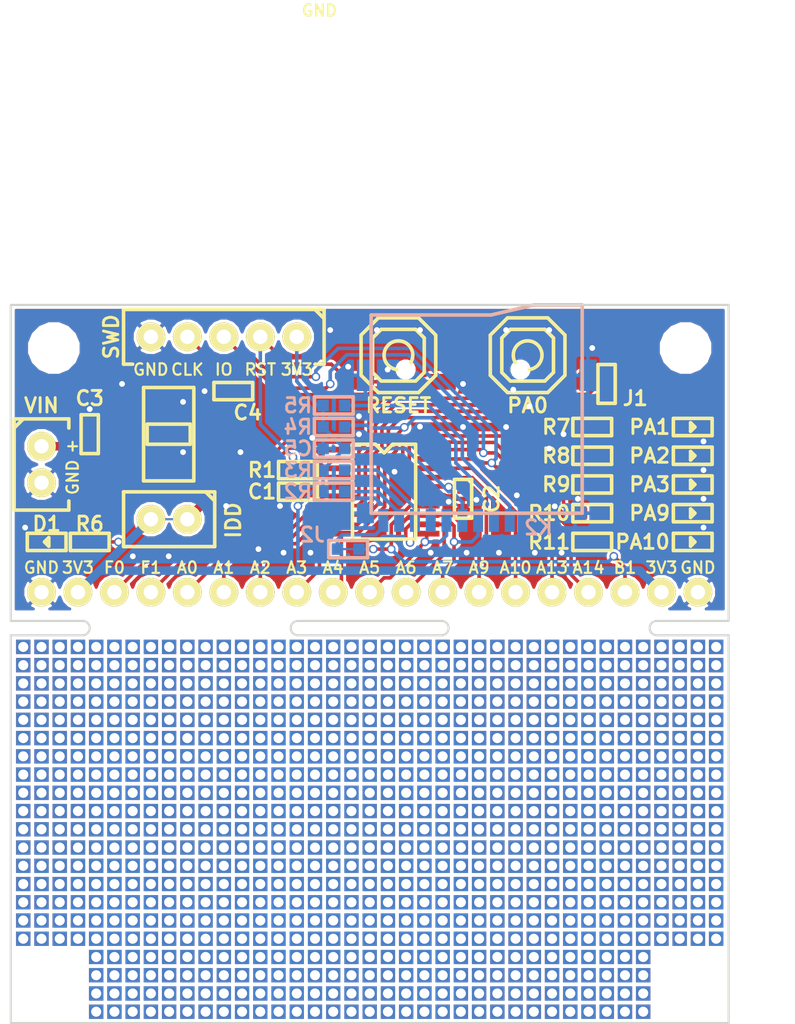
<source format=kicad_pcb>
(kicad_pcb (version 4) (host pcbnew 4.0.4-stable)
  (layers (0 F.Cu signal) (31 B.Cu signal) (34 B.Paste user) (35 F.Paste user) (36 B.SilkS user) (37 F.SilkS user) (38 B.Mask user) (39 F.Mask user) (44 Edge.Cuts user))
  (net 0 "")
  (net 1 +3,3V)
  (net 2 GND)
  (net 3 /PF0)
  (net 4 /PF1)
  (net 5 VIN)
  (net 6 /PA0)
  (net 7 /PB1)
  (net 8 /NRST)
  (net 9 /PA13)
  (net 10 /PA14)
  (net 11 "Net-(K2-Pad1)")
  (net 12 /PA4)
  (net 13 /PA7)
  (net 14 /PA5)
  (net 15 /PA6)
  (net 16 "Net-(K2-Pad8)")
  (net 17 "Net-(D1-Pad1)")
  (net 18 /LED1)
  (net 19 "Net-(D2-Pad1)")
  (net 20 /LED2)
  (net 21 "Net-(D3-Pad1)")
  (net 22 /LED3)
  (net 23 "Net-(D4-Pad1)")
  (net 24 /LED4)
  (net 25 "Net-(D5-Pad1)")
  (net 26 /LED5)
  (net 27 "Net-(D6-Pad1)")
  (module conn:PAD_2x2mm (layer F.Cu) (at 51.19 77.94)
    (fp_text reference REF** hide)
    (fp_text value VAL** hide)
    (pad 1 thru_hole rect (at 0 0) (size 1 1) (drill 0.7) (layers *.Cu *.Mask))
  )
  (module conn:PAD_2x2mm (layer F.Cu) (at 48.65 77.94)
    (fp_text reference REF** hide)
    (fp_text value VAL** hide)
    (pad 1 thru_hole rect (at 0 0) (size 1 1) (drill 0.7) (layers *.Cu *.Mask))
  )
  (module conn:PAD_2x2mm (layer F.Cu) (at 49.92 77.94)
    (fp_text reference REF** hide)
    (fp_text value VAL** hide)
    (pad 1 thru_hole rect (at 0 0) (size 1 1) (drill 0.7) (layers *.Cu *.Mask))
  )
  (module conn:PAD_2x2mm (layer F.Cu) (at 49.92 79.21)
    (fp_text reference REF** hide)
    (fp_text value VAL** hide)
    (pad 1 thru_hole rect (at 0 0) (size 1 1) (drill 0.7) (layers *.Cu *.Mask))
  )
  (module conn:PAD_2x2mm (layer F.Cu) (at 51.19 79.21)
    (fp_text reference REF** hide)
    (fp_text value VAL** hide)
    (pad 1 thru_hole rect (at 0 0) (size 1 1) (drill 0.7) (layers *.Cu *.Mask))
  )
  (module conn:PAD_2x2mm (layer F.Cu) (at 48.65 79.21)
    (fp_text reference REF** hide)
    (fp_text value VAL** hide)
    (pad 1 thru_hole rect (at 0 0) (size 1 1) (drill 0.7) (layers *.Cu *.Mask))
  )
  (module conn:PAD_2x2mm (layer F.Cu) (at 43.57 77.94)
    (fp_text reference REF** hide)
    (fp_text value VAL** hide)
    (pad 1 thru_hole rect (at 0 0) (size 1 1) (drill 0.7) (layers *.Cu *.Mask))
  )
  (module conn:PAD_2x2mm (layer F.Cu) (at 47.38 77.94)
    (fp_text reference REF** hide)
    (fp_text value VAL** hide)
    (pad 1 thru_hole rect (at 0 0) (size 1 1) (drill 0.7) (layers *.Cu *.Mask))
  )
  (module conn:PAD_2x2mm (layer F.Cu) (at 46.11 79.21)
    (fp_text reference REF** hide)
    (fp_text value VAL** hide)
    (pad 1 thru_hole rect (at 0 0) (size 1 1) (drill 0.7) (layers *.Cu *.Mask))
  )
  (module conn:PAD_2x2mm (layer F.Cu) (at 46.11 77.94)
    (fp_text reference REF** hide)
    (fp_text value VAL** hide)
    (pad 1 thru_hole rect (at 0 0) (size 1 1) (drill 0.7) (layers *.Cu *.Mask))
  )
  (module conn:PAD_2x2mm (layer F.Cu) (at 44.84 77.94)
    (fp_text reference REF** hide)
    (fp_text value VAL** hide)
    (pad 1 thru_hole rect (at 0 0) (size 1 1) (drill 0.7) (layers *.Cu *.Mask))
  )
  (module conn:PAD_2x2mm (layer F.Cu) (at 47.38 79.21)
    (fp_text reference REF** hide)
    (fp_text value VAL** hide)
    (pad 1 thru_hole rect (at 0 0) (size 1 1) (drill 0.7) (layers *.Cu *.Mask))
  )
  (module conn:PAD_2x2mm (layer F.Cu) (at 43.57 79.21)
    (fp_text reference REF** hide)
    (fp_text value VAL** hide)
    (pad 1 thru_hole rect (at 0 0) (size 1 1) (drill 0.7) (layers *.Cu *.Mask))
  )
  (module conn:PAD_2x2mm (layer F.Cu) (at 44.84 79.21)
    (fp_text reference REF** hide)
    (fp_text value VAL** hide)
    (pad 1 thru_hole rect (at 0 0) (size 1 1) (drill 0.7) (layers *.Cu *.Mask))
  )
  (module conn:PAD_2x2mm (layer F.Cu) (at 58.81 79.21)
    (fp_text reference REF** hide)
    (fp_text value VAL** hide)
    (pad 1 thru_hole rect (at 0 0) (size 1 1) (drill 0.7) (layers *.Cu *.Mask))
  )
  (module conn:PAD_2x2mm (layer F.Cu) (at 60.08 77.94)
    (fp_text reference REF** hide)
    (fp_text value VAL** hide)
    (pad 1 thru_hole rect (at 0 0) (size 1 1) (drill 0.7) (layers *.Cu *.Mask))
  )
  (module conn:PAD_2x2mm (layer F.Cu) (at 57.54 77.94)
    (fp_text reference REF** hide)
    (fp_text value VAL** hide)
    (pad 1 thru_hole rect (at 0 0) (size 1 1) (drill 0.7) (layers *.Cu *.Mask))
  )
  (module conn:PAD_2x2mm (layer F.Cu) (at 60.08 79.21)
    (fp_text reference REF** hide)
    (fp_text value VAL** hide)
    (pad 1 thru_hole rect (at 0 0) (size 1 1) (drill 0.7) (layers *.Cu *.Mask))
  )
  (module conn:PAD_2x2mm (layer F.Cu) (at 57.54 79.21)
    (fp_text reference REF** hide)
    (fp_text value VAL** hide)
    (pad 1 thru_hole rect (at 0 0) (size 1 1) (drill 0.7) (layers *.Cu *.Mask))
  )
  (module conn:PAD_2x2mm (layer F.Cu) (at 58.81 77.94)
    (fp_text reference REF** hide)
    (fp_text value VAL** hide)
    (pad 1 thru_hole rect (at 0 0) (size 1 1) (drill 0.7) (layers *.Cu *.Mask))
  )
  (module conn:PAD_2x2mm (layer F.Cu) (at 56.27 77.94)
    (fp_text reference REF** hide)
    (fp_text value VAL** hide)
    (pad 1 thru_hole rect (at 0 0) (size 1 1) (drill 0.7) (layers *.Cu *.Mask))
  )
  (module conn:PAD_2x2mm (layer F.Cu) (at 55 77.94)
    (fp_text reference REF** hide)
    (fp_text value VAL** hide)
    (pad 1 thru_hole rect (at 0 0) (size 1 1) (drill 0.7) (layers *.Cu *.Mask))
  )
  (module conn:PAD_2x2mm (layer F.Cu) (at 53.73 77.94)
    (fp_text reference REF** hide)
    (fp_text value VAL** hide)
    (pad 1 thru_hole rect (at 0 0) (size 1 1) (drill 0.7) (layers *.Cu *.Mask))
  )
  (module conn:PAD_2x2mm (layer F.Cu) (at 52.46 77.94)
    (fp_text reference REF** hide)
    (fp_text value VAL** hide)
    (pad 1 thru_hole rect (at 0 0) (size 1 1) (drill 0.7) (layers *.Cu *.Mask))
  )
  (module conn:PAD_2x2mm (layer F.Cu) (at 53.73 79.21)
    (fp_text reference REF** hide)
    (fp_text value VAL** hide)
    (pad 1 thru_hole rect (at 0 0) (size 1 1) (drill 0.7) (layers *.Cu *.Mask))
  )
  (module conn:PAD_2x2mm (layer F.Cu) (at 55 79.21)
    (fp_text reference REF** hide)
    (fp_text value VAL** hide)
    (pad 1 thru_hole rect (at 0 0) (size 1 1) (drill 0.7) (layers *.Cu *.Mask))
  )
  (module conn:PAD_2x2mm (layer F.Cu) (at 56.27 79.21)
    (fp_text reference REF** hide)
    (fp_text value VAL** hide)
    (pad 1 thru_hole rect (at 0 0) (size 1 1) (drill 0.7) (layers *.Cu *.Mask))
  )
  (module conn:PAD_2x2mm (layer F.Cu) (at 52.46 79.21)
    (fp_text reference REF** hide)
    (fp_text value VAL** hide)
    (pad 1 thru_hole rect (at 0 0) (size 1 1) (drill 0.7) (layers *.Cu *.Mask))
  )
  (module conn:PAD_2x2mm (layer F.Cu) (at 71.51 77.94)
    (fp_text reference REF** hide)
    (fp_text value VAL** hide)
    (pad 1 thru_hole rect (at 0 0) (size 1 1) (drill 0.7) (layers *.Cu *.Mask))
  )
  (module conn:PAD_2x2mm (layer F.Cu) (at 72.78 79.21)
    (fp_text reference REF** hide)
    (fp_text value VAL** hide)
    (pad 1 thru_hole rect (at 0 0) (size 1 1) (drill 0.7) (layers *.Cu *.Mask))
  )
  (module conn:PAD_2x2mm (layer F.Cu) (at 71.51 79.21)
    (fp_text reference REF** hide)
    (fp_text value VAL** hide)
    (pad 1 thru_hole rect (at 0 0) (size 1 1) (drill 0.7) (layers *.Cu *.Mask))
  )
  (module conn:PAD_2x2mm (layer F.Cu) (at 72.78 77.94)
    (fp_text reference REF** hide)
    (fp_text value VAL** hide)
    (pad 1 thru_hole rect (at 0 0) (size 1 1) (drill 0.7) (layers *.Cu *.Mask))
  )
  (module conn:PAD_2x2mm (layer F.Cu) (at 74.05 77.94)
    (fp_text reference REF** hide)
    (fp_text value VAL** hide)
    (pad 1 thru_hole rect (at 0 0) (size 1 1) (drill 0.7) (layers *.Cu *.Mask))
  )
  (module conn:PAD_2x2mm (layer F.Cu) (at 74.05 79.21)
    (fp_text reference REF** hide)
    (fp_text value VAL** hide)
    (pad 1 thru_hole rect (at 0 0) (size 1 1) (drill 0.7) (layers *.Cu *.Mask))
  )
  (module conn:PAD_2x2mm (layer F.Cu) (at 62.62 79.21)
    (fp_text reference REF** hide)
    (fp_text value VAL** hide)
    (pad 1 thru_hole rect (at 0 0) (size 1 1) (drill 0.7) (layers *.Cu *.Mask))
  )
  (module conn:PAD_2x2mm (layer F.Cu) (at 61.35 77.94)
    (fp_text reference REF** hide)
    (fp_text value VAL** hide)
    (pad 1 thru_hole rect (at 0 0) (size 1 1) (drill 0.7) (layers *.Cu *.Mask))
  )
  (module conn:PAD_2x2mm (layer F.Cu) (at 61.35 79.21)
    (fp_text reference REF** hide)
    (fp_text value VAL** hide)
    (pad 1 thru_hole rect (at 0 0) (size 1 1) (drill 0.7) (layers *.Cu *.Mask))
  )
  (module conn:PAD_2x2mm (layer F.Cu) (at 62.62 77.94)
    (fp_text reference REF** hide)
    (fp_text value VAL** hide)
    (pad 1 thru_hole rect (at 0 0) (size 1 1) (drill 0.7) (layers *.Cu *.Mask))
  )
  (module conn:PAD_2x2mm (layer F.Cu) (at 63.89 79.21)
    (fp_text reference REF** hide)
    (fp_text value VAL** hide)
    (pad 1 thru_hole rect (at 0 0) (size 1 1) (drill 0.7) (layers *.Cu *.Mask))
  )
  (module conn:PAD_2x2mm (layer F.Cu) (at 65.16 79.21)
    (fp_text reference REF** hide)
    (fp_text value VAL** hide)
    (pad 1 thru_hole rect (at 0 0) (size 1 1) (drill 0.7) (layers *.Cu *.Mask))
  )
  (module conn:PAD_2x2mm (layer F.Cu) (at 63.89 77.94)
    (fp_text reference REF** hide)
    (fp_text value VAL** hide)
    (pad 1 thru_hole rect (at 0 0) (size 1 1) (drill 0.7) (layers *.Cu *.Mask))
  )
  (module conn:PAD_2x2mm (layer F.Cu) (at 66.43 79.21)
    (fp_text reference REF** hide)
    (fp_text value VAL** hide)
    (pad 1 thru_hole rect (at 0 0) (size 1 1) (drill 0.7) (layers *.Cu *.Mask))
  )
  (module conn:PAD_2x2mm (layer F.Cu) (at 67.7 77.94)
    (fp_text reference REF** hide)
    (fp_text value VAL** hide)
    (pad 1 thru_hole rect (at 0 0) (size 1 1) (drill 0.7) (layers *.Cu *.Mask))
  )
  (module conn:PAD_2x2mm (layer F.Cu) (at 67.7 79.21)
    (fp_text reference REF** hide)
    (fp_text value VAL** hide)
    (pad 1 thru_hole rect (at 0 0) (size 1 1) (drill 0.7) (layers *.Cu *.Mask))
  )
  (module conn:PAD_2x2mm (layer F.Cu) (at 66.43 77.94)
    (fp_text reference REF** hide)
    (fp_text value VAL** hide)
    (pad 1 thru_hole rect (at 0 0) (size 1 1) (drill 0.7) (layers *.Cu *.Mask))
  )
  (module conn:PAD_2x2mm (layer F.Cu) (at 65.16 77.94)
    (fp_text reference REF** hide)
    (fp_text value VAL** hide)
    (pad 1 thru_hole rect (at 0 0) (size 1 1) (drill 0.7) (layers *.Cu *.Mask))
  )
  (module conn:PAD_2x2mm (layer F.Cu) (at 68.97 79.21)
    (fp_text reference REF** hide)
    (fp_text value VAL** hide)
    (pad 1 thru_hole rect (at 0 0) (size 1 1) (drill 0.7) (layers *.Cu *.Mask))
  )
  (module conn:PAD_2x2mm (layer F.Cu) (at 70.24 77.94)
    (fp_text reference REF** hide)
    (fp_text value VAL** hide)
    (pad 1 thru_hole rect (at 0 0) (size 1 1) (drill 0.7) (layers *.Cu *.Mask))
  )
  (module conn:PAD_2x2mm (layer F.Cu) (at 70.24 79.21)
    (fp_text reference REF** hide)
    (fp_text value VAL** hide)
    (pad 1 thru_hole rect (at 0 0) (size 1 1) (drill 0.7) (layers *.Cu *.Mask))
  )
  (module conn:PAD_2x2mm (layer F.Cu) (at 68.97 77.94)
    (fp_text reference REF** hide)
    (fp_text value VAL** hide)
    (pad 1 thru_hole rect (at 0 0) (size 1 1) (drill 0.7) (layers *.Cu *.Mask))
  )
  (module conn:PAD_2x2mm (layer F.Cu) (at 37.22 77.94)
    (fp_text reference REF** hide)
    (fp_text value VAL** hide)
    (pad 1 thru_hole rect (at 0 0) (size 1 1) (drill 0.7) (layers *.Cu *.Mask))
  )
  (module conn:PAD_2x2mm (layer F.Cu) (at 37.22 79.21)
    (fp_text reference REF** hide)
    (fp_text value VAL** hide)
    (pad 1 thru_hole rect (at 0 0) (size 1 1) (drill 0.7) (layers *.Cu *.Mask))
  )
  (module conn:PAD_2x2mm (layer F.Cu) (at 35.95 79.21)
    (fp_text reference REF** hide)
    (fp_text value VAL** hide)
    (pad 1 thru_hole rect (at 0 0) (size 1 1) (drill 0.7) (layers *.Cu *.Mask))
  )
  (module conn:PAD_2x2mm (layer F.Cu) (at 41.03 79.21)
    (fp_text reference REF** hide)
    (fp_text value VAL** hide)
    (pad 1 thru_hole rect (at 0 0) (size 1 1) (drill 0.7) (layers *.Cu *.Mask))
  )
  (module conn:PAD_2x2mm (layer F.Cu) (at 41.03 77.94)
    (fp_text reference REF** hide)
    (fp_text value VAL** hide)
    (pad 1 thru_hole rect (at 0 0) (size 1 1) (drill 0.7) (layers *.Cu *.Mask))
  )
  (module conn:PAD_2x2mm (layer F.Cu) (at 39.76 79.21)
    (fp_text reference REF** hide)
    (fp_text value VAL** hide)
    (pad 1 thru_hole rect (at 0 0) (size 1 1) (drill 0.7) (layers *.Cu *.Mask))
  )
  (module conn:PAD_2x2mm (layer F.Cu) (at 38.49 79.21)
    (fp_text reference REF** hide)
    (fp_text value VAL** hide)
    (pad 1 thru_hole rect (at 0 0) (size 1 1) (drill 0.7) (layers *.Cu *.Mask))
  )
  (module conn:PAD_2x2mm (layer F.Cu) (at 38.49 77.94)
    (fp_text reference REF** hide)
    (fp_text value VAL** hide)
    (pad 1 thru_hole rect (at 0 0) (size 1 1) (drill 0.7) (layers *.Cu *.Mask))
  )
  (module conn:PAD_2x2mm (layer F.Cu) (at 39.76 77.94)
    (fp_text reference REF** hide)
    (fp_text value VAL** hide)
    (pad 1 thru_hole rect (at 0 0) (size 1 1) (drill 0.7) (layers *.Cu *.Mask))
  )
  (module conn:PAD_2x2mm (layer F.Cu) (at 42.3 77.94)
    (fp_text reference REF** hide)
    (fp_text value VAL** hide)
    (pad 1 thru_hole rect (at 0 0) (size 1 1) (drill 0.7) (layers *.Cu *.Mask))
  )
  (module conn:PAD_2x2mm (layer F.Cu) (at 42.3 79.21)
    (fp_text reference REF** hide)
    (fp_text value VAL** hide)
    (pad 1 thru_hole rect (at 0 0) (size 1 1) (drill 0.7) (layers *.Cu *.Mask))
  )
  (module conn:PAD_2x2mm (layer F.Cu) (at 35.95 77.94)
    (fp_text reference REF** hide)
    (fp_text value VAL** hide)
    (pad 1 thru_hole rect (at 0 0) (size 1 1) (drill 0.7) (layers *.Cu *.Mask))
  )
  (module conn:PAD_2x2mm (layer F.Cu) (at 53.73 71.59)
    (fp_text reference REF** hide)
    (fp_text value VAL** hide)
    (pad 1 thru_hole rect (at 0 0) (size 1 1) (drill 0.7) (layers *.Cu *.Mask))
  )
  (module conn:PAD_2x2mm (layer F.Cu) (at 55 70.32)
    (fp_text reference REF** hide)
    (fp_text value VAL** hide)
    (pad 1 thru_hole rect (at 0 0) (size 1 1) (drill 0.7) (layers *.Cu *.Mask))
  )
  (module conn:PAD_2x2mm (layer F.Cu) (at 53.73 72.86)
    (fp_text reference REF** hide)
    (fp_text value VAL** hide)
    (pad 1 thru_hole rect (at 0 0) (size 1 1) (drill 0.7) (layers *.Cu *.Mask))
  )
  (module conn:PAD_2x2mm (layer F.Cu) (at 53.73 70.32)
    (fp_text reference REF** hide)
    (fp_text value VAL** hide)
    (pad 1 thru_hole rect (at 0 0) (size 1 1) (drill 0.7) (layers *.Cu *.Mask))
  )
  (module conn:PAD_2x2mm (layer F.Cu) (at 56.27 74.13)
    (fp_text reference REF** hide)
    (fp_text value VAL** hide)
    (pad 1 thru_hole rect (at 0 0) (size 1 1) (drill 0.7) (layers *.Cu *.Mask))
  )
  (module conn:PAD_2x2mm (layer F.Cu) (at 51.19 74.13)
    (fp_text reference REF** hide)
    (fp_text value VAL** hide)
    (pad 1 thru_hole rect (at 0 0) (size 1 1) (drill 0.7) (layers *.Cu *.Mask))
  )
  (module conn:PAD_2x2mm (layer F.Cu) (at 49.92 72.86)
    (fp_text reference REF** hide)
    (fp_text value VAL** hide)
    (pad 1 thru_hole rect (at 0 0) (size 1 1) (drill 0.7) (layers *.Cu *.Mask))
  )
  (module conn:PAD_2x2mm (layer F.Cu) (at 52.46 72.86)
    (fp_text reference REF** hide)
    (fp_text value VAL** hide)
    (pad 1 thru_hole rect (at 0 0) (size 1 1) (drill 0.7) (layers *.Cu *.Mask))
  )
  (module conn:PAD_2x2mm (layer F.Cu) (at 52.46 74.13)
    (fp_text reference REF** hide)
    (fp_text value VAL** hide)
    (pad 1 thru_hole rect (at 0 0) (size 1 1) (drill 0.7) (layers *.Cu *.Mask))
  )
  (module conn:PAD_2x2mm (layer F.Cu) (at 49.92 74.13)
    (fp_text reference REF** hide)
    (fp_text value VAL** hide)
    (pad 1 thru_hole rect (at 0 0) (size 1 1) (drill 0.7) (layers *.Cu *.Mask))
  )
  (module conn:PAD_2x2mm (layer F.Cu) (at 51.19 72.86)
    (fp_text reference REF** hide)
    (fp_text value VAL** hide)
    (pad 1 thru_hole rect (at 0 0) (size 1 1) (drill 0.7) (layers *.Cu *.Mask))
  )
  (module conn:PAD_2x2mm (layer F.Cu) (at 53.73 69.05)
    (fp_text reference REF** hide)
    (fp_text value VAL** hide)
    (pad 1 thru_hole rect (at 0 0) (size 1 1) (drill 0.7) (layers *.Cu *.Mask))
  )
  (module conn:PAD_2x2mm (layer F.Cu) (at 52.46 69.05)
    (fp_text reference REF** hide)
    (fp_text value VAL** hide)
    (pad 1 thru_hole rect (at 0 0) (size 1 1) (drill 0.7) (layers *.Cu *.Mask))
  )
  (module conn:PAD_2x2mm (layer F.Cu) (at 51.19 69.05)
    (fp_text reference REF** hide)
    (fp_text value VAL** hide)
    (pad 1 thru_hole rect (at 0 0) (size 1 1) (drill 0.7) (layers *.Cu *.Mask))
  )
  (module conn:PAD_2x2mm (layer F.Cu) (at 49.92 69.05)
    (fp_text reference REF** hide)
    (fp_text value VAL** hide)
    (pad 1 thru_hole rect (at 0 0) (size 1 1) (drill 0.7) (layers *.Cu *.Mask))
  )
  (module conn:PAD_2x2mm (layer F.Cu) (at 51.19 71.59)
    (fp_text reference REF** hide)
    (fp_text value VAL** hide)
    (pad 1 thru_hole rect (at 0 0) (size 1 1) (drill 0.7) (layers *.Cu *.Mask))
  )
  (module conn:PAD_2x2mm (layer F.Cu) (at 49.92 70.32)
    (fp_text reference REF** hide)
    (fp_text value VAL** hide)
    (pad 1 thru_hole rect (at 0 0) (size 1 1) (drill 0.7) (layers *.Cu *.Mask))
  )
  (module conn:PAD_2x2mm (layer F.Cu) (at 52.46 70.32)
    (fp_text reference REF** hide)
    (fp_text value VAL** hide)
    (pad 1 thru_hole rect (at 0 0) (size 1 1) (drill 0.7) (layers *.Cu *.Mask))
  )
  (module conn:PAD_2x2mm (layer F.Cu) (at 52.46 71.59)
    (fp_text reference REF** hide)
    (fp_text value VAL** hide)
    (pad 1 thru_hole rect (at 0 0) (size 1 1) (drill 0.7) (layers *.Cu *.Mask))
  )
  (module conn:PAD_2x2mm (layer F.Cu) (at 49.92 71.59)
    (fp_text reference REF** hide)
    (fp_text value VAL** hide)
    (pad 1 thru_hole rect (at 0 0) (size 1 1) (drill 0.7) (layers *.Cu *.Mask))
  )
  (module conn:PAD_2x2mm (layer F.Cu) (at 51.19 70.32)
    (fp_text reference REF** hide)
    (fp_text value VAL** hide)
    (pad 1 thru_hole rect (at 0 0) (size 1 1) (drill 0.7) (layers *.Cu *.Mask))
  )
  (module conn:PAD_2x2mm (layer F.Cu) (at 55 69.05)
    (fp_text reference REF** hide)
    (fp_text value VAL** hide)
    (pad 1 thru_hole rect (at 0 0) (size 1 1) (drill 0.7) (layers *.Cu *.Mask))
  )
  (module conn:PAD_2x2mm (layer F.Cu) (at 56.27 69.05)
    (fp_text reference REF** hide)
    (fp_text value VAL** hide)
    (pad 1 thru_hole rect (at 0 0) (size 1 1) (drill 0.7) (layers *.Cu *.Mask))
  )
  (module conn:PAD_2x2mm (layer F.Cu) (at 57.54 76.67)
    (fp_text reference REF** hide)
    (fp_text value VAL** hide)
    (pad 1 thru_hole rect (at 0 0) (size 1 1) (drill 0.7) (layers *.Cu *.Mask))
  )
  (module conn:PAD_2x2mm (layer F.Cu) (at 55 76.67)
    (fp_text reference REF** hide)
    (fp_text value VAL** hide)
    (pad 1 thru_hole rect (at 0 0) (size 1 1) (drill 0.7) (layers *.Cu *.Mask))
  )
  (module conn:PAD_2x2mm (layer F.Cu) (at 56.27 76.67)
    (fp_text reference REF** hide)
    (fp_text value VAL** hide)
    (pad 1 thru_hole rect (at 0 0) (size 1 1) (drill 0.7) (layers *.Cu *.Mask))
  )
  (module conn:PAD_2x2mm (layer F.Cu) (at 56.27 75.4)
    (fp_text reference REF** hide)
    (fp_text value VAL** hide)
    (pad 1 thru_hole rect (at 0 0) (size 1 1) (drill 0.7) (layers *.Cu *.Mask))
  )
  (module conn:PAD_2x2mm (layer F.Cu) (at 56.27 71.59)
    (fp_text reference REF** hide)
    (fp_text value VAL** hide)
    (pad 1 thru_hole rect (at 0 0) (size 1 1) (drill 0.7) (layers *.Cu *.Mask))
  )
  (module conn:PAD_2x2mm (layer F.Cu) (at 56.27 72.86)
    (fp_text reference REF** hide)
    (fp_text value VAL** hide)
    (pad 1 thru_hole rect (at 0 0) (size 1 1) (drill 0.7) (layers *.Cu *.Mask))
  )
  (module conn:PAD_2x2mm (layer F.Cu) (at 55 71.59)
    (fp_text reference REF** hide)
    (fp_text value VAL** hide)
    (pad 1 thru_hole rect (at 0 0) (size 1 1) (drill 0.7) (layers *.Cu *.Mask))
  )
  (module conn:PAD_2x2mm (layer F.Cu) (at 56.27 70.32)
    (fp_text reference REF** hide)
    (fp_text value VAL** hide)
    (pad 1 thru_hole rect (at 0 0) (size 1 1) (drill 0.7) (layers *.Cu *.Mask))
  )
  (module conn:PAD_2x2mm (layer F.Cu) (at 55 72.86)
    (fp_text reference REF** hide)
    (fp_text value VAL** hide)
    (pad 1 thru_hole rect (at 0 0) (size 1 1) (drill 0.7) (layers *.Cu *.Mask))
  )
  (module conn:PAD_2x2mm (layer F.Cu) (at 51.19 75.4)
    (fp_text reference REF** hide)
    (fp_text value VAL** hide)
    (pad 1 thru_hole rect (at 0 0) (size 1 1) (drill 0.7) (layers *.Cu *.Mask))
  )
  (module conn:PAD_2x2mm (layer F.Cu) (at 49.92 75.4)
    (fp_text reference REF** hide)
    (fp_text value VAL** hide)
    (pad 1 thru_hole rect (at 0 0) (size 1 1) (drill 0.7) (layers *.Cu *.Mask))
  )
  (module conn:PAD_2x2mm (layer F.Cu) (at 52.46 75.4)
    (fp_text reference REF** hide)
    (fp_text value VAL** hide)
    (pad 1 thru_hole rect (at 0 0) (size 1 1) (drill 0.7) (layers *.Cu *.Mask))
  )
  (module conn:PAD_2x2mm (layer F.Cu) (at 52.46 76.67)
    (fp_text reference REF** hide)
    (fp_text value VAL** hide)
    (pad 1 thru_hole rect (at 0 0) (size 1 1) (drill 0.7) (layers *.Cu *.Mask))
  )
  (module conn:PAD_2x2mm (layer F.Cu) (at 49.92 76.67)
    (fp_text reference REF** hide)
    (fp_text value VAL** hide)
    (pad 1 thru_hole rect (at 0 0) (size 1 1) (drill 0.7) (layers *.Cu *.Mask))
  )
  (module conn:PAD_2x2mm (layer F.Cu) (at 51.19 76.67)
    (fp_text reference REF** hide)
    (fp_text value VAL** hide)
    (pad 1 thru_hole rect (at 0 0) (size 1 1) (drill 0.7) (layers *.Cu *.Mask))
  )
  (module conn:PAD_2x2mm (layer F.Cu) (at 53.73 76.67)
    (fp_text reference REF** hide)
    (fp_text value VAL** hide)
    (pad 1 thru_hole rect (at 0 0) (size 1 1) (drill 0.7) (layers *.Cu *.Mask))
  )
  (module conn:PAD_2x2mm (layer F.Cu) (at 53.73 74.13)
    (fp_text reference REF** hide)
    (fp_text value VAL** hide)
    (pad 1 thru_hole rect (at 0 0) (size 1 1) (drill 0.7) (layers *.Cu *.Mask))
  )
  (module conn:PAD_2x2mm (layer F.Cu) (at 55 74.13)
    (fp_text reference REF** hide)
    (fp_text value VAL** hide)
    (pad 1 thru_hole rect (at 0 0) (size 1 1) (drill 0.7) (layers *.Cu *.Mask))
  )
  (module conn:PAD_2x2mm (layer F.Cu) (at 55 75.4)
    (fp_text reference REF** hide)
    (fp_text value VAL** hide)
    (pad 1 thru_hole rect (at 0 0) (size 1 1) (drill 0.7) (layers *.Cu *.Mask))
  )
  (module conn:PAD_2x2mm (layer F.Cu) (at 53.73 75.4)
    (fp_text reference REF** hide)
    (fp_text value VAL** hide)
    (pad 1 thru_hole rect (at 0 0) (size 1 1) (drill 0.7) (layers *.Cu *.Mask))
  )
  (module conn:PAD_2x2mm (layer F.Cu) (at 34.68 69.05)
    (fp_text reference REF** hide)
    (fp_text value VAL** hide)
    (pad 1 thru_hole rect (at 0 0) (size 1 1) (drill 0.7) (layers *.Cu *.Mask))
  )
  (module conn:PAD_2x2mm (layer F.Cu) (at 37.22 71.59)
    (fp_text reference REF** hide)
    (fp_text value VAL** hide)
    (pad 1 thru_hole rect (at 0 0) (size 1 1) (drill 0.7) (layers *.Cu *.Mask))
  )
  (module conn:PAD_2x2mm (layer F.Cu) (at 37.22 70.32)
    (fp_text reference REF** hide)
    (fp_text value VAL** hide)
    (pad 1 thru_hole rect (at 0 0) (size 1 1) (drill 0.7) (layers *.Cu *.Mask))
  )
  (module conn:PAD_2x2mm (layer F.Cu) (at 38.49 71.59)
    (fp_text reference REF** hide)
    (fp_text value VAL** hide)
    (pad 1 thru_hole rect (at 0 0) (size 1 1) (drill 0.7) (layers *.Cu *.Mask))
  )
  (module conn:PAD_2x2mm (layer F.Cu) (at 38.49 70.32)
    (fp_text reference REF** hide)
    (fp_text value VAL** hide)
    (pad 1 thru_hole rect (at 0 0) (size 1 1) (drill 0.7) (layers *.Cu *.Mask))
  )
  (module conn:PAD_2x2mm (layer F.Cu) (at 39.76 71.59)
    (fp_text reference REF** hide)
    (fp_text value VAL** hide)
    (pad 1 thru_hole rect (at 0 0) (size 1 1) (drill 0.7) (layers *.Cu *.Mask))
  )
  (module conn:PAD_2x2mm (layer F.Cu) (at 34.68 71.59)
    (fp_text reference REF** hide)
    (fp_text value VAL** hide)
    (pad 1 thru_hole rect (at 0 0) (size 1 1) (drill 0.7) (layers *.Cu *.Mask))
  )
  (module conn:PAD_2x2mm (layer F.Cu) (at 34.68 70.32)
    (fp_text reference REF** hide)
    (fp_text value VAL** hide)
    (pad 1 thru_hole rect (at 0 0) (size 1 1) (drill 0.7) (layers *.Cu *.Mask))
  )
  (module conn:PAD_2x2mm (layer F.Cu) (at 35.95 70.32)
    (fp_text reference REF** hide)
    (fp_text value VAL** hide)
    (pad 1 thru_hole rect (at 0 0) (size 1 1) (drill 0.7) (layers *.Cu *.Mask))
  )
  (module conn:PAD_2x2mm (layer F.Cu) (at 35.95 71.59)
    (fp_text reference REF** hide)
    (fp_text value VAL** hide)
    (pad 1 thru_hole rect (at 0 0) (size 1 1) (drill 0.7) (layers *.Cu *.Mask))
  )
  (module conn:PAD_2x2mm (layer F.Cu) (at 35.95 69.05)
    (fp_text reference REF** hide)
    (fp_text value VAL** hide)
    (pad 1 thru_hole rect (at 0 0) (size 1 1) (drill 0.7) (layers *.Cu *.Mask))
  )
  (module conn:PAD_2x2mm (layer F.Cu) (at 37.22 69.05)
    (fp_text reference REF** hide)
    (fp_text value VAL** hide)
    (pad 1 thru_hole rect (at 0 0) (size 1 1) (drill 0.7) (layers *.Cu *.Mask))
  )
  (module conn:PAD_2x2mm (layer F.Cu) (at 39.76 69.05)
    (fp_text reference REF** hide)
    (fp_text value VAL** hide)
    (pad 1 thru_hole rect (at 0 0) (size 1 1) (drill 0.7) (layers *.Cu *.Mask))
  )
  (module conn:PAD_2x2mm (layer F.Cu) (at 38.49 69.05)
    (fp_text reference REF** hide)
    (fp_text value VAL** hide)
    (pad 1 thru_hole rect (at 0 0) (size 1 1) (drill 0.7) (layers *.Cu *.Mask))
  )
  (module conn:PAD_2x2mm (layer F.Cu) (at 39.76 70.32)
    (fp_text reference REF** hide)
    (fp_text value VAL** hide)
    (pad 1 thru_hole rect (at 0 0) (size 1 1) (drill 0.7) (layers *.Cu *.Mask))
  )
  (module conn:PAD_2x2mm (layer F.Cu) (at 41.03 71.59)
    (fp_text reference REF** hide)
    (fp_text value VAL** hide)
    (pad 1 thru_hole rect (at 0 0) (size 1 1) (drill 0.7) (layers *.Cu *.Mask))
  )
  (module conn:PAD_2x2mm (layer F.Cu) (at 42.3 70.32)
    (fp_text reference REF** hide)
    (fp_text value VAL** hide)
    (pad 1 thru_hole rect (at 0 0) (size 1 1) (drill 0.7) (layers *.Cu *.Mask))
  )
  (module conn:PAD_2x2mm (layer F.Cu) (at 41.03 70.32)
    (fp_text reference REF** hide)
    (fp_text value VAL** hide)
    (pad 1 thru_hole rect (at 0 0) (size 1 1) (drill 0.7) (layers *.Cu *.Mask))
  )
  (module conn:PAD_2x2mm (layer F.Cu) (at 41.03 69.05)
    (fp_text reference REF** hide)
    (fp_text value VAL** hide)
    (pad 1 thru_hole rect (at 0 0) (size 1 1) (drill 0.7) (layers *.Cu *.Mask))
  )
  (module conn:PAD_2x2mm (layer F.Cu) (at 42.3 69.05)
    (fp_text reference REF** hide)
    (fp_text value VAL** hide)
    (pad 1 thru_hole rect (at 0 0) (size 1 1) (drill 0.7) (layers *.Cu *.Mask))
  )
  (module conn:PAD_2x2mm (layer F.Cu) (at 44.84 69.05)
    (fp_text reference REF** hide)
    (fp_text value VAL** hide)
    (pad 1 thru_hole rect (at 0 0) (size 1 1) (drill 0.7) (layers *.Cu *.Mask))
  )
  (module conn:PAD_2x2mm (layer F.Cu) (at 47.38 69.05)
    (fp_text reference REF** hide)
    (fp_text value VAL** hide)
    (pad 1 thru_hole rect (at 0 0) (size 1 1) (drill 0.7) (layers *.Cu *.Mask))
  )
  (module conn:PAD_2x2mm (layer F.Cu) (at 47.38 70.32)
    (fp_text reference REF** hide)
    (fp_text value VAL** hide)
    (pad 1 thru_hole rect (at 0 0) (size 1 1) (drill 0.7) (layers *.Cu *.Mask))
  )
  (module conn:PAD_2x2mm (layer F.Cu) (at 48.65 69.05)
    (fp_text reference REF** hide)
    (fp_text value VAL** hide)
    (pad 1 thru_hole rect (at 0 0) (size 1 1) (drill 0.7) (layers *.Cu *.Mask))
  )
  (module conn:PAD_2x2mm (layer F.Cu) (at 48.65 70.32)
    (fp_text reference REF** hide)
    (fp_text value VAL** hide)
    (pad 1 thru_hole rect (at 0 0) (size 1 1) (drill 0.7) (layers *.Cu *.Mask))
  )
  (module conn:PAD_2x2mm (layer F.Cu) (at 42.3 71.59)
    (fp_text reference REF** hide)
    (fp_text value VAL** hide)
    (pad 1 thru_hole rect (at 0 0) (size 1 1) (drill 0.7) (layers *.Cu *.Mask))
  )
  (module conn:PAD_2x2mm (layer F.Cu) (at 43.57 70.32)
    (fp_text reference REF** hide)
    (fp_text value VAL** hide)
    (pad 1 thru_hole rect (at 0 0) (size 1 1) (drill 0.7) (layers *.Cu *.Mask))
  )
  (module conn:PAD_2x2mm (layer F.Cu) (at 43.57 69.05)
    (fp_text reference REF** hide)
    (fp_text value VAL** hide)
    (pad 1 thru_hole rect (at 0 0) (size 1 1) (drill 0.7) (layers *.Cu *.Mask))
  )
  (module conn:PAD_2x2mm (layer F.Cu) (at 43.57 71.59)
    (fp_text reference REF** hide)
    (fp_text value VAL** hide)
    (pad 1 thru_hole rect (at 0 0) (size 1 1) (drill 0.7) (layers *.Cu *.Mask))
  )
  (module conn:PAD_2x2mm (layer F.Cu) (at 44.84 70.32)
    (fp_text reference REF** hide)
    (fp_text value VAL** hide)
    (pad 1 thru_hole rect (at 0 0) (size 1 1) (drill 0.7) (layers *.Cu *.Mask))
  )
  (module conn:PAD_2x2mm (layer F.Cu) (at 44.84 71.59)
    (fp_text reference REF** hide)
    (fp_text value VAL** hide)
    (pad 1 thru_hole rect (at 0 0) (size 1 1) (drill 0.7) (layers *.Cu *.Mask))
  )
  (module conn:PAD_2x2mm (layer F.Cu) (at 47.38 71.59)
    (fp_text reference REF** hide)
    (fp_text value VAL** hide)
    (pad 1 thru_hole rect (at 0 0) (size 1 1) (drill 0.7) (layers *.Cu *.Mask))
  )
  (module conn:PAD_2x2mm (layer F.Cu) (at 46.11 69.05)
    (fp_text reference REF** hide)
    (fp_text value VAL** hide)
    (pad 1 thru_hole rect (at 0 0) (size 1 1) (drill 0.7) (layers *.Cu *.Mask))
  )
  (module conn:PAD_2x2mm (layer F.Cu) (at 48.65 71.59)
    (fp_text reference REF** hide)
    (fp_text value VAL** hide)
    (pad 1 thru_hole rect (at 0 0) (size 1 1) (drill 0.7) (layers *.Cu *.Mask))
  )
  (module conn:PAD_2x2mm (layer F.Cu) (at 46.11 70.32)
    (fp_text reference REF** hide)
    (fp_text value VAL** hide)
    (pad 1 thru_hole rect (at 0 0) (size 1 1) (drill 0.7) (layers *.Cu *.Mask))
  )
  (module conn:PAD_2x2mm (layer F.Cu) (at 46.11 71.59)
    (fp_text reference REF** hide)
    (fp_text value VAL** hide)
    (pad 1 thru_hole rect (at 0 0) (size 1 1) (drill 0.7) (layers *.Cu *.Mask))
  )
  (module conn:PAD_2x2mm (layer F.Cu) (at 33.41 71.59)
    (fp_text reference REF** hide)
    (fp_text value VAL** hide)
    (pad 1 thru_hole rect (at 0 0) (size 1 1) (drill 0.7) (layers *.Cu *.Mask))
  )
  (module conn:PAD_2x2mm (layer F.Cu) (at 30.87 70.32)
    (fp_text reference REF** hide)
    (fp_text value VAL** hide)
    (pad 1 thru_hole rect (at 0 0) (size 1 1) (drill 0.7) (layers *.Cu *.Mask))
  )
  (module conn:PAD_2x2mm (layer F.Cu) (at 32.14 71.59)
    (fp_text reference REF** hide)
    (fp_text value VAL** hide)
    (pad 1 thru_hole rect (at 0 0) (size 1 1) (drill 0.7) (layers *.Cu *.Mask))
  )
  (module conn:PAD_2x2mm (layer F.Cu) (at 32.14 70.32)
    (fp_text reference REF** hide)
    (fp_text value VAL** hide)
    (pad 1 thru_hole rect (at 0 0) (size 1 1) (drill 0.7) (layers *.Cu *.Mask))
  )
  (module conn:PAD_2x2mm (layer F.Cu) (at 33.41 70.32)
    (fp_text reference REF** hide)
    (fp_text value VAL** hide)
    (pad 1 thru_hole rect (at 0 0) (size 1 1) (drill 0.7) (layers *.Cu *.Mask))
  )
  (module conn:PAD_2x2mm (layer F.Cu) (at 30.87 71.59)
    (fp_text reference REF** hide)
    (fp_text value VAL** hide)
    (pad 1 thru_hole rect (at 0 0) (size 1 1) (drill 0.7) (layers *.Cu *.Mask))
  )
  (module conn:PAD_2x2mm (layer F.Cu) (at 33.41 69.05)
    (fp_text reference REF** hide)
    (fp_text value VAL** hide)
    (pad 1 thru_hole rect (at 0 0) (size 1 1) (drill 0.7) (layers *.Cu *.Mask))
  )
  (module conn:PAD_2x2mm (layer F.Cu) (at 30.87 69.05)
    (fp_text reference REF** hide)
    (fp_text value VAL** hide)
    (pad 1 thru_hole rect (at 0 0) (size 1 1) (drill 0.7) (layers *.Cu *.Mask))
  )
  (module conn:PAD_2x2mm (layer F.Cu) (at 32.14 69.05)
    (fp_text reference REF** hide)
    (fp_text value VAL** hide)
    (pad 1 thru_hole rect (at 0 0) (size 1 1) (drill 0.7) (layers *.Cu *.Mask))
  )
  (module conn:PAD_2x2mm (layer F.Cu) (at 37.22 76.67)
    (fp_text reference REF** hide)
    (fp_text value VAL** hide)
    (pad 1 thru_hole rect (at 0 0) (size 1 1) (drill 0.7) (layers *.Cu *.Mask))
  )
  (module conn:PAD_2x2mm (layer F.Cu) (at 35.95 76.67)
    (fp_text reference REF** hide)
    (fp_text value VAL** hide)
    (pad 1 thru_hole rect (at 0 0) (size 1 1) (drill 0.7) (layers *.Cu *.Mask))
  )
  (module conn:PAD_2x2mm (layer F.Cu) (at 35.95 75.4)
    (fp_text reference REF** hide)
    (fp_text value VAL** hide)
    (pad 1 thru_hole rect (at 0 0) (size 1 1) (drill 0.7) (layers *.Cu *.Mask))
  )
  (module conn:PAD_2x2mm (layer F.Cu) (at 37.22 75.4)
    (fp_text reference REF** hide)
    (fp_text value VAL** hide)
    (pad 1 thru_hole rect (at 0 0) (size 1 1) (drill 0.7) (layers *.Cu *.Mask))
  )
  (module conn:PAD_2x2mm (layer F.Cu) (at 39.76 76.67)
    (fp_text reference REF** hide)
    (fp_text value VAL** hide)
    (pad 1 thru_hole rect (at 0 0) (size 1 1) (drill 0.7) (layers *.Cu *.Mask))
  )
  (module conn:PAD_2x2mm (layer F.Cu) (at 38.49 76.67)
    (fp_text reference REF** hide)
    (fp_text value VAL** hide)
    (pad 1 thru_hole rect (at 0 0) (size 1 1) (drill 0.7) (layers *.Cu *.Mask))
  )
  (module conn:PAD_2x2mm (layer F.Cu) (at 38.49 75.4)
    (fp_text reference REF** hide)
    (fp_text value VAL** hide)
    (pad 1 thru_hole rect (at 0 0) (size 1 1) (drill 0.7) (layers *.Cu *.Mask))
  )
  (module conn:PAD_2x2mm (layer F.Cu) (at 37.22 74.13)
    (fp_text reference REF** hide)
    (fp_text value VAL** hide)
    (pad 1 thru_hole rect (at 0 0) (size 1 1) (drill 0.7) (layers *.Cu *.Mask))
  )
  (module conn:PAD_2x2mm (layer F.Cu) (at 35.95 74.13)
    (fp_text reference REF** hide)
    (fp_text value VAL** hide)
    (pad 1 thru_hole rect (at 0 0) (size 1 1) (drill 0.7) (layers *.Cu *.Mask))
  )
  (module conn:PAD_2x2mm (layer F.Cu) (at 35.95 72.86)
    (fp_text reference REF** hide)
    (fp_text value VAL** hide)
    (pad 1 thru_hole rect (at 0 0) (size 1 1) (drill 0.7) (layers *.Cu *.Mask))
  )
  (module conn:PAD_2x2mm (layer F.Cu) (at 38.49 72.86)
    (fp_text reference REF** hide)
    (fp_text value VAL** hide)
    (pad 1 thru_hole rect (at 0 0) (size 1 1) (drill 0.7) (layers *.Cu *.Mask))
  )
  (module conn:PAD_2x2mm (layer F.Cu) (at 37.22 72.86)
    (fp_text reference REF** hide)
    (fp_text value VAL** hide)
    (pad 1 thru_hole rect (at 0 0) (size 1 1) (drill 0.7) (layers *.Cu *.Mask))
  )
  (module conn:PAD_2x2mm (layer F.Cu) (at 30.87 74.13)
    (fp_text reference REF** hide)
    (fp_text value VAL** hide)
    (pad 1 thru_hole rect (at 0 0) (size 1 1) (drill 0.7) (layers *.Cu *.Mask))
  )
  (module conn:PAD_2x2mm (layer F.Cu) (at 30.87 72.86)
    (fp_text reference REF** hide)
    (fp_text value VAL** hide)
    (pad 1 thru_hole rect (at 0 0) (size 1 1) (drill 0.7) (layers *.Cu *.Mask))
  )
  (module conn:PAD_2x2mm (layer F.Cu) (at 34.68 74.13)
    (fp_text reference REF** hide)
    (fp_text value VAL** hide)
    (pad 1 thru_hole rect (at 0 0) (size 1 1) (drill 0.7) (layers *.Cu *.Mask))
  )
  (module conn:PAD_2x2mm (layer F.Cu) (at 34.68 72.86)
    (fp_text reference REF** hide)
    (fp_text value VAL** hide)
    (pad 1 thru_hole rect (at 0 0) (size 1 1) (drill 0.7) (layers *.Cu *.Mask))
  )
  (module conn:PAD_2x2mm (layer F.Cu) (at 32.14 74.13)
    (fp_text reference REF** hide)
    (fp_text value VAL** hide)
    (pad 1 thru_hole rect (at 0 0) (size 1 1) (drill 0.7) (layers *.Cu *.Mask))
  )
  (module conn:PAD_2x2mm (layer F.Cu) (at 32.14 72.86)
    (fp_text reference REF** hide)
    (fp_text value VAL** hide)
    (pad 1 thru_hole rect (at 0 0) (size 1 1) (drill 0.7) (layers *.Cu *.Mask))
  )
  (module conn:PAD_2x2mm (layer F.Cu) (at 33.41 72.86)
    (fp_text reference REF** hide)
    (fp_text value VAL** hide)
    (pad 1 thru_hole rect (at 0 0) (size 1 1) (drill 0.7) (layers *.Cu *.Mask))
  )
  (module conn:PAD_2x2mm (layer F.Cu) (at 33.41 74.13)
    (fp_text reference REF** hide)
    (fp_text value VAL** hide)
    (pad 1 thru_hole rect (at 0 0) (size 1 1) (drill 0.7) (layers *.Cu *.Mask))
  )
  (module conn:PAD_2x2mm (layer F.Cu) (at 38.49 74.13)
    (fp_text reference REF** hide)
    (fp_text value VAL** hide)
    (pad 1 thru_hole rect (at 0 0) (size 1 1) (drill 0.7) (layers *.Cu *.Mask))
  )
  (module conn:PAD_2x2mm (layer F.Cu) (at 39.76 75.4)
    (fp_text reference REF** hide)
    (fp_text value VAL** hide)
    (pad 1 thru_hole rect (at 0 0) (size 1 1) (drill 0.7) (layers *.Cu *.Mask))
  )
  (module conn:PAD_2x2mm (layer F.Cu) (at 39.76 72.86)
    (fp_text reference REF** hide)
    (fp_text value VAL** hide)
    (pad 1 thru_hole rect (at 0 0) (size 1 1) (drill 0.7) (layers *.Cu *.Mask))
  )
  (module conn:PAD_2x2mm (layer F.Cu) (at 39.76 74.13)
    (fp_text reference REF** hide)
    (fp_text value VAL** hide)
    (pad 1 thru_hole rect (at 0 0) (size 1 1) (drill 0.7) (layers *.Cu *.Mask))
  )
  (module conn:PAD_2x2mm (layer F.Cu) (at 47.38 74.13)
    (fp_text reference REF** hide)
    (fp_text value VAL** hide)
    (pad 1 thru_hole rect (at 0 0) (size 1 1) (drill 0.7) (layers *.Cu *.Mask))
  )
  (module conn:PAD_2x2mm (layer F.Cu) (at 48.65 72.86)
    (fp_text reference REF** hide)
    (fp_text value VAL** hide)
    (pad 1 thru_hole rect (at 0 0) (size 1 1) (drill 0.7) (layers *.Cu *.Mask))
  )
  (module conn:PAD_2x2mm (layer F.Cu) (at 46.11 74.13)
    (fp_text reference REF** hide)
    (fp_text value VAL** hide)
    (pad 1 thru_hole rect (at 0 0) (size 1 1) (drill 0.7) (layers *.Cu *.Mask))
  )
  (module conn:PAD_2x2mm (layer F.Cu) (at 47.38 72.86)
    (fp_text reference REF** hide)
    (fp_text value VAL** hide)
    (pad 1 thru_hole rect (at 0 0) (size 1 1) (drill 0.7) (layers *.Cu *.Mask))
  )
  (module conn:PAD_2x2mm (layer F.Cu) (at 48.65 74.13)
    (fp_text reference REF** hide)
    (fp_text value VAL** hide)
    (pad 1 thru_hole rect (at 0 0) (size 1 1) (drill 0.7) (layers *.Cu *.Mask))
  )
  (module conn:PAD_2x2mm (layer F.Cu) (at 41.03 74.13)
    (fp_text reference REF** hide)
    (fp_text value VAL** hide)
    (pad 1 thru_hole rect (at 0 0) (size 1 1) (drill 0.7) (layers *.Cu *.Mask))
  )
  (module conn:PAD_2x2mm (layer F.Cu) (at 43.57 74.13)
    (fp_text reference REF** hide)
    (fp_text value VAL** hide)
    (pad 1 thru_hole rect (at 0 0) (size 1 1) (drill 0.7) (layers *.Cu *.Mask))
  )
  (module conn:PAD_2x2mm (layer F.Cu) (at 42.3 74.13)
    (fp_text reference REF** hide)
    (fp_text value VAL** hide)
    (pad 1 thru_hole rect (at 0 0) (size 1 1) (drill 0.7) (layers *.Cu *.Mask))
  )
  (module conn:PAD_2x2mm (layer F.Cu) (at 42.3 72.86)
    (fp_text reference REF** hide)
    (fp_text value VAL** hide)
    (pad 1 thru_hole rect (at 0 0) (size 1 1) (drill 0.7) (layers *.Cu *.Mask))
  )
  (module conn:PAD_2x2mm (layer F.Cu) (at 43.57 72.86)
    (fp_text reference REF** hide)
    (fp_text value VAL** hide)
    (pad 1 thru_hole rect (at 0 0) (size 1 1) (drill 0.7) (layers *.Cu *.Mask))
  )
  (module conn:PAD_2x2mm (layer F.Cu) (at 41.03 72.86)
    (fp_text reference REF** hide)
    (fp_text value VAL** hide)
    (pad 1 thru_hole rect (at 0 0) (size 1 1) (drill 0.7) (layers *.Cu *.Mask))
  )
  (module conn:PAD_2x2mm (layer F.Cu) (at 47.38 76.67)
    (fp_text reference REF** hide)
    (fp_text value VAL** hide)
    (pad 1 thru_hole rect (at 0 0) (size 1 1) (drill 0.7) (layers *.Cu *.Mask))
  )
  (module conn:PAD_2x2mm (layer F.Cu) (at 47.38 75.4)
    (fp_text reference REF** hide)
    (fp_text value VAL** hide)
    (pad 1 thru_hole rect (at 0 0) (size 1 1) (drill 0.7) (layers *.Cu *.Mask))
  )
  (module conn:PAD_2x2mm (layer F.Cu) (at 48.65 76.67)
    (fp_text reference REF** hide)
    (fp_text value VAL** hide)
    (pad 1 thru_hole rect (at 0 0) (size 1 1) (drill 0.7) (layers *.Cu *.Mask))
  )
  (module conn:PAD_2x2mm (layer F.Cu) (at 48.65 75.4)
    (fp_text reference REF** hide)
    (fp_text value VAL** hide)
    (pad 1 thru_hole rect (at 0 0) (size 1 1) (drill 0.7) (layers *.Cu *.Mask))
  )
  (module conn:PAD_2x2mm (layer F.Cu) (at 46.11 76.67)
    (fp_text reference REF** hide)
    (fp_text value VAL** hide)
    (pad 1 thru_hole rect (at 0 0) (size 1 1) (drill 0.7) (layers *.Cu *.Mask))
  )
  (module conn:PAD_2x2mm (layer F.Cu) (at 41.03 76.67)
    (fp_text reference REF** hide)
    (fp_text value VAL** hide)
    (pad 1 thru_hole rect (at 0 0) (size 1 1) (drill 0.7) (layers *.Cu *.Mask))
  )
  (module conn:PAD_2x2mm (layer F.Cu) (at 41.03 75.4)
    (fp_text reference REF** hide)
    (fp_text value VAL** hide)
    (pad 1 thru_hole rect (at 0 0) (size 1 1) (drill 0.7) (layers *.Cu *.Mask))
  )
  (module conn:PAD_2x2mm (layer F.Cu) (at 42.3 75.4)
    (fp_text reference REF** hide)
    (fp_text value VAL** hide)
    (pad 1 thru_hole rect (at 0 0) (size 1 1) (drill 0.7) (layers *.Cu *.Mask))
  )
  (module conn:PAD_2x2mm (layer F.Cu) (at 42.3 76.67)
    (fp_text reference REF** hide)
    (fp_text value VAL** hide)
    (pad 1 thru_hole rect (at 0 0) (size 1 1) (drill 0.7) (layers *.Cu *.Mask))
  )
  (module conn:PAD_2x2mm (layer F.Cu) (at 43.57 76.67)
    (fp_text reference REF** hide)
    (fp_text value VAL** hide)
    (pad 1 thru_hole rect (at 0 0) (size 1 1) (drill 0.7) (layers *.Cu *.Mask))
  )
  (module conn:PAD_2x2mm (layer F.Cu) (at 43.57 75.4)
    (fp_text reference REF** hide)
    (fp_text value VAL** hide)
    (pad 1 thru_hole rect (at 0 0) (size 1 1) (drill 0.7) (layers *.Cu *.Mask))
  )
  (module conn:PAD_2x2mm (layer F.Cu) (at 44.84 74.13)
    (fp_text reference REF** hide)
    (fp_text value VAL** hide)
    (pad 1 thru_hole rect (at 0 0) (size 1 1) (drill 0.7) (layers *.Cu *.Mask))
  )
  (module conn:PAD_2x2mm (layer F.Cu) (at 46.11 72.86)
    (fp_text reference REF** hide)
    (fp_text value VAL** hide)
    (pad 1 thru_hole rect (at 0 0) (size 1 1) (drill 0.7) (layers *.Cu *.Mask))
  )
  (module conn:PAD_2x2mm (layer F.Cu) (at 44.84 72.86)
    (fp_text reference REF** hide)
    (fp_text value VAL** hide)
    (pad 1 thru_hole rect (at 0 0) (size 1 1) (drill 0.7) (layers *.Cu *.Mask))
  )
  (module conn:PAD_2x2mm (layer F.Cu) (at 44.84 76.67)
    (fp_text reference REF** hide)
    (fp_text value VAL** hide)
    (pad 1 thru_hole rect (at 0 0) (size 1 1) (drill 0.7) (layers *.Cu *.Mask))
  )
  (module conn:PAD_2x2mm (layer F.Cu) (at 46.11 75.4)
    (fp_text reference REF** hide)
    (fp_text value VAL** hide)
    (pad 1 thru_hole rect (at 0 0) (size 1 1) (drill 0.7) (layers *.Cu *.Mask))
  )
  (module conn:PAD_2x2mm (layer F.Cu) (at 44.84 75.4)
    (fp_text reference REF** hide)
    (fp_text value VAL** hide)
    (pad 1 thru_hole rect (at 0 0) (size 1 1) (drill 0.7) (layers *.Cu *.Mask))
  )
  (module conn:PAD_2x2mm (layer F.Cu) (at 62.62 76.67)
    (fp_text reference REF** hide)
    (fp_text value VAL** hide)
    (pad 1 thru_hole rect (at 0 0) (size 1 1) (drill 0.7) (layers *.Cu *.Mask))
  )
  (module conn:PAD_2x2mm (layer F.Cu) (at 62.62 75.4)
    (fp_text reference REF** hide)
    (fp_text value VAL** hide)
    (pad 1 thru_hole rect (at 0 0) (size 1 1) (drill 0.7) (layers *.Cu *.Mask))
  )
  (module conn:PAD_2x2mm (layer F.Cu) (at 61.35 76.67)
    (fp_text reference REF** hide)
    (fp_text value VAL** hide)
    (pad 1 thru_hole rect (at 0 0) (size 1 1) (drill 0.7) (layers *.Cu *.Mask))
  )
  (module conn:PAD_2x2mm (layer F.Cu) (at 61.35 75.4)
    (fp_text reference REF** hide)
    (fp_text value VAL** hide)
    (pad 1 thru_hole rect (at 0 0) (size 1 1) (drill 0.7) (layers *.Cu *.Mask))
  )
  (module conn:PAD_2x2mm (layer F.Cu) (at 60.08 75.4)
    (fp_text reference REF** hide)
    (fp_text value VAL** hide)
    (pad 1 thru_hole rect (at 0 0) (size 1 1) (drill 0.7) (layers *.Cu *.Mask))
  )
  (module conn:PAD_2x2mm (layer F.Cu) (at 60.08 74.13)
    (fp_text reference REF** hide)
    (fp_text value VAL** hide)
    (pad 1 thru_hole rect (at 0 0) (size 1 1) (drill 0.7) (layers *.Cu *.Mask))
  )
  (module conn:PAD_2x2mm (layer F.Cu) (at 60.08 76.67)
    (fp_text reference REF** hide)
    (fp_text value VAL** hide)
    (pad 1 thru_hole rect (at 0 0) (size 1 1) (drill 0.7) (layers *.Cu *.Mask))
  )
  (module conn:PAD_2x2mm (layer F.Cu) (at 58.81 69.05)
    (fp_text reference REF** hide)
    (fp_text value VAL** hide)
    (pad 1 thru_hole rect (at 0 0) (size 1 1) (drill 0.7) (layers *.Cu *.Mask))
  )
  (module conn:PAD_2x2mm (layer F.Cu) (at 58.81 70.32)
    (fp_text reference REF** hide)
    (fp_text value VAL** hide)
    (pad 1 thru_hole rect (at 0 0) (size 1 1) (drill 0.7) (layers *.Cu *.Mask))
  )
  (module conn:PAD_2x2mm (layer F.Cu) (at 61.35 70.32)
    (fp_text reference REF** hide)
    (fp_text value VAL** hide)
    (pad 1 thru_hole rect (at 0 0) (size 1 1) (drill 0.7) (layers *.Cu *.Mask))
  )
  (module conn:PAD_2x2mm (layer F.Cu) (at 60.08 70.32)
    (fp_text reference REF** hide)
    (fp_text value VAL** hide)
    (pad 1 thru_hole rect (at 0 0) (size 1 1) (drill 0.7) (layers *.Cu *.Mask))
  )
  (module conn:PAD_2x2mm (layer F.Cu) (at 60.08 69.05)
    (fp_text reference REF** hide)
    (fp_text value VAL** hide)
    (pad 1 thru_hole rect (at 0 0) (size 1 1) (drill 0.7) (layers *.Cu *.Mask))
  )
  (module conn:PAD_2x2mm (layer F.Cu) (at 61.35 74.13)
    (fp_text reference REF** hide)
    (fp_text value VAL** hide)
    (pad 1 thru_hole rect (at 0 0) (size 1 1) (drill 0.7) (layers *.Cu *.Mask))
  )
  (module conn:PAD_2x2mm (layer F.Cu) (at 61.35 72.86)
    (fp_text reference REF** hide)
    (fp_text value VAL** hide)
    (pad 1 thru_hole rect (at 0 0) (size 1 1) (drill 0.7) (layers *.Cu *.Mask))
  )
  (module conn:PAD_2x2mm (layer F.Cu) (at 60.08 72.86)
    (fp_text reference REF** hide)
    (fp_text value VAL** hide)
    (pad 1 thru_hole rect (at 0 0) (size 1 1) (drill 0.7) (layers *.Cu *.Mask))
  )
  (module conn:PAD_2x2mm (layer F.Cu) (at 61.35 71.59)
    (fp_text reference REF** hide)
    (fp_text value VAL** hide)
    (pad 1 thru_hole rect (at 0 0) (size 1 1) (drill 0.7) (layers *.Cu *.Mask))
  )
  (module conn:PAD_2x2mm (layer F.Cu) (at 60.08 71.59)
    (fp_text reference REF** hide)
    (fp_text value VAL** hide)
    (pad 1 thru_hole rect (at 0 0) (size 1 1) (drill 0.7) (layers *.Cu *.Mask))
  )
  (module conn:PAD_2x2mm (layer F.Cu) (at 57.54 72.86)
    (fp_text reference REF** hide)
    (fp_text value VAL** hide)
    (pad 1 thru_hole rect (at 0 0) (size 1 1) (drill 0.7) (layers *.Cu *.Mask))
  )
  (module conn:PAD_2x2mm (layer F.Cu) (at 58.81 71.59)
    (fp_text reference REF** hide)
    (fp_text value VAL** hide)
    (pad 1 thru_hole rect (at 0 0) (size 1 1) (drill 0.7) (layers *.Cu *.Mask))
  )
  (module conn:PAD_2x2mm (layer F.Cu) (at 58.81 72.86)
    (fp_text reference REF** hide)
    (fp_text value VAL** hide)
    (pad 1 thru_hole rect (at 0 0) (size 1 1) (drill 0.7) (layers *.Cu *.Mask))
  )
  (module conn:PAD_2x2mm (layer F.Cu) (at 57.54 71.59)
    (fp_text reference REF** hide)
    (fp_text value VAL** hide)
    (pad 1 thru_hole rect (at 0 0) (size 1 1) (drill 0.7) (layers *.Cu *.Mask))
  )
  (module conn:PAD_2x2mm (layer F.Cu) (at 57.54 69.05)
    (fp_text reference REF** hide)
    (fp_text value VAL** hide)
    (pad 1 thru_hole rect (at 0 0) (size 1 1) (drill 0.7) (layers *.Cu *.Mask))
  )
  (module conn:PAD_2x2mm (layer F.Cu) (at 57.54 70.32)
    (fp_text reference REF** hide)
    (fp_text value VAL** hide)
    (pad 1 thru_hole rect (at 0 0) (size 1 1) (drill 0.7) (layers *.Cu *.Mask))
  )
  (module conn:PAD_2x2mm (layer F.Cu) (at 58.81 76.67)
    (fp_text reference REF** hide)
    (fp_text value VAL** hide)
    (pad 1 thru_hole rect (at 0 0) (size 1 1) (drill 0.7) (layers *.Cu *.Mask))
  )
  (module conn:PAD_2x2mm (layer F.Cu) (at 57.54 75.4)
    (fp_text reference REF** hide)
    (fp_text value VAL** hide)
    (pad 1 thru_hole rect (at 0 0) (size 1 1) (drill 0.7) (layers *.Cu *.Mask))
  )
  (module conn:PAD_2x2mm (layer F.Cu) (at 58.81 74.13)
    (fp_text reference REF** hide)
    (fp_text value VAL** hide)
    (pad 1 thru_hole rect (at 0 0) (size 1 1) (drill 0.7) (layers *.Cu *.Mask))
  )
  (module conn:PAD_2x2mm (layer F.Cu) (at 58.81 75.4)
    (fp_text reference REF** hide)
    (fp_text value VAL** hide)
    (pad 1 thru_hole rect (at 0 0) (size 1 1) (drill 0.7) (layers *.Cu *.Mask))
  )
  (module conn:PAD_2x2mm (layer F.Cu) (at 57.54 74.13)
    (fp_text reference REF** hide)
    (fp_text value VAL** hide)
    (pad 1 thru_hole rect (at 0 0) (size 1 1) (drill 0.7) (layers *.Cu *.Mask))
  )
  (module conn:PAD_2x2mm (layer F.Cu) (at 70.24 72.86)
    (fp_text reference REF** hide)
    (fp_text value VAL** hide)
    (pad 1 thru_hole rect (at 0 0) (size 1 1) (drill 0.7) (layers *.Cu *.Mask))
  )
  (module conn:PAD_2x2mm (layer F.Cu) (at 70.24 74.13)
    (fp_text reference REF** hide)
    (fp_text value VAL** hide)
    (pad 1 thru_hole rect (at 0 0) (size 1 1) (drill 0.7) (layers *.Cu *.Mask))
  )
  (module conn:PAD_2x2mm (layer F.Cu) (at 70.24 71.59)
    (fp_text reference REF** hide)
    (fp_text value VAL** hide)
    (pad 1 thru_hole rect (at 0 0) (size 1 1) (drill 0.7) (layers *.Cu *.Mask))
  )
  (module conn:PAD_2x2mm (layer F.Cu) (at 71.51 71.59)
    (fp_text reference REF** hide)
    (fp_text value VAL** hide)
    (pad 1 thru_hole rect (at 0 0) (size 1 1) (drill 0.7) (layers *.Cu *.Mask))
  )
  (module conn:PAD_2x2mm (layer F.Cu) (at 75.32 74.13)
    (fp_text reference REF** hide)
    (fp_text value VAL** hide)
    (pad 1 thru_hole rect (at 0 0) (size 1 1) (drill 0.7) (layers *.Cu *.Mask))
  )
  (module conn:PAD_2x2mm (layer F.Cu) (at 74.05 76.67)
    (fp_text reference REF** hide)
    (fp_text value VAL** hide)
    (pad 1 thru_hole rect (at 0 0) (size 1 1) (drill 0.7) (layers *.Cu *.Mask))
  )
  (module conn:PAD_2x2mm (layer F.Cu) (at 74.05 75.4)
    (fp_text reference REF** hide)
    (fp_text value VAL** hide)
    (pad 1 thru_hole rect (at 0 0) (size 1 1) (drill 0.7) (layers *.Cu *.Mask))
  )
  (module conn:PAD_2x2mm (layer F.Cu) (at 74.05 74.13)
    (fp_text reference REF** hide)
    (fp_text value VAL** hide)
    (pad 1 thru_hole rect (at 0 0) (size 1 1) (drill 0.7) (layers *.Cu *.Mask))
  )
  (module conn:PAD_2x2mm (layer F.Cu) (at 75.32 71.59)
    (fp_text reference REF** hide)
    (fp_text value VAL** hide)
    (pad 1 thru_hole rect (at 0 0) (size 1 1) (drill 0.7) (layers *.Cu *.Mask))
  )
  (module conn:PAD_2x2mm (layer F.Cu) (at 75.32 72.86)
    (fp_text reference REF** hide)
    (fp_text value VAL** hide)
    (pad 1 thru_hole rect (at 0 0) (size 1 1) (drill 0.7) (layers *.Cu *.Mask))
  )
  (module conn:PAD_2x2mm (layer F.Cu) (at 77.86 74.13)
    (fp_text reference REF** hide)
    (fp_text value VAL** hide)
    (pad 1 thru_hole rect (at 0 0) (size 1 1) (drill 0.7) (layers *.Cu *.Mask))
  )
  (module conn:PAD_2x2mm (layer F.Cu) (at 77.86 71.59)
    (fp_text reference REF** hide)
    (fp_text value VAL** hide)
    (pad 1 thru_hole rect (at 0 0) (size 1 1) (drill 0.7) (layers *.Cu *.Mask))
  )
  (module conn:PAD_2x2mm (layer F.Cu) (at 76.59 74.13)
    (fp_text reference REF** hide)
    (fp_text value VAL** hide)
    (pad 1 thru_hole rect (at 0 0) (size 1 1) (drill 0.7) (layers *.Cu *.Mask))
  )
  (module conn:PAD_2x2mm (layer F.Cu) (at 76.59 71.59)
    (fp_text reference REF** hide)
    (fp_text value VAL** hide)
    (pad 1 thru_hole rect (at 0 0) (size 1 1) (drill 0.7) (layers *.Cu *.Mask))
  )
  (module conn:PAD_2x2mm (layer F.Cu) (at 76.59 72.86)
    (fp_text reference REF** hide)
    (fp_text value VAL** hide)
    (pad 1 thru_hole rect (at 0 0) (size 1 1) (drill 0.7) (layers *.Cu *.Mask))
  )
  (module conn:PAD_2x2mm (layer F.Cu) (at 79.13 71.59)
    (fp_text reference REF** hide)
    (fp_text value VAL** hide)
    (pad 1 thru_hole rect (at 0 0) (size 1 1) (drill 0.7) (layers *.Cu *.Mask))
  )
  (module conn:PAD_2x2mm (layer F.Cu) (at 79.13 72.86)
    (fp_text reference REF** hide)
    (fp_text value VAL** hide)
    (pad 1 thru_hole rect (at 0 0) (size 1 1) (drill 0.7) (layers *.Cu *.Mask))
  )
  (module conn:PAD_2x2mm (layer F.Cu) (at 77.86 72.86)
    (fp_text reference REF** hide)
    (fp_text value VAL** hide)
    (pad 1 thru_hole rect (at 0 0) (size 1 1) (drill 0.7) (layers *.Cu *.Mask))
  )
  (module conn:PAD_2x2mm (layer F.Cu) (at 79.13 74.13)
    (fp_text reference REF** hide)
    (fp_text value VAL** hide)
    (pad 1 thru_hole rect (at 0 0) (size 1 1) (drill 0.7) (layers *.Cu *.Mask))
  )
  (module conn:PAD_2x2mm (layer F.Cu) (at 70.24 75.4)
    (fp_text reference REF** hide)
    (fp_text value VAL** hide)
    (pad 1 thru_hole rect (at 0 0) (size 1 1) (drill 0.7) (layers *.Cu *.Mask))
  )
  (module conn:PAD_2x2mm (layer F.Cu) (at 71.51 75.4)
    (fp_text reference REF** hide)
    (fp_text value VAL** hide)
    (pad 1 thru_hole rect (at 0 0) (size 1 1) (drill 0.7) (layers *.Cu *.Mask))
  )
  (module conn:PAD_2x2mm (layer F.Cu) (at 72.78 76.67)
    (fp_text reference REF** hide)
    (fp_text value VAL** hide)
    (pad 1 thru_hole rect (at 0 0) (size 1 1) (drill 0.7) (layers *.Cu *.Mask))
  )
  (module conn:PAD_2x2mm (layer F.Cu) (at 71.51 76.67)
    (fp_text reference REF** hide)
    (fp_text value VAL** hide)
    (pad 1 thru_hole rect (at 0 0) (size 1 1) (drill 0.7) (layers *.Cu *.Mask))
  )
  (module conn:PAD_2x2mm (layer F.Cu) (at 72.78 75.4)
    (fp_text reference REF** hide)
    (fp_text value VAL** hide)
    (pad 1 thru_hole rect (at 0 0) (size 1 1) (drill 0.7) (layers *.Cu *.Mask))
  )
  (module conn:PAD_2x2mm (layer F.Cu) (at 70.24 76.67)
    (fp_text reference REF** hide)
    (fp_text value VAL** hide)
    (pad 1 thru_hole rect (at 0 0) (size 1 1) (drill 0.7) (layers *.Cu *.Mask))
  )
  (module conn:PAD_2x2mm (layer F.Cu) (at 74.05 71.59)
    (fp_text reference REF** hide)
    (fp_text value VAL** hide)
    (pad 1 thru_hole rect (at 0 0) (size 1 1) (drill 0.7) (layers *.Cu *.Mask))
  )
  (module conn:PAD_2x2mm (layer F.Cu) (at 74.05 72.86)
    (fp_text reference REF** hide)
    (fp_text value VAL** hide)
    (pad 1 thru_hole rect (at 0 0) (size 1 1) (drill 0.7) (layers *.Cu *.Mask))
  )
  (module conn:PAD_2x2mm (layer F.Cu) (at 71.51 72.86)
    (fp_text reference REF** hide)
    (fp_text value VAL** hide)
    (pad 1 thru_hole rect (at 0 0) (size 1 1) (drill 0.7) (layers *.Cu *.Mask))
  )
  (module conn:PAD_2x2mm (layer F.Cu) (at 71.51 74.13)
    (fp_text reference REF** hide)
    (fp_text value VAL** hide)
    (pad 1 thru_hole rect (at 0 0) (size 1 1) (drill 0.7) (layers *.Cu *.Mask))
  )
  (module conn:PAD_2x2mm (layer F.Cu) (at 72.78 74.13)
    (fp_text reference REF** hide)
    (fp_text value VAL** hide)
    (pad 1 thru_hole rect (at 0 0) (size 1 1) (drill 0.7) (layers *.Cu *.Mask))
  )
  (module conn:PAD_2x2mm (layer F.Cu) (at 72.78 71.59)
    (fp_text reference REF** hide)
    (fp_text value VAL** hide)
    (pad 1 thru_hole rect (at 0 0) (size 1 1) (drill 0.7) (layers *.Cu *.Mask))
  )
  (module conn:PAD_2x2mm (layer F.Cu) (at 72.78 72.86)
    (fp_text reference REF** hide)
    (fp_text value VAL** hide)
    (pad 1 thru_hole rect (at 0 0) (size 1 1) (drill 0.7) (layers *.Cu *.Mask))
  )
  (module conn:PAD_2x2mm (layer F.Cu) (at 71.51 69.05)
    (fp_text reference REF** hide)
    (fp_text value VAL** hide)
    (pad 1 thru_hole rect (at 0 0) (size 1 1) (drill 0.7) (layers *.Cu *.Mask))
  )
  (module conn:PAD_2x2mm (layer F.Cu) (at 72.78 69.05)
    (fp_text reference REF** hide)
    (fp_text value VAL** hide)
    (pad 1 thru_hole rect (at 0 0) (size 1 1) (drill 0.7) (layers *.Cu *.Mask))
  )
  (module conn:PAD_2x2mm (layer F.Cu) (at 79.13 70.32)
    (fp_text reference REF** hide)
    (fp_text value VAL** hide)
    (pad 1 thru_hole rect (at 0 0) (size 1 1) (drill 0.7) (layers *.Cu *.Mask))
  )
  (module conn:PAD_2x2mm (layer F.Cu) (at 79.13 69.05)
    (fp_text reference REF** hide)
    (fp_text value VAL** hide)
    (pad 1 thru_hole rect (at 0 0) (size 1 1) (drill 0.7) (layers *.Cu *.Mask))
  )
  (module conn:PAD_2x2mm (layer F.Cu) (at 77.86 70.32)
    (fp_text reference REF** hide)
    (fp_text value VAL** hide)
    (pad 1 thru_hole rect (at 0 0) (size 1 1) (drill 0.7) (layers *.Cu *.Mask))
  )
  (module conn:PAD_2x2mm (layer F.Cu) (at 75.32 70.32)
    (fp_text reference REF** hide)
    (fp_text value VAL** hide)
    (pad 1 thru_hole rect (at 0 0) (size 1 1) (drill 0.7) (layers *.Cu *.Mask))
  )
  (module conn:PAD_2x2mm (layer F.Cu) (at 74.05 69.05)
    (fp_text reference REF** hide)
    (fp_text value VAL** hide)
    (pad 1 thru_hole rect (at 0 0) (size 1 1) (drill 0.7) (layers *.Cu *.Mask))
  )
  (module conn:PAD_2x2mm (layer F.Cu) (at 74.05 70.32)
    (fp_text reference REF** hide)
    (fp_text value VAL** hide)
    (pad 1 thru_hole rect (at 0 0) (size 1 1) (drill 0.7) (layers *.Cu *.Mask))
  )
  (module conn:PAD_2x2mm (layer F.Cu) (at 75.32 69.05)
    (fp_text reference REF** hide)
    (fp_text value VAL** hide)
    (pad 1 thru_hole rect (at 0 0) (size 1 1) (drill 0.7) (layers *.Cu *.Mask))
  )
  (module conn:PAD_2x2mm (layer F.Cu) (at 70.24 70.32)
    (fp_text reference REF** hide)
    (fp_text value VAL** hide)
    (pad 1 thru_hole rect (at 0 0) (size 1 1) (drill 0.7) (layers *.Cu *.Mask))
  )
  (module conn:PAD_2x2mm (layer F.Cu) (at 71.51 70.32)
    (fp_text reference REF** hide)
    (fp_text value VAL** hide)
    (pad 1 thru_hole rect (at 0 0) (size 1 1) (drill 0.7) (layers *.Cu *.Mask))
  )
  (module conn:PAD_2x2mm (layer F.Cu) (at 70.24 69.05)
    (fp_text reference REF** hide)
    (fp_text value VAL** hide)
    (pad 1 thru_hole rect (at 0 0) (size 1 1) (drill 0.7) (layers *.Cu *.Mask))
  )
  (module conn:PAD_2x2mm (layer F.Cu) (at 72.78 70.32)
    (fp_text reference REF** hide)
    (fp_text value VAL** hide)
    (pad 1 thru_hole rect (at 0 0) (size 1 1) (drill 0.7) (layers *.Cu *.Mask))
  )
  (module conn:PAD_2x2mm (layer F.Cu) (at 77.86 69.05)
    (fp_text reference REF** hide)
    (fp_text value VAL** hide)
    (pad 1 thru_hole rect (at 0 0) (size 1 1) (drill 0.7) (layers *.Cu *.Mask))
  )
  (module conn:PAD_2x2mm (layer F.Cu) (at 76.59 70.32)
    (fp_text reference REF** hide)
    (fp_text value VAL** hide)
    (pad 1 thru_hole rect (at 0 0) (size 1 1) (drill 0.7) (layers *.Cu *.Mask))
  )
  (module conn:PAD_2x2mm (layer F.Cu) (at 76.59 69.05)
    (fp_text reference REF** hide)
    (fp_text value VAL** hide)
    (pad 1 thru_hole rect (at 0 0) (size 1 1) (drill 0.7) (layers *.Cu *.Mask))
  )
  (module conn:PAD_2x2mm (layer F.Cu) (at 68.97 76.67)
    (fp_text reference REF** hide)
    (fp_text value VAL** hide)
    (pad 1 thru_hole rect (at 0 0) (size 1 1) (drill 0.7) (layers *.Cu *.Mask))
  )
  (module conn:PAD_2x2mm (layer F.Cu) (at 67.7 74.13)
    (fp_text reference REF** hide)
    (fp_text value VAL** hide)
    (pad 1 thru_hole rect (at 0 0) (size 1 1) (drill 0.7) (layers *.Cu *.Mask))
  )
  (module conn:PAD_2x2mm (layer F.Cu) (at 67.7 76.67)
    (fp_text reference REF** hide)
    (fp_text value VAL** hide)
    (pad 1 thru_hole rect (at 0 0) (size 1 1) (drill 0.7) (layers *.Cu *.Mask))
  )
  (module conn:PAD_2x2mm (layer F.Cu) (at 68.97 74.13)
    (fp_text reference REF** hide)
    (fp_text value VAL** hide)
    (pad 1 thru_hole rect (at 0 0) (size 1 1) (drill 0.7) (layers *.Cu *.Mask))
  )
  (module conn:PAD_2x2mm (layer F.Cu) (at 67.7 75.4)
    (fp_text reference REF** hide)
    (fp_text value VAL** hide)
    (pad 1 thru_hole rect (at 0 0) (size 1 1) (drill 0.7) (layers *.Cu *.Mask))
  )
  (module conn:PAD_2x2mm (layer F.Cu) (at 68.97 75.4)
    (fp_text reference REF** hide)
    (fp_text value VAL** hide)
    (pad 1 thru_hole rect (at 0 0) (size 1 1) (drill 0.7) (layers *.Cu *.Mask))
  )
  (module conn:PAD_2x2mm (layer F.Cu) (at 63.89 76.67)
    (fp_text reference REF** hide)
    (fp_text value VAL** hide)
    (pad 1 thru_hole rect (at 0 0) (size 1 1) (drill 0.7) (layers *.Cu *.Mask))
  )
  (module conn:PAD_2x2mm (layer F.Cu) (at 63.89 75.4)
    (fp_text reference REF** hide)
    (fp_text value VAL** hide)
    (pad 1 thru_hole rect (at 0 0) (size 1 1) (drill 0.7) (layers *.Cu *.Mask))
  )
  (module conn:PAD_2x2mm (layer F.Cu) (at 65.16 76.67)
    (fp_text reference REF** hide)
    (fp_text value VAL** hide)
    (pad 1 thru_hole rect (at 0 0) (size 1 1) (drill 0.7) (layers *.Cu *.Mask))
  )
  (module conn:PAD_2x2mm (layer F.Cu) (at 66.43 74.13)
    (fp_text reference REF** hide)
    (fp_text value VAL** hide)
    (pad 1 thru_hole rect (at 0 0) (size 1 1) (drill 0.7) (layers *.Cu *.Mask))
  )
  (module conn:PAD_2x2mm (layer F.Cu) (at 66.43 75.4)
    (fp_text reference REF** hide)
    (fp_text value VAL** hide)
    (pad 1 thru_hole rect (at 0 0) (size 1 1) (drill 0.7) (layers *.Cu *.Mask))
  )
  (module conn:PAD_2x2mm (layer F.Cu) (at 65.16 75.4)
    (fp_text reference REF** hide)
    (fp_text value VAL** hide)
    (pad 1 thru_hole rect (at 0 0) (size 1 1) (drill 0.7) (layers *.Cu *.Mask))
  )
  (module conn:PAD_2x2mm (layer F.Cu) (at 66.43 76.67)
    (fp_text reference REF** hide)
    (fp_text value VAL** hide)
    (pad 1 thru_hole rect (at 0 0) (size 1 1) (drill 0.7) (layers *.Cu *.Mask))
  )
  (module conn:PAD_2x2mm (layer F.Cu) (at 65.16 74.13)
    (fp_text reference REF** hide)
    (fp_text value VAL** hide)
    (pad 1 thru_hole rect (at 0 0) (size 1 1) (drill 0.7) (layers *.Cu *.Mask))
  )
  (module conn:PAD_2x2mm (layer F.Cu) (at 65.16 69.05)
    (fp_text reference REF** hide)
    (fp_text value VAL** hide)
    (pad 1 thru_hole rect (at 0 0) (size 1 1) (drill 0.7) (layers *.Cu *.Mask))
  )
  (module conn:PAD_2x2mm (layer F.Cu) (at 66.43 69.05)
    (fp_text reference REF** hide)
    (fp_text value VAL** hide)
    (pad 1 thru_hole rect (at 0 0) (size 1 1) (drill 0.7) (layers *.Cu *.Mask))
  )
  (module conn:PAD_2x2mm (layer F.Cu) (at 63.89 70.32)
    (fp_text reference REF** hide)
    (fp_text value VAL** hide)
    (pad 1 thru_hole rect (at 0 0) (size 1 1) (drill 0.7) (layers *.Cu *.Mask))
  )
  (module conn:PAD_2x2mm (layer F.Cu) (at 61.35 69.05)
    (fp_text reference REF** hide)
    (fp_text value VAL** hide)
    (pad 1 thru_hole rect (at 0 0) (size 1 1) (drill 0.7) (layers *.Cu *.Mask))
  )
  (module conn:PAD_2x2mm (layer F.Cu) (at 62.62 70.32)
    (fp_text reference REF** hide)
    (fp_text value VAL** hide)
    (pad 1 thru_hole rect (at 0 0) (size 1 1) (drill 0.7) (layers *.Cu *.Mask))
  )
  (module conn:PAD_2x2mm (layer F.Cu) (at 62.62 69.05)
    (fp_text reference REF** hide)
    (fp_text value VAL** hide)
    (pad 1 thru_hole rect (at 0 0) (size 1 1) (drill 0.7) (layers *.Cu *.Mask))
  )
  (module conn:PAD_2x2mm (layer F.Cu) (at 63.89 74.13)
    (fp_text reference REF** hide)
    (fp_text value VAL** hide)
    (pad 1 thru_hole rect (at 0 0) (size 1 1) (drill 0.7) (layers *.Cu *.Mask))
  )
  (module conn:PAD_2x2mm (layer F.Cu) (at 63.89 71.59)
    (fp_text reference REF** hide)
    (fp_text value VAL** hide)
    (pad 1 thru_hole rect (at 0 0) (size 1 1) (drill 0.7) (layers *.Cu *.Mask))
  )
  (module conn:PAD_2x2mm (layer F.Cu) (at 63.89 72.86)
    (fp_text reference REF** hide)
    (fp_text value VAL** hide)
    (pad 1 thru_hole rect (at 0 0) (size 1 1) (drill 0.7) (layers *.Cu *.Mask))
  )
  (module conn:PAD_2x2mm (layer F.Cu) (at 62.62 72.86)
    (fp_text reference REF** hide)
    (fp_text value VAL** hide)
    (pad 1 thru_hole rect (at 0 0) (size 1 1) (drill 0.7) (layers *.Cu *.Mask))
  )
  (module conn:PAD_2x2mm (layer F.Cu) (at 62.62 71.59)
    (fp_text reference REF** hide)
    (fp_text value VAL** hide)
    (pad 1 thru_hole rect (at 0 0) (size 1 1) (drill 0.7) (layers *.Cu *.Mask))
  )
  (module conn:PAD_2x2mm (layer F.Cu) (at 62.62 74.13)
    (fp_text reference REF** hide)
    (fp_text value VAL** hide)
    (pad 1 thru_hole rect (at 0 0) (size 1 1) (drill 0.7) (layers *.Cu *.Mask))
  )
  (module conn:PAD_2x2mm (layer F.Cu) (at 67.7 71.59)
    (fp_text reference REF** hide)
    (fp_text value VAL** hide)
    (pad 1 thru_hole rect (at 0 0) (size 1 1) (drill 0.7) (layers *.Cu *.Mask))
  )
  (module conn:PAD_2x2mm (layer F.Cu) (at 65.16 71.59)
    (fp_text reference REF** hide)
    (fp_text value VAL** hide)
    (pad 1 thru_hole rect (at 0 0) (size 1 1) (drill 0.7) (layers *.Cu *.Mask))
  )
  (module conn:PAD_2x2mm (layer F.Cu) (at 65.16 72.86)
    (fp_text reference REF** hide)
    (fp_text value VAL** hide)
    (pad 1 thru_hole rect (at 0 0) (size 1 1) (drill 0.7) (layers *.Cu *.Mask))
  )
  (module conn:PAD_2x2mm (layer F.Cu) (at 67.7 70.32)
    (fp_text reference REF** hide)
    (fp_text value VAL** hide)
    (pad 1 thru_hole rect (at 0 0) (size 1 1) (drill 0.7) (layers *.Cu *.Mask))
  )
  (module conn:PAD_2x2mm (layer F.Cu) (at 66.43 71.59)
    (fp_text reference REF** hide)
    (fp_text value VAL** hide)
    (pad 1 thru_hole rect (at 0 0) (size 1 1) (drill 0.7) (layers *.Cu *.Mask))
  )
  (module conn:PAD_2x2mm (layer F.Cu) (at 65.16 70.32)
    (fp_text reference REF** hide)
    (fp_text value VAL** hide)
    (pad 1 thru_hole rect (at 0 0) (size 1 1) (drill 0.7) (layers *.Cu *.Mask))
  )
  (module conn:PAD_2x2mm (layer F.Cu) (at 67.7 72.86)
    (fp_text reference REF** hide)
    (fp_text value VAL** hide)
    (pad 1 thru_hole rect (at 0 0) (size 1 1) (drill 0.7) (layers *.Cu *.Mask))
  )
  (module conn:PAD_2x2mm (layer F.Cu) (at 68.97 71.59)
    (fp_text reference REF** hide)
    (fp_text value VAL** hide)
    (pad 1 thru_hole rect (at 0 0) (size 1 1) (drill 0.7) (layers *.Cu *.Mask))
  )
  (module conn:PAD_2x2mm (layer F.Cu) (at 68.97 72.86)
    (fp_text reference REF** hide)
    (fp_text value VAL** hide)
    (pad 1 thru_hole rect (at 0 0) (size 1 1) (drill 0.7) (layers *.Cu *.Mask))
  )
  (module conn:PAD_2x2mm (layer F.Cu) (at 66.43 70.32)
    (fp_text reference REF** hide)
    (fp_text value VAL** hide)
    (pad 1 thru_hole rect (at 0 0) (size 1 1) (drill 0.7) (layers *.Cu *.Mask))
  )
  (module conn:PAD_2x2mm (layer F.Cu) (at 66.43 72.86)
    (fp_text reference REF** hide)
    (fp_text value VAL** hide)
    (pad 1 thru_hole rect (at 0 0) (size 1 1) (drill 0.7) (layers *.Cu *.Mask))
  )
  (module conn:PAD_2x2mm (layer F.Cu) (at 68.97 70.32)
    (fp_text reference REF** hide)
    (fp_text value VAL** hide)
    (pad 1 thru_hole rect (at 0 0) (size 1 1) (drill 0.7) (layers *.Cu *.Mask))
  )
  (module conn:PAD_2x2mm (layer F.Cu) (at 67.7 69.05)
    (fp_text reference REF** hide)
    (fp_text value VAL** hide)
    (pad 1 thru_hole rect (at 0 0) (size 1 1) (drill 0.7) (layers *.Cu *.Mask))
  )
  (module conn:PAD_2x2mm (layer F.Cu) (at 68.97 69.05)
    (fp_text reference REF** hide)
    (fp_text value VAL** hide)
    (pad 1 thru_hole rect (at 0 0) (size 1 1) (drill 0.7) (layers *.Cu *.Mask))
  )
  (module conn:PAD_2x2mm (layer F.Cu) (at 63.89 69.05)
    (fp_text reference REF** hide)
    (fp_text value VAL** hide)
    (pad 1 thru_hole rect (at 0 0) (size 1 1) (drill 0.7) (layers *.Cu *.Mask))
  )
  (module conn:PAD_2x2mm (layer F.Cu) (at 41.03 67.78)
    (fp_text reference REF** hide)
    (fp_text value VAL** hide)
    (pad 1 thru_hole rect (at 0 0) (size 1 1) (drill 0.7) (layers *.Cu *.Mask))
  )
  (module conn:PAD_2x2mm (layer F.Cu) (at 41.03 65.24)
    (fp_text reference REF** hide)
    (fp_text value VAL** hide)
    (pad 1 thru_hole rect (at 0 0) (size 1 1) (drill 0.7) (layers *.Cu *.Mask))
  )
  (module conn:PAD_2x2mm (layer F.Cu) (at 41.03 62.7)
    (fp_text reference REF** hide)
    (fp_text value VAL** hide)
    (pad 1 thru_hole rect (at 0 0) (size 1 1) (drill 0.7) (layers *.Cu *.Mask))
  )
  (module conn:PAD_2x2mm (layer F.Cu) (at 41.03 60.16)
    (fp_text reference REF** hide)
    (fp_text value VAL** hide)
    (pad 1 thru_hole rect (at 0 0) (size 1 1) (drill 0.7) (layers *.Cu *.Mask))
  )
  (module conn:PAD_2x2mm (layer F.Cu) (at 41.03 66.51)
    (fp_text reference REF** hide)
    (fp_text value VAL** hide)
    (pad 1 thru_hole rect (at 0 0) (size 1 1) (drill 0.7) (layers *.Cu *.Mask))
  )
  (module conn:PAD_2x2mm (layer F.Cu) (at 41.03 63.97)
    (fp_text reference REF** hide)
    (fp_text value VAL** hide)
    (pad 1 thru_hole rect (at 0 0) (size 1 1) (drill 0.7) (layers *.Cu *.Mask))
  )
  (module conn:PAD_2x2mm (layer F.Cu) (at 41.03 61.43)
    (fp_text reference REF** hide)
    (fp_text value VAL** hide)
    (pad 1 thru_hole rect (at 0 0) (size 1 1) (drill 0.7) (layers *.Cu *.Mask))
  )
  (module conn:PAD_2x2mm (layer F.Cu) (at 41.03 58.89)
    (fp_text reference REF** hide)
    (fp_text value VAL** hide)
    (pad 1 thru_hole rect (at 0 0) (size 1 1) (drill 0.7) (layers *.Cu *.Mask))
  )
  (module conn:PAD_2x2mm (layer F.Cu) (at 42.3 66.51)
    (fp_text reference REF** hide)
    (fp_text value VAL** hide)
    (pad 1 thru_hole rect (at 0 0) (size 1 1) (drill 0.7) (layers *.Cu *.Mask))
  )
  (module conn:PAD_2x2mm (layer F.Cu) (at 42.3 63.97)
    (fp_text reference REF** hide)
    (fp_text value VAL** hide)
    (pad 1 thru_hole rect (at 0 0) (size 1 1) (drill 0.7) (layers *.Cu *.Mask))
  )
  (module conn:PAD_2x2mm (layer F.Cu) (at 42.3 61.43)
    (fp_text reference REF** hide)
    (fp_text value VAL** hide)
    (pad 1 thru_hole rect (at 0 0) (size 1 1) (drill 0.7) (layers *.Cu *.Mask))
  )
  (module conn:PAD_2x2mm (layer F.Cu) (at 42.3 58.89)
    (fp_text reference REF** hide)
    (fp_text value VAL** hide)
    (pad 1 thru_hole rect (at 0 0) (size 1 1) (drill 0.7) (layers *.Cu *.Mask))
  )
  (module conn:PAD_2x2mm (layer F.Cu) (at 42.3 67.78)
    (fp_text reference REF** hide)
    (fp_text value VAL** hide)
    (pad 1 thru_hole rect (at 0 0) (size 1 1) (drill 0.7) (layers *.Cu *.Mask))
  )
  (module conn:PAD_2x2mm (layer F.Cu) (at 42.3 65.24)
    (fp_text reference REF** hide)
    (fp_text value VAL** hide)
    (pad 1 thru_hole rect (at 0 0) (size 1 1) (drill 0.7) (layers *.Cu *.Mask))
  )
  (module conn:PAD_2x2mm (layer F.Cu) (at 42.3 62.7)
    (fp_text reference REF** hide)
    (fp_text value VAL** hide)
    (pad 1 thru_hole rect (at 0 0) (size 1 1) (drill 0.7) (layers *.Cu *.Mask))
  )
  (module conn:PAD_2x2mm (layer F.Cu) (at 42.3 60.16)
    (fp_text reference REF** hide)
    (fp_text value VAL** hide)
    (pad 1 thru_hole rect (at 0 0) (size 1 1) (drill 0.7) (layers *.Cu *.Mask))
  )
  (module conn:PAD_2x2mm (layer F.Cu) (at 43.57 67.78)
    (fp_text reference REF** hide)
    (fp_text value VAL** hide)
    (pad 1 thru_hole rect (at 0 0) (size 1 1) (drill 0.7) (layers *.Cu *.Mask))
  )
  (module conn:PAD_2x2mm (layer F.Cu) (at 43.57 65.24)
    (fp_text reference REF** hide)
    (fp_text value VAL** hide)
    (pad 1 thru_hole rect (at 0 0) (size 1 1) (drill 0.7) (layers *.Cu *.Mask))
  )
  (module conn:PAD_2x2mm (layer F.Cu) (at 43.57 62.7)
    (fp_text reference REF** hide)
    (fp_text value VAL** hide)
    (pad 1 thru_hole rect (at 0 0) (size 1 1) (drill 0.7) (layers *.Cu *.Mask))
  )
  (module conn:PAD_2x2mm (layer F.Cu) (at 43.57 60.16)
    (fp_text reference REF** hide)
    (fp_text value VAL** hide)
    (pad 1 thru_hole rect (at 0 0) (size 1 1) (drill 0.7) (layers *.Cu *.Mask))
  )
  (module conn:PAD_2x2mm (layer F.Cu) (at 43.57 66.51)
    (fp_text reference REF** hide)
    (fp_text value VAL** hide)
    (pad 1 thru_hole rect (at 0 0) (size 1 1) (drill 0.7) (layers *.Cu *.Mask))
  )
  (module conn:PAD_2x2mm (layer F.Cu) (at 43.57 63.97)
    (fp_text reference REF** hide)
    (fp_text value VAL** hide)
    (pad 1 thru_hole rect (at 0 0) (size 1 1) (drill 0.7) (layers *.Cu *.Mask))
  )
  (module conn:PAD_2x2mm (layer F.Cu) (at 43.57 61.43)
    (fp_text reference REF** hide)
    (fp_text value VAL** hide)
    (pad 1 thru_hole rect (at 0 0) (size 1 1) (drill 0.7) (layers *.Cu *.Mask))
  )
  (module conn:PAD_2x2mm (layer F.Cu) (at 43.57 58.89)
    (fp_text reference REF** hide)
    (fp_text value VAL** hide)
    (pad 1 thru_hole rect (at 0 0) (size 1 1) (drill 0.7) (layers *.Cu *.Mask))
  )
  (module conn:PAD_2x2mm (layer F.Cu) (at 34.68 67.78)
    (fp_text reference REF** hide)
    (fp_text value VAL** hide)
    (pad 1 thru_hole rect (at 0 0) (size 1 1) (drill 0.7) (layers *.Cu *.Mask))
  )
  (module conn:PAD_2x2mm (layer F.Cu) (at 34.68 65.24)
    (fp_text reference REF** hide)
    (fp_text value VAL** hide)
    (pad 1 thru_hole rect (at 0 0) (size 1 1) (drill 0.7) (layers *.Cu *.Mask))
  )
  (module conn:PAD_2x2mm (layer F.Cu) (at 34.68 62.7)
    (fp_text reference REF** hide)
    (fp_text value VAL** hide)
    (pad 1 thru_hole rect (at 0 0) (size 1 1) (drill 0.7) (layers *.Cu *.Mask))
  )
  (module conn:PAD_2x2mm (layer F.Cu) (at 34.68 60.16)
    (fp_text reference REF** hide)
    (fp_text value VAL** hide)
    (pad 1 thru_hole rect (at 0 0) (size 1 1) (drill 0.7) (layers *.Cu *.Mask))
  )
  (module conn:PAD_2x2mm (layer F.Cu) (at 33.41 67.78)
    (fp_text reference REF** hide)
    (fp_text value VAL** hide)
    (pad 1 thru_hole rect (at 0 0) (size 1 1) (drill 0.7) (layers *.Cu *.Mask))
  )
  (module conn:PAD_2x2mm (layer F.Cu) (at 33.41 65.24)
    (fp_text reference REF** hide)
    (fp_text value VAL** hide)
    (pad 1 thru_hole rect (at 0 0) (size 1 1) (drill 0.7) (layers *.Cu *.Mask))
  )
  (module conn:PAD_2x2mm (layer F.Cu) (at 33.41 62.7)
    (fp_text reference REF** hide)
    (fp_text value VAL** hide)
    (pad 1 thru_hole rect (at 0 0) (size 1 1) (drill 0.7) (layers *.Cu *.Mask))
  )
  (module conn:PAD_2x2mm (layer F.Cu) (at 33.41 60.16)
    (fp_text reference REF** hide)
    (fp_text value VAL** hide)
    (pad 1 thru_hole rect (at 0 0) (size 1 1) (drill 0.7) (layers *.Cu *.Mask))
  )
  (module conn:PAD_2x2mm (layer F.Cu) (at 32.14 67.78)
    (fp_text reference REF** hide)
    (fp_text value VAL** hide)
    (pad 1 thru_hole rect (at 0 0) (size 1 1) (drill 0.7) (layers *.Cu *.Mask))
  )
  (module conn:PAD_2x2mm (layer F.Cu) (at 32.14 65.24)
    (fp_text reference REF** hide)
    (fp_text value VAL** hide)
    (pad 1 thru_hole rect (at 0 0) (size 1 1) (drill 0.7) (layers *.Cu *.Mask))
  )
  (module conn:PAD_2x2mm (layer F.Cu) (at 32.14 62.7)
    (fp_text reference REF** hide)
    (fp_text value VAL** hide)
    (pad 1 thru_hole rect (at 0 0) (size 1 1) (drill 0.7) (layers *.Cu *.Mask))
  )
  (module conn:PAD_2x2mm (layer F.Cu) (at 32.14 60.16)
    (fp_text reference REF** hide)
    (fp_text value VAL** hide)
    (pad 1 thru_hole rect (at 0 0) (size 1 1) (drill 0.7) (layers *.Cu *.Mask))
  )
  (module conn:PAD_2x2mm (layer F.Cu) (at 34.68 66.51)
    (fp_text reference REF** hide)
    (fp_text value VAL** hide)
    (pad 1 thru_hole rect (at 0 0) (size 1 1) (drill 0.7) (layers *.Cu *.Mask))
  )
  (module conn:PAD_2x2mm (layer F.Cu) (at 34.68 63.97)
    (fp_text reference REF** hide)
    (fp_text value VAL** hide)
    (pad 1 thru_hole rect (at 0 0) (size 1 1) (drill 0.7) (layers *.Cu *.Mask))
  )
  (module conn:PAD_2x2mm (layer F.Cu) (at 34.68 61.43)
    (fp_text reference REF** hide)
    (fp_text value VAL** hide)
    (pad 1 thru_hole rect (at 0 0) (size 1 1) (drill 0.7) (layers *.Cu *.Mask))
  )
  (module conn:PAD_2x2mm (layer F.Cu) (at 34.68 58.89)
    (fp_text reference REF** hide)
    (fp_text value VAL** hide)
    (pad 1 thru_hole rect (at 0 0) (size 1 1) (drill 0.7) (layers *.Cu *.Mask))
  )
  (module conn:PAD_2x2mm (layer F.Cu) (at 32.14 66.51)
    (fp_text reference REF** hide)
    (fp_text value VAL** hide)
    (pad 1 thru_hole rect (at 0 0) (size 1 1) (drill 0.7) (layers *.Cu *.Mask))
  )
  (module conn:PAD_2x2mm (layer F.Cu) (at 32.14 63.97)
    (fp_text reference REF** hide)
    (fp_text value VAL** hide)
    (pad 1 thru_hole rect (at 0 0) (size 1 1) (drill 0.7) (layers *.Cu *.Mask))
  )
  (module conn:PAD_2x2mm (layer F.Cu) (at 32.14 61.43)
    (fp_text reference REF** hide)
    (fp_text value VAL** hide)
    (pad 1 thru_hole rect (at 0 0) (size 1 1) (drill 0.7) (layers *.Cu *.Mask))
  )
  (module conn:PAD_2x2mm (layer F.Cu) (at 32.14 58.89)
    (fp_text reference REF** hide)
    (fp_text value VAL** hide)
    (pad 1 thru_hole rect (at 0 0) (size 1 1) (drill 0.7) (layers *.Cu *.Mask))
  )
  (module conn:PAD_2x2mm (layer F.Cu) (at 33.41 66.51)
    (fp_text reference REF** hide)
    (fp_text value VAL** hide)
    (pad 1 thru_hole rect (at 0 0) (size 1 1) (drill 0.7) (layers *.Cu *.Mask))
  )
  (module conn:PAD_2x2mm (layer F.Cu) (at 33.41 63.97)
    (fp_text reference REF** hide)
    (fp_text value VAL** hide)
    (pad 1 thru_hole rect (at 0 0) (size 1 1) (drill 0.7) (layers *.Cu *.Mask))
  )
  (module conn:PAD_2x2mm (layer F.Cu) (at 33.41 61.43)
    (fp_text reference REF** hide)
    (fp_text value VAL** hide)
    (pad 1 thru_hole rect (at 0 0) (size 1 1) (drill 0.7) (layers *.Cu *.Mask))
  )
  (module conn:PAD_2x2mm (layer F.Cu) (at 33.41 58.89)
    (fp_text reference REF** hide)
    (fp_text value VAL** hide)
    (pad 1 thru_hole rect (at 0 0) (size 1 1) (drill 0.7) (layers *.Cu *.Mask))
  )
  (module conn:PAD_2x2mm (layer F.Cu) (at 37.22 67.78)
    (fp_text reference REF** hide)
    (fp_text value VAL** hide)
    (pad 1 thru_hole rect (at 0 0) (size 1 1) (drill 0.7) (layers *.Cu *.Mask))
  )
  (module conn:PAD_2x2mm (layer F.Cu) (at 37.22 65.24)
    (fp_text reference REF** hide)
    (fp_text value VAL** hide)
    (pad 1 thru_hole rect (at 0 0) (size 1 1) (drill 0.7) (layers *.Cu *.Mask))
  )
  (module conn:PAD_2x2mm (layer F.Cu) (at 37.22 62.7)
    (fp_text reference REF** hide)
    (fp_text value VAL** hide)
    (pad 1 thru_hole rect (at 0 0) (size 1 1) (drill 0.7) (layers *.Cu *.Mask))
  )
  (module conn:PAD_2x2mm (layer F.Cu) (at 37.22 60.16)
    (fp_text reference REF** hide)
    (fp_text value VAL** hide)
    (pad 1 thru_hole rect (at 0 0) (size 1 1) (drill 0.7) (layers *.Cu *.Mask))
  )
  (module conn:PAD_2x2mm (layer F.Cu) (at 37.22 66.51)
    (fp_text reference REF** hide)
    (fp_text value VAL** hide)
    (pad 1 thru_hole rect (at 0 0) (size 1 1) (drill 0.7) (layers *.Cu *.Mask))
  )
  (module conn:PAD_2x2mm (layer F.Cu) (at 37.22 63.97)
    (fp_text reference REF** hide)
    (fp_text value VAL** hide)
    (pad 1 thru_hole rect (at 0 0) (size 1 1) (drill 0.7) (layers *.Cu *.Mask))
  )
  (module conn:PAD_2x2mm (layer F.Cu) (at 37.22 61.43)
    (fp_text reference REF** hide)
    (fp_text value VAL** hide)
    (pad 1 thru_hole rect (at 0 0) (size 1 1) (drill 0.7) (layers *.Cu *.Mask))
  )
  (module conn:PAD_2x2mm (layer F.Cu) (at 37.22 58.89)
    (fp_text reference REF** hide)
    (fp_text value VAL** hide)
    (pad 1 thru_hole rect (at 0 0) (size 1 1) (drill 0.7) (layers *.Cu *.Mask))
  )
  (module conn:PAD_2x2mm (layer F.Cu) (at 35.95 66.51)
    (fp_text reference REF** hide)
    (fp_text value VAL** hide)
    (pad 1 thru_hole rect (at 0 0) (size 1 1) (drill 0.7) (layers *.Cu *.Mask))
  )
  (module conn:PAD_2x2mm (layer F.Cu) (at 35.95 63.97)
    (fp_text reference REF** hide)
    (fp_text value VAL** hide)
    (pad 1 thru_hole rect (at 0 0) (size 1 1) (drill 0.7) (layers *.Cu *.Mask))
  )
  (module conn:PAD_2x2mm (layer F.Cu) (at 35.95 61.43)
    (fp_text reference REF** hide)
    (fp_text value VAL** hide)
    (pad 1 thru_hole rect (at 0 0) (size 1 1) (drill 0.7) (layers *.Cu *.Mask))
  )
  (module conn:PAD_2x2mm (layer F.Cu) (at 35.95 58.89)
    (fp_text reference REF** hide)
    (fp_text value VAL** hide)
    (pad 1 thru_hole rect (at 0 0) (size 1 1) (drill 0.7) (layers *.Cu *.Mask))
  )
  (module conn:PAD_2x2mm (layer F.Cu) (at 35.95 67.78)
    (fp_text reference REF** hide)
    (fp_text value VAL** hide)
    (pad 1 thru_hole rect (at 0 0) (size 1 1) (drill 0.7) (layers *.Cu *.Mask))
  )
  (module conn:PAD_2x2mm (layer F.Cu) (at 35.95 65.24)
    (fp_text reference REF** hide)
    (fp_text value VAL** hide)
    (pad 1 thru_hole rect (at 0 0) (size 1 1) (drill 0.7) (layers *.Cu *.Mask))
  )
  (module conn:PAD_2x2mm (layer F.Cu) (at 35.95 62.7)
    (fp_text reference REF** hide)
    (fp_text value VAL** hide)
    (pad 1 thru_hole rect (at 0 0) (size 1 1) (drill 0.7) (layers *.Cu *.Mask))
  )
  (module conn:PAD_2x2mm (layer F.Cu) (at 35.95 60.16)
    (fp_text reference REF** hide)
    (fp_text value VAL** hide)
    (pad 1 thru_hole rect (at 0 0) (size 1 1) (drill 0.7) (layers *.Cu *.Mask))
  )
  (module conn:PAD_2x2mm (layer F.Cu) (at 39.76 67.78)
    (fp_text reference REF** hide)
    (fp_text value VAL** hide)
    (pad 1 thru_hole rect (at 0 0) (size 1 1) (drill 0.7) (layers *.Cu *.Mask))
  )
  (module conn:PAD_2x2mm (layer F.Cu) (at 39.76 65.24)
    (fp_text reference REF** hide)
    (fp_text value VAL** hide)
    (pad 1 thru_hole rect (at 0 0) (size 1 1) (drill 0.7) (layers *.Cu *.Mask))
  )
  (module conn:PAD_2x2mm (layer F.Cu) (at 39.76 62.7)
    (fp_text reference REF** hide)
    (fp_text value VAL** hide)
    (pad 1 thru_hole rect (at 0 0) (size 1 1) (drill 0.7) (layers *.Cu *.Mask))
  )
  (module conn:PAD_2x2mm (layer F.Cu) (at 39.76 60.16)
    (fp_text reference REF** hide)
    (fp_text value VAL** hide)
    (pad 1 thru_hole rect (at 0 0) (size 1 1) (drill 0.7) (layers *.Cu *.Mask))
  )
  (module conn:PAD_2x2mm (layer F.Cu) (at 39.76 66.51)
    (fp_text reference REF** hide)
    (fp_text value VAL** hide)
    (pad 1 thru_hole rect (at 0 0) (size 1 1) (drill 0.7) (layers *.Cu *.Mask))
  )
  (module conn:PAD_2x2mm (layer F.Cu) (at 39.76 63.97)
    (fp_text reference REF** hide)
    (fp_text value VAL** hide)
    (pad 1 thru_hole rect (at 0 0) (size 1 1) (drill 0.7) (layers *.Cu *.Mask))
  )
  (module conn:PAD_2x2mm (layer F.Cu) (at 39.76 61.43)
    (fp_text reference REF** hide)
    (fp_text value VAL** hide)
    (pad 1 thru_hole rect (at 0 0) (size 1 1) (drill 0.7) (layers *.Cu *.Mask))
  )
  (module conn:PAD_2x2mm (layer F.Cu) (at 39.76 58.89)
    (fp_text reference REF** hide)
    (fp_text value VAL** hide)
    (pad 1 thru_hole rect (at 0 0) (size 1 1) (drill 0.7) (layers *.Cu *.Mask))
  )
  (module conn:PAD_2x2mm (layer F.Cu) (at 38.49 67.78)
    (fp_text reference REF** hide)
    (fp_text value VAL** hide)
    (pad 1 thru_hole rect (at 0 0) (size 1 1) (drill 0.7) (layers *.Cu *.Mask))
  )
  (module conn:PAD_2x2mm (layer F.Cu) (at 38.49 65.24)
    (fp_text reference REF** hide)
    (fp_text value VAL** hide)
    (pad 1 thru_hole rect (at 0 0) (size 1 1) (drill 0.7) (layers *.Cu *.Mask))
  )
  (module conn:PAD_2x2mm (layer F.Cu) (at 38.49 62.7)
    (fp_text reference REF** hide)
    (fp_text value VAL** hide)
    (pad 1 thru_hole rect (at 0 0) (size 1 1) (drill 0.7) (layers *.Cu *.Mask))
  )
  (module conn:PAD_2x2mm (layer F.Cu) (at 38.49 60.16)
    (fp_text reference REF** hide)
    (fp_text value VAL** hide)
    (pad 1 thru_hole rect (at 0 0) (size 1 1) (drill 0.7) (layers *.Cu *.Mask))
  )
  (module conn:PAD_2x2mm (layer F.Cu) (at 38.49 66.51)
    (fp_text reference REF** hide)
    (fp_text value VAL** hide)
    (pad 1 thru_hole rect (at 0 0) (size 1 1) (drill 0.7) (layers *.Cu *.Mask))
  )
  (module conn:PAD_2x2mm (layer F.Cu) (at 38.49 63.97)
    (fp_text reference REF** hide)
    (fp_text value VAL** hide)
    (pad 1 thru_hole rect (at 0 0) (size 1 1) (drill 0.7) (layers *.Cu *.Mask))
  )
  (module conn:PAD_2x2mm (layer F.Cu) (at 38.49 61.43)
    (fp_text reference REF** hide)
    (fp_text value VAL** hide)
    (pad 1 thru_hole rect (at 0 0) (size 1 1) (drill 0.7) (layers *.Cu *.Mask))
  )
  (module conn:PAD_2x2mm (layer F.Cu) (at 38.49 58.89)
    (fp_text reference REF** hide)
    (fp_text value VAL** hide)
    (pad 1 thru_hole rect (at 0 0) (size 1 1) (drill 0.7) (layers *.Cu *.Mask))
  )
  (module conn:PAD_2x2mm (layer F.Cu) (at 47.38 67.78)
    (fp_text reference REF** hide)
    (fp_text value VAL** hide)
    (pad 1 thru_hole rect (at 0 0) (size 1 1) (drill 0.7) (layers *.Cu *.Mask))
  )
  (module conn:PAD_2x2mm (layer F.Cu) (at 47.38 65.24)
    (fp_text reference REF** hide)
    (fp_text value VAL** hide)
    (pad 1 thru_hole rect (at 0 0) (size 1 1) (drill 0.7) (layers *.Cu *.Mask))
  )
  (module conn:PAD_2x2mm (layer F.Cu) (at 47.38 62.7)
    (fp_text reference REF** hide)
    (fp_text value VAL** hide)
    (pad 1 thru_hole rect (at 0 0) (size 1 1) (drill 0.7) (layers *.Cu *.Mask))
  )
  (module conn:PAD_2x2mm (layer F.Cu) (at 47.38 60.16)
    (fp_text reference REF** hide)
    (fp_text value VAL** hide)
    (pad 1 thru_hole rect (at 0 0) (size 1 1) (drill 0.7) (layers *.Cu *.Mask))
  )
  (module conn:PAD_2x2mm (layer F.Cu) (at 47.38 66.51)
    (fp_text reference REF** hide)
    (fp_text value VAL** hide)
    (pad 1 thru_hole rect (at 0 0) (size 1 1) (drill 0.7) (layers *.Cu *.Mask))
  )
  (module conn:PAD_2x2mm (layer F.Cu) (at 47.38 63.97)
    (fp_text reference REF** hide)
    (fp_text value VAL** hide)
    (pad 1 thru_hole rect (at 0 0) (size 1 1) (drill 0.7) (layers *.Cu *.Mask))
  )
  (module conn:PAD_2x2mm (layer F.Cu) (at 47.38 61.43)
    (fp_text reference REF** hide)
    (fp_text value VAL** hide)
    (pad 1 thru_hole rect (at 0 0) (size 1 1) (drill 0.7) (layers *.Cu *.Mask))
  )
  (module conn:PAD_2x2mm (layer F.Cu) (at 47.38 58.89)
    (fp_text reference REF** hide)
    (fp_text value VAL** hide)
    (pad 1 thru_hole rect (at 0 0) (size 1 1) (drill 0.7) (layers *.Cu *.Mask))
  )
  (module conn:PAD_2x2mm (layer F.Cu) (at 48.65 67.78)
    (fp_text reference REF** hide)
    (fp_text value VAL** hide)
    (pad 1 thru_hole rect (at 0 0) (size 1 1) (drill 0.7) (layers *.Cu *.Mask))
  )
  (module conn:PAD_2x2mm (layer F.Cu) (at 48.65 65.24)
    (fp_text reference REF** hide)
    (fp_text value VAL** hide)
    (pad 1 thru_hole rect (at 0 0) (size 1 1) (drill 0.7) (layers *.Cu *.Mask))
  )
  (module conn:PAD_2x2mm (layer F.Cu) (at 48.65 62.7)
    (fp_text reference REF** hide)
    (fp_text value VAL** hide)
    (pad 1 thru_hole rect (at 0 0) (size 1 1) (drill 0.7) (layers *.Cu *.Mask))
  )
  (module conn:PAD_2x2mm (layer F.Cu) (at 48.65 60.16)
    (fp_text reference REF** hide)
    (fp_text value VAL** hide)
    (pad 1 thru_hole rect (at 0 0) (size 1 1) (drill 0.7) (layers *.Cu *.Mask))
  )
  (module conn:PAD_2x2mm (layer F.Cu) (at 48.65 66.51)
    (fp_text reference REF** hide)
    (fp_text value VAL** hide)
    (pad 1 thru_hole rect (at 0 0) (size 1 1) (drill 0.7) (layers *.Cu *.Mask))
  )
  (module conn:PAD_2x2mm (layer F.Cu) (at 48.65 63.97)
    (fp_text reference REF** hide)
    (fp_text value VAL** hide)
    (pad 1 thru_hole rect (at 0 0) (size 1 1) (drill 0.7) (layers *.Cu *.Mask))
  )
  (module conn:PAD_2x2mm (layer F.Cu) (at 48.65 61.43)
    (fp_text reference REF** hide)
    (fp_text value VAL** hide)
    (pad 1 thru_hole rect (at 0 0) (size 1 1) (drill 0.7) (layers *.Cu *.Mask))
  )
  (module conn:PAD_2x2mm (layer F.Cu) (at 48.65 58.89)
    (fp_text reference REF** hide)
    (fp_text value VAL** hide)
    (pad 1 thru_hole rect (at 0 0) (size 1 1) (drill 0.7) (layers *.Cu *.Mask))
  )
  (module conn:PAD_2x2mm (layer F.Cu) (at 46.11 67.78)
    (fp_text reference REF** hide)
    (fp_text value VAL** hide)
    (pad 1 thru_hole rect (at 0 0) (size 1 1) (drill 0.7) (layers *.Cu *.Mask))
  )
  (module conn:PAD_2x2mm (layer F.Cu) (at 46.11 65.24)
    (fp_text reference REF** hide)
    (fp_text value VAL** hide)
    (pad 1 thru_hole rect (at 0 0) (size 1 1) (drill 0.7) (layers *.Cu *.Mask))
  )
  (module conn:PAD_2x2mm (layer F.Cu) (at 46.11 62.7)
    (fp_text reference REF** hide)
    (fp_text value VAL** hide)
    (pad 1 thru_hole rect (at 0 0) (size 1 1) (drill 0.7) (layers *.Cu *.Mask))
  )
  (module conn:PAD_2x2mm (layer F.Cu) (at 46.11 60.16)
    (fp_text reference REF** hide)
    (fp_text value VAL** hide)
    (pad 1 thru_hole rect (at 0 0) (size 1 1) (drill 0.7) (layers *.Cu *.Mask))
  )
  (module conn:PAD_2x2mm (layer F.Cu) (at 44.84 66.51)
    (fp_text reference REF** hide)
    (fp_text value VAL** hide)
    (pad 1 thru_hole rect (at 0 0) (size 1 1) (drill 0.7) (layers *.Cu *.Mask))
  )
  (module conn:PAD_2x2mm (layer F.Cu) (at 44.84 63.97)
    (fp_text reference REF** hide)
    (fp_text value VAL** hide)
    (pad 1 thru_hole rect (at 0 0) (size 1 1) (drill 0.7) (layers *.Cu *.Mask))
  )
  (module conn:PAD_2x2mm (layer F.Cu) (at 44.84 61.43)
    (fp_text reference REF** hide)
    (fp_text value VAL** hide)
    (pad 1 thru_hole rect (at 0 0) (size 1 1) (drill 0.7) (layers *.Cu *.Mask))
  )
  (module conn:PAD_2x2mm (layer F.Cu) (at 44.84 58.89)
    (fp_text reference REF** hide)
    (fp_text value VAL** hide)
    (pad 1 thru_hole rect (at 0 0) (size 1 1) (drill 0.7) (layers *.Cu *.Mask))
  )
  (module conn:PAD_2x2mm (layer F.Cu) (at 44.84 67.78)
    (fp_text reference REF** hide)
    (fp_text value VAL** hide)
    (pad 1 thru_hole rect (at 0 0) (size 1 1) (drill 0.7) (layers *.Cu *.Mask))
  )
  (module conn:PAD_2x2mm (layer F.Cu) (at 44.84 65.24)
    (fp_text reference REF** hide)
    (fp_text value VAL** hide)
    (pad 1 thru_hole rect (at 0 0) (size 1 1) (drill 0.7) (layers *.Cu *.Mask))
  )
  (module conn:PAD_2x2mm (layer F.Cu) (at 44.84 62.7)
    (fp_text reference REF** hide)
    (fp_text value VAL** hide)
    (pad 1 thru_hole rect (at 0 0) (size 1 1) (drill 0.7) (layers *.Cu *.Mask))
  )
  (module conn:PAD_2x2mm (layer F.Cu) (at 44.84 60.16)
    (fp_text reference REF** hide)
    (fp_text value VAL** hide)
    (pad 1 thru_hole rect (at 0 0) (size 1 1) (drill 0.7) (layers *.Cu *.Mask))
  )
  (module conn:PAD_2x2mm (layer F.Cu) (at 46.11 66.51)
    (fp_text reference REF** hide)
    (fp_text value VAL** hide)
    (pad 1 thru_hole rect (at 0 0) (size 1 1) (drill 0.7) (layers *.Cu *.Mask))
  )
  (module conn:PAD_2x2mm (layer F.Cu) (at 46.11 63.97)
    (fp_text reference REF** hide)
    (fp_text value VAL** hide)
    (pad 1 thru_hole rect (at 0 0) (size 1 1) (drill 0.7) (layers *.Cu *.Mask))
  )
  (module conn:PAD_2x2mm (layer F.Cu) (at 46.11 61.43)
    (fp_text reference REF** hide)
    (fp_text value VAL** hide)
    (pad 1 thru_hole rect (at 0 0) (size 1 1) (drill 0.7) (layers *.Cu *.Mask))
  )
  (module conn:PAD_2x2mm (layer F.Cu) (at 46.11 58.89)
    (fp_text reference REF** hide)
    (fp_text value VAL** hide)
    (pad 1 thru_hole rect (at 0 0) (size 1 1) (drill 0.7) (layers *.Cu *.Mask))
  )
  (module conn:PAD_2x2mm (layer F.Cu) (at 75.32 67.78)
    (fp_text reference REF** hide)
    (fp_text value VAL** hide)
    (pad 1 thru_hole rect (at 0 0) (size 1 1) (drill 0.7) (layers *.Cu *.Mask))
  )
  (module conn:PAD_2x2mm (layer F.Cu) (at 75.32 65.24)
    (fp_text reference REF** hide)
    (fp_text value VAL** hide)
    (pad 1 thru_hole rect (at 0 0) (size 1 1) (drill 0.7) (layers *.Cu *.Mask))
  )
  (module conn:PAD_2x2mm (layer F.Cu) (at 75.32 62.7)
    (fp_text reference REF** hide)
    (fp_text value VAL** hide)
    (pad 1 thru_hole rect (at 0 0) (size 1 1) (drill 0.7) (layers *.Cu *.Mask))
  )
  (module conn:PAD_2x2mm (layer F.Cu) (at 75.32 60.16)
    (fp_text reference REF** hide)
    (fp_text value VAL** hide)
    (pad 1 thru_hole rect (at 0 0) (size 1 1) (drill 0.7) (layers *.Cu *.Mask))
  )
  (module conn:PAD_2x2mm (layer F.Cu) (at 77.86 67.78)
    (fp_text reference REF** hide)
    (fp_text value VAL** hide)
    (pad 1 thru_hole rect (at 0 0) (size 1 1) (drill 0.7) (layers *.Cu *.Mask))
  )
  (module conn:PAD_2x2mm (layer F.Cu) (at 77.86 65.24)
    (fp_text reference REF** hide)
    (fp_text value VAL** hide)
    (pad 1 thru_hole rect (at 0 0) (size 1 1) (drill 0.7) (layers *.Cu *.Mask))
  )
  (module conn:PAD_2x2mm (layer F.Cu) (at 77.86 62.7)
    (fp_text reference REF** hide)
    (fp_text value VAL** hide)
    (pad 1 thru_hole rect (at 0 0) (size 1 1) (drill 0.7) (layers *.Cu *.Mask))
  )
  (module conn:PAD_2x2mm (layer F.Cu) (at 77.86 60.16)
    (fp_text reference REF** hide)
    (fp_text value VAL** hide)
    (pad 1 thru_hole rect (at 0 0) (size 1 1) (drill 0.7) (layers *.Cu *.Mask))
  )
  (module conn:PAD_2x2mm (layer F.Cu) (at 76.59 67.78)
    (fp_text reference REF** hide)
    (fp_text value VAL** hide)
    (pad 1 thru_hole rect (at 0 0) (size 1 1) (drill 0.7) (layers *.Cu *.Mask))
  )
  (module conn:PAD_2x2mm (layer F.Cu) (at 76.59 65.24)
    (fp_text reference REF** hide)
    (fp_text value VAL** hide)
    (pad 1 thru_hole rect (at 0 0) (size 1 1) (drill 0.7) (layers *.Cu *.Mask))
  )
  (module conn:PAD_2x2mm (layer F.Cu) (at 76.59 62.7)
    (fp_text reference REF** hide)
    (fp_text value VAL** hide)
    (pad 1 thru_hole rect (at 0 0) (size 1 1) (drill 0.7) (layers *.Cu *.Mask))
  )
  (module conn:PAD_2x2mm (layer F.Cu) (at 76.59 60.16)
    (fp_text reference REF** hide)
    (fp_text value VAL** hide)
    (pad 1 thru_hole rect (at 0 0) (size 1 1) (drill 0.7) (layers *.Cu *.Mask))
  )
  (module conn:PAD_2x2mm (layer F.Cu) (at 79.13 67.78)
    (fp_text reference REF** hide)
    (fp_text value VAL** hide)
    (pad 1 thru_hole rect (at 0 0) (size 1 1) (drill 0.7) (layers *.Cu *.Mask))
  )
  (module conn:PAD_2x2mm (layer F.Cu) (at 79.13 65.24)
    (fp_text reference REF** hide)
    (fp_text value VAL** hide)
    (pad 1 thru_hole rect (at 0 0) (size 1 1) (drill 0.7) (layers *.Cu *.Mask))
  )
  (module conn:PAD_2x2mm (layer F.Cu) (at 79.13 62.7)
    (fp_text reference REF** hide)
    (fp_text value VAL** hide)
    (pad 1 thru_hole rect (at 0 0) (size 1 1) (drill 0.7) (layers *.Cu *.Mask))
  )
  (module conn:PAD_2x2mm (layer F.Cu) (at 79.13 60.16)
    (fp_text reference REF** hide)
    (fp_text value VAL** hide)
    (pad 1 thru_hole rect (at 0 0) (size 1 1) (drill 0.7) (layers *.Cu *.Mask))
  )
  (module conn:PAD_2x2mm (layer F.Cu) (at 74.05 67.78)
    (fp_text reference REF** hide)
    (fp_text value VAL** hide)
    (pad 1 thru_hole rect (at 0 0) (size 1 1) (drill 0.7) (layers *.Cu *.Mask))
  )
  (module conn:PAD_2x2mm (layer F.Cu) (at 74.05 65.24)
    (fp_text reference REF** hide)
    (fp_text value VAL** hide)
    (pad 1 thru_hole rect (at 0 0) (size 1 1) (drill 0.7) (layers *.Cu *.Mask))
  )
  (module conn:PAD_2x2mm (layer F.Cu) (at 74.05 62.7)
    (fp_text reference REF** hide)
    (fp_text value VAL** hide)
    (pad 1 thru_hole rect (at 0 0) (size 1 1) (drill 0.7) (layers *.Cu *.Mask))
  )
  (module conn:PAD_2x2mm (layer F.Cu) (at 74.05 60.16)
    (fp_text reference REF** hide)
    (fp_text value VAL** hide)
    (pad 1 thru_hole rect (at 0 0) (size 1 1) (drill 0.7) (layers *.Cu *.Mask))
  )
  (module conn:PAD_2x2mm (layer F.Cu) (at 79.13 66.51)
    (fp_text reference REF** hide)
    (fp_text value VAL** hide)
    (pad 1 thru_hole rect (at 0 0) (size 1 1) (drill 0.7) (layers *.Cu *.Mask))
  )
  (module conn:PAD_2x2mm (layer F.Cu) (at 79.13 63.97)
    (fp_text reference REF** hide)
    (fp_text value VAL** hide)
    (pad 1 thru_hole rect (at 0 0) (size 1 1) (drill 0.7) (layers *.Cu *.Mask))
  )
  (module conn:PAD_2x2mm (layer F.Cu) (at 79.13 61.43)
    (fp_text reference REF** hide)
    (fp_text value VAL** hide)
    (pad 1 thru_hole rect (at 0 0) (size 1 1) (drill 0.7) (layers *.Cu *.Mask))
  )
  (module conn:PAD_2x2mm (layer F.Cu) (at 79.13 58.89)
    (fp_text reference REF** hide)
    (fp_text value VAL** hide)
    (pad 1 thru_hole rect (at 0 0) (size 1 1) (drill 0.7) (layers *.Cu *.Mask))
  )
  (module conn:PAD_2x2mm (layer F.Cu) (at 75.32 66.51)
    (fp_text reference REF** hide)
    (fp_text value VAL** hide)
    (pad 1 thru_hole rect (at 0 0) (size 1 1) (drill 0.7) (layers *.Cu *.Mask))
  )
  (module conn:PAD_2x2mm (layer F.Cu) (at 75.32 63.97)
    (fp_text reference REF** hide)
    (fp_text value VAL** hide)
    (pad 1 thru_hole rect (at 0 0) (size 1 1) (drill 0.7) (layers *.Cu *.Mask))
  )
  (module conn:PAD_2x2mm (layer F.Cu) (at 75.32 61.43)
    (fp_text reference REF** hide)
    (fp_text value VAL** hide)
    (pad 1 thru_hole rect (at 0 0) (size 1 1) (drill 0.7) (layers *.Cu *.Mask))
  )
  (module conn:PAD_2x2mm (layer F.Cu) (at 75.32 58.89)
    (fp_text reference REF** hide)
    (fp_text value VAL** hide)
    (pad 1 thru_hole rect (at 0 0) (size 1 1) (drill 0.7) (layers *.Cu *.Mask))
  )
  (module conn:PAD_2x2mm (layer F.Cu) (at 74.05 66.51)
    (fp_text reference REF** hide)
    (fp_text value VAL** hide)
    (pad 1 thru_hole rect (at 0 0) (size 1 1) (drill 0.7) (layers *.Cu *.Mask))
  )
  (module conn:PAD_2x2mm (layer F.Cu) (at 74.05 63.97)
    (fp_text reference REF** hide)
    (fp_text value VAL** hide)
    (pad 1 thru_hole rect (at 0 0) (size 1 1) (drill 0.7) (layers *.Cu *.Mask))
  )
  (module conn:PAD_2x2mm (layer F.Cu) (at 74.05 61.43)
    (fp_text reference REF** hide)
    (fp_text value VAL** hide)
    (pad 1 thru_hole rect (at 0 0) (size 1 1) (drill 0.7) (layers *.Cu *.Mask))
  )
  (module conn:PAD_2x2mm (layer F.Cu) (at 74.05 58.89)
    (fp_text reference REF** hide)
    (fp_text value VAL** hide)
    (pad 1 thru_hole rect (at 0 0) (size 1 1) (drill 0.7) (layers *.Cu *.Mask))
  )
  (module conn:PAD_2x2mm (layer F.Cu) (at 76.59 66.51)
    (fp_text reference REF** hide)
    (fp_text value VAL** hide)
    (pad 1 thru_hole rect (at 0 0) (size 1 1) (drill 0.7) (layers *.Cu *.Mask))
  )
  (module conn:PAD_2x2mm (layer F.Cu) (at 76.59 63.97)
    (fp_text reference REF** hide)
    (fp_text value VAL** hide)
    (pad 1 thru_hole rect (at 0 0) (size 1 1) (drill 0.7) (layers *.Cu *.Mask))
  )
  (module conn:PAD_2x2mm (layer F.Cu) (at 76.59 61.43)
    (fp_text reference REF** hide)
    (fp_text value VAL** hide)
    (pad 1 thru_hole rect (at 0 0) (size 1 1) (drill 0.7) (layers *.Cu *.Mask))
  )
  (module conn:PAD_2x2mm (layer F.Cu) (at 76.59 58.89)
    (fp_text reference REF** hide)
    (fp_text value VAL** hide)
    (pad 1 thru_hole rect (at 0 0) (size 1 1) (drill 0.7) (layers *.Cu *.Mask))
  )
  (module conn:PAD_2x2mm (layer F.Cu) (at 77.86 66.51)
    (fp_text reference REF** hide)
    (fp_text value VAL** hide)
    (pad 1 thru_hole rect (at 0 0) (size 1 1) (drill 0.7) (layers *.Cu *.Mask))
  )
  (module conn:PAD_2x2mm (layer F.Cu) (at 77.86 63.97)
    (fp_text reference REF** hide)
    (fp_text value VAL** hide)
    (pad 1 thru_hole rect (at 0 0) (size 1 1) (drill 0.7) (layers *.Cu *.Mask))
  )
  (module conn:PAD_2x2mm (layer F.Cu) (at 77.86 61.43)
    (fp_text reference REF** hide)
    (fp_text value VAL** hide)
    (pad 1 thru_hole rect (at 0 0) (size 1 1) (drill 0.7) (layers *.Cu *.Mask))
  )
  (module conn:PAD_2x2mm (layer F.Cu) (at 77.86 58.89)
    (fp_text reference REF** hide)
    (fp_text value VAL** hide)
    (pad 1 thru_hole rect (at 0 0) (size 1 1) (drill 0.7) (layers *.Cu *.Mask))
  )
  (module conn:PAD_2x2mm (layer F.Cu) (at 68.97 67.78)
    (fp_text reference REF** hide)
    (fp_text value VAL** hide)
    (pad 1 thru_hole rect (at 0 0) (size 1 1) (drill 0.7) (layers *.Cu *.Mask))
  )
  (module conn:PAD_2x2mm (layer F.Cu) (at 68.97 65.24)
    (fp_text reference REF** hide)
    (fp_text value VAL** hide)
    (pad 1 thru_hole rect (at 0 0) (size 1 1) (drill 0.7) (layers *.Cu *.Mask))
  )
  (module conn:PAD_2x2mm (layer F.Cu) (at 68.97 62.7)
    (fp_text reference REF** hide)
    (fp_text value VAL** hide)
    (pad 1 thru_hole rect (at 0 0) (size 1 1) (drill 0.7) (layers *.Cu *.Mask))
  )
  (module conn:PAD_2x2mm (layer F.Cu) (at 68.97 60.16)
    (fp_text reference REF** hide)
    (fp_text value VAL** hide)
    (pad 1 thru_hole rect (at 0 0) (size 1 1) (drill 0.7) (layers *.Cu *.Mask))
  )
  (module conn:PAD_2x2mm (layer F.Cu) (at 70.24 66.51)
    (fp_text reference REF** hide)
    (fp_text value VAL** hide)
    (pad 1 thru_hole rect (at 0 0) (size 1 1) (drill 0.7) (layers *.Cu *.Mask))
  )
  (module conn:PAD_2x2mm (layer F.Cu) (at 70.24 63.97)
    (fp_text reference REF** hide)
    (fp_text value VAL** hide)
    (pad 1 thru_hole rect (at 0 0) (size 1 1) (drill 0.7) (layers *.Cu *.Mask))
  )
  (module conn:PAD_2x2mm (layer F.Cu) (at 70.24 61.43)
    (fp_text reference REF** hide)
    (fp_text value VAL** hide)
    (pad 1 thru_hole rect (at 0 0) (size 1 1) (drill 0.7) (layers *.Cu *.Mask))
  )
  (module conn:PAD_2x2mm (layer F.Cu) (at 70.24 58.89)
    (fp_text reference REF** hide)
    (fp_text value VAL** hide)
    (pad 1 thru_hole rect (at 0 0) (size 1 1) (drill 0.7) (layers *.Cu *.Mask))
  )
  (module conn:PAD_2x2mm (layer F.Cu) (at 67.7 67.78)
    (fp_text reference REF** hide)
    (fp_text value VAL** hide)
    (pad 1 thru_hole rect (at 0 0) (size 1 1) (drill 0.7) (layers *.Cu *.Mask))
  )
  (module conn:PAD_2x2mm (layer F.Cu) (at 67.7 65.24)
    (fp_text reference REF** hide)
    (fp_text value VAL** hide)
    (pad 1 thru_hole rect (at 0 0) (size 1 1) (drill 0.7) (layers *.Cu *.Mask))
  )
  (module conn:PAD_2x2mm (layer F.Cu) (at 67.7 62.7)
    (fp_text reference REF** hide)
    (fp_text value VAL** hide)
    (pad 1 thru_hole rect (at 0 0) (size 1 1) (drill 0.7) (layers *.Cu *.Mask))
  )
  (module conn:PAD_2x2mm (layer F.Cu) (at 67.7 60.16)
    (fp_text reference REF** hide)
    (fp_text value VAL** hide)
    (pad 1 thru_hole rect (at 0 0) (size 1 1) (drill 0.7) (layers *.Cu *.Mask))
  )
  (module conn:PAD_2x2mm (layer F.Cu) (at 67.7 66.51)
    (fp_text reference REF** hide)
    (fp_text value VAL** hide)
    (pad 1 thru_hole rect (at 0 0) (size 1 1) (drill 0.7) (layers *.Cu *.Mask))
  )
  (module conn:PAD_2x2mm (layer F.Cu) (at 67.7 63.97)
    (fp_text reference REF** hide)
    (fp_text value VAL** hide)
    (pad 1 thru_hole rect (at 0 0) (size 1 1) (drill 0.7) (layers *.Cu *.Mask))
  )
  (module conn:PAD_2x2mm (layer F.Cu) (at 67.7 61.43)
    (fp_text reference REF** hide)
    (fp_text value VAL** hide)
    (pad 1 thru_hole rect (at 0 0) (size 1 1) (drill 0.7) (layers *.Cu *.Mask))
  )
  (module conn:PAD_2x2mm (layer F.Cu) (at 67.7 58.89)
    (fp_text reference REF** hide)
    (fp_text value VAL** hide)
    (pad 1 thru_hole rect (at 0 0) (size 1 1) (drill 0.7) (layers *.Cu *.Mask))
  )
  (module conn:PAD_2x2mm (layer F.Cu) (at 70.24 67.78)
    (fp_text reference REF** hide)
    (fp_text value VAL** hide)
    (pad 1 thru_hole rect (at 0 0) (size 1 1) (drill 0.7) (layers *.Cu *.Mask))
  )
  (module conn:PAD_2x2mm (layer F.Cu) (at 70.24 65.24)
    (fp_text reference REF** hide)
    (fp_text value VAL** hide)
    (pad 1 thru_hole rect (at 0 0) (size 1 1) (drill 0.7) (layers *.Cu *.Mask))
  )
  (module conn:PAD_2x2mm (layer F.Cu) (at 70.24 62.7)
    (fp_text reference REF** hide)
    (fp_text value VAL** hide)
    (pad 1 thru_hole rect (at 0 0) (size 1 1) (drill 0.7) (layers *.Cu *.Mask))
  )
  (module conn:PAD_2x2mm (layer F.Cu) (at 70.24 60.16)
    (fp_text reference REF** hide)
    (fp_text value VAL** hide)
    (pad 1 thru_hole rect (at 0 0) (size 1 1) (drill 0.7) (layers *.Cu *.Mask))
  )
  (module conn:PAD_2x2mm (layer F.Cu) (at 68.97 66.51)
    (fp_text reference REF** hide)
    (fp_text value VAL** hide)
    (pad 1 thru_hole rect (at 0 0) (size 1 1) (drill 0.7) (layers *.Cu *.Mask))
  )
  (module conn:PAD_2x2mm (layer F.Cu) (at 68.97 63.97)
    (fp_text reference REF** hide)
    (fp_text value VAL** hide)
    (pad 1 thru_hole rect (at 0 0) (size 1 1) (drill 0.7) (layers *.Cu *.Mask))
  )
  (module conn:PAD_2x2mm (layer F.Cu) (at 68.97 61.43)
    (fp_text reference REF** hide)
    (fp_text value VAL** hide)
    (pad 1 thru_hole rect (at 0 0) (size 1 1) (drill 0.7) (layers *.Cu *.Mask))
  )
  (module conn:PAD_2x2mm (layer F.Cu) (at 68.97 58.89)
    (fp_text reference REF** hide)
    (fp_text value VAL** hide)
    (pad 1 thru_hole rect (at 0 0) (size 1 1) (drill 0.7) (layers *.Cu *.Mask))
  )
  (module conn:PAD_2x2mm (layer F.Cu) (at 72.78 67.78)
    (fp_text reference REF** hide)
    (fp_text value VAL** hide)
    (pad 1 thru_hole rect (at 0 0) (size 1 1) (drill 0.7) (layers *.Cu *.Mask))
  )
  (module conn:PAD_2x2mm (layer F.Cu) (at 72.78 65.24)
    (fp_text reference REF** hide)
    (fp_text value VAL** hide)
    (pad 1 thru_hole rect (at 0 0) (size 1 1) (drill 0.7) (layers *.Cu *.Mask))
  )
  (module conn:PAD_2x2mm (layer F.Cu) (at 72.78 62.7)
    (fp_text reference REF** hide)
    (fp_text value VAL** hide)
    (pad 1 thru_hole rect (at 0 0) (size 1 1) (drill 0.7) (layers *.Cu *.Mask))
  )
  (module conn:PAD_2x2mm (layer F.Cu) (at 72.78 60.16)
    (fp_text reference REF** hide)
    (fp_text value VAL** hide)
    (pad 1 thru_hole rect (at 0 0) (size 1 1) (drill 0.7) (layers *.Cu *.Mask))
  )
  (module conn:PAD_2x2mm (layer F.Cu) (at 71.51 67.78)
    (fp_text reference REF** hide)
    (fp_text value VAL** hide)
    (pad 1 thru_hole rect (at 0 0) (size 1 1) (drill 0.7) (layers *.Cu *.Mask))
  )
  (module conn:PAD_2x2mm (layer F.Cu) (at 71.51 65.24)
    (fp_text reference REF** hide)
    (fp_text value VAL** hide)
    (pad 1 thru_hole rect (at 0 0) (size 1 1) (drill 0.7) (layers *.Cu *.Mask))
  )
  (module conn:PAD_2x2mm (layer F.Cu) (at 71.51 62.7)
    (fp_text reference REF** hide)
    (fp_text value VAL** hide)
    (pad 1 thru_hole rect (at 0 0) (size 1 1) (drill 0.7) (layers *.Cu *.Mask))
  )
  (module conn:PAD_2x2mm (layer F.Cu) (at 71.51 60.16)
    (fp_text reference REF** hide)
    (fp_text value VAL** hide)
    (pad 1 thru_hole rect (at 0 0) (size 1 1) (drill 0.7) (layers *.Cu *.Mask))
  )
  (module conn:PAD_2x2mm (layer F.Cu) (at 72.78 66.51)
    (fp_text reference REF** hide)
    (fp_text value VAL** hide)
    (pad 1 thru_hole rect (at 0 0) (size 1 1) (drill 0.7) (layers *.Cu *.Mask))
  )
  (module conn:PAD_2x2mm (layer F.Cu) (at 72.78 63.97)
    (fp_text reference REF** hide)
    (fp_text value VAL** hide)
    (pad 1 thru_hole rect (at 0 0) (size 1 1) (drill 0.7) (layers *.Cu *.Mask))
  )
  (module conn:PAD_2x2mm (layer F.Cu) (at 72.78 61.43)
    (fp_text reference REF** hide)
    (fp_text value VAL** hide)
    (pad 1 thru_hole rect (at 0 0) (size 1 1) (drill 0.7) (layers *.Cu *.Mask))
  )
  (module conn:PAD_2x2mm (layer F.Cu) (at 72.78 58.89)
    (fp_text reference REF** hide)
    (fp_text value VAL** hide)
    (pad 1 thru_hole rect (at 0 0) (size 1 1) (drill 0.7) (layers *.Cu *.Mask))
  )
  (module conn:PAD_2x2mm (layer F.Cu) (at 71.51 66.51)
    (fp_text reference REF** hide)
    (fp_text value VAL** hide)
    (pad 1 thru_hole rect (at 0 0) (size 1 1) (drill 0.7) (layers *.Cu *.Mask))
  )
  (module conn:PAD_2x2mm (layer F.Cu) (at 71.51 63.97)
    (fp_text reference REF** hide)
    (fp_text value VAL** hide)
    (pad 1 thru_hole rect (at 0 0) (size 1 1) (drill 0.7) (layers *.Cu *.Mask))
  )
  (module conn:PAD_2x2mm (layer F.Cu) (at 71.51 61.43)
    (fp_text reference REF** hide)
    (fp_text value VAL** hide)
    (pad 1 thru_hole rect (at 0 0) (size 1 1) (drill 0.7) (layers *.Cu *.Mask))
  )
  (module conn:PAD_2x2mm (layer F.Cu) (at 71.51 58.89)
    (fp_text reference REF** hide)
    (fp_text value VAL** hide)
    (pad 1 thru_hole rect (at 0 0) (size 1 1) (drill 0.7) (layers *.Cu *.Mask))
  )
  (module conn:PAD_2x2mm (layer F.Cu) (at 63.89 67.78)
    (fp_text reference REF** hide)
    (fp_text value VAL** hide)
    (pad 1 thru_hole rect (at 0 0) (size 1 1) (drill 0.7) (layers *.Cu *.Mask))
  )
  (module conn:PAD_2x2mm (layer F.Cu) (at 63.89 65.24)
    (fp_text reference REF** hide)
    (fp_text value VAL** hide)
    (pad 1 thru_hole rect (at 0 0) (size 1 1) (drill 0.7) (layers *.Cu *.Mask))
  )
  (module conn:PAD_2x2mm (layer F.Cu) (at 63.89 62.7)
    (fp_text reference REF** hide)
    (fp_text value VAL** hide)
    (pad 1 thru_hole rect (at 0 0) (size 1 1) (drill 0.7) (layers *.Cu *.Mask))
  )
  (module conn:PAD_2x2mm (layer F.Cu) (at 63.89 60.16)
    (fp_text reference REF** hide)
    (fp_text value VAL** hide)
    (pad 1 thru_hole rect (at 0 0) (size 1 1) (drill 0.7) (layers *.Cu *.Mask))
  )
  (module conn:PAD_2x2mm (layer F.Cu) (at 65.16 67.78)
    (fp_text reference REF** hide)
    (fp_text value VAL** hide)
    (pad 1 thru_hole rect (at 0 0) (size 1 1) (drill 0.7) (layers *.Cu *.Mask))
  )
  (module conn:PAD_2x2mm (layer F.Cu) (at 65.16 65.24)
    (fp_text reference REF** hide)
    (fp_text value VAL** hide)
    (pad 1 thru_hole rect (at 0 0) (size 1 1) (drill 0.7) (layers *.Cu *.Mask))
  )
  (module conn:PAD_2x2mm (layer F.Cu) (at 65.16 62.7)
    (fp_text reference REF** hide)
    (fp_text value VAL** hide)
    (pad 1 thru_hole rect (at 0 0) (size 1 1) (drill 0.7) (layers *.Cu *.Mask))
  )
  (module conn:PAD_2x2mm (layer F.Cu) (at 65.16 60.16)
    (fp_text reference REF** hide)
    (fp_text value VAL** hide)
    (pad 1 thru_hole rect (at 0 0) (size 1 1) (drill 0.7) (layers *.Cu *.Mask))
  )
  (module conn:PAD_2x2mm (layer F.Cu) (at 65.16 66.51)
    (fp_text reference REF** hide)
    (fp_text value VAL** hide)
    (pad 1 thru_hole rect (at 0 0) (size 1 1) (drill 0.7) (layers *.Cu *.Mask))
  )
  (module conn:PAD_2x2mm (layer F.Cu) (at 65.16 63.97)
    (fp_text reference REF** hide)
    (fp_text value VAL** hide)
    (pad 1 thru_hole rect (at 0 0) (size 1 1) (drill 0.7) (layers *.Cu *.Mask))
  )
  (module conn:PAD_2x2mm (layer F.Cu) (at 65.16 61.43)
    (fp_text reference REF** hide)
    (fp_text value VAL** hide)
    (pad 1 thru_hole rect (at 0 0) (size 1 1) (drill 0.7) (layers *.Cu *.Mask))
  )
  (module conn:PAD_2x2mm (layer F.Cu) (at 65.16 58.89)
    (fp_text reference REF** hide)
    (fp_text value VAL** hide)
    (pad 1 thru_hole rect (at 0 0) (size 1 1) (drill 0.7) (layers *.Cu *.Mask))
  )
  (module conn:PAD_2x2mm (layer F.Cu) (at 66.43 67.78)
    (fp_text reference REF** hide)
    (fp_text value VAL** hide)
    (pad 1 thru_hole rect (at 0 0) (size 1 1) (drill 0.7) (layers *.Cu *.Mask))
  )
  (module conn:PAD_2x2mm (layer F.Cu) (at 66.43 65.24)
    (fp_text reference REF** hide)
    (fp_text value VAL** hide)
    (pad 1 thru_hole rect (at 0 0) (size 1 1) (drill 0.7) (layers *.Cu *.Mask))
  )
  (module conn:PAD_2x2mm (layer F.Cu) (at 66.43 62.7)
    (fp_text reference REF** hide)
    (fp_text value VAL** hide)
    (pad 1 thru_hole rect (at 0 0) (size 1 1) (drill 0.7) (layers *.Cu *.Mask))
  )
  (module conn:PAD_2x2mm (layer F.Cu) (at 66.43 60.16)
    (fp_text reference REF** hide)
    (fp_text value VAL** hide)
    (pad 1 thru_hole rect (at 0 0) (size 1 1) (drill 0.7) (layers *.Cu *.Mask))
  )
  (module conn:PAD_2x2mm (layer F.Cu) (at 63.89 66.51)
    (fp_text reference REF** hide)
    (fp_text value VAL** hide)
    (pad 1 thru_hole rect (at 0 0) (size 1 1) (drill 0.7) (layers *.Cu *.Mask))
  )
  (module conn:PAD_2x2mm (layer F.Cu) (at 63.89 63.97)
    (fp_text reference REF** hide)
    (fp_text value VAL** hide)
    (pad 1 thru_hole rect (at 0 0) (size 1 1) (drill 0.7) (layers *.Cu *.Mask))
  )
  (module conn:PAD_2x2mm (layer F.Cu) (at 63.89 61.43)
    (fp_text reference REF** hide)
    (fp_text value VAL** hide)
    (pad 1 thru_hole rect (at 0 0) (size 1 1) (drill 0.7) (layers *.Cu *.Mask))
  )
  (module conn:PAD_2x2mm (layer F.Cu) (at 63.89 58.89)
    (fp_text reference REF** hide)
    (fp_text value VAL** hide)
    (pad 1 thru_hole rect (at 0 0) (size 1 1) (drill 0.7) (layers *.Cu *.Mask))
  )
  (module conn:PAD_2x2mm (layer F.Cu) (at 66.43 66.51)
    (fp_text reference REF** hide)
    (fp_text value VAL** hide)
    (pad 1 thru_hole rect (at 0 0) (size 1 1) (drill 0.7) (layers *.Cu *.Mask))
  )
  (module conn:PAD_2x2mm (layer F.Cu) (at 66.43 63.97)
    (fp_text reference REF** hide)
    (fp_text value VAL** hide)
    (pad 1 thru_hole rect (at 0 0) (size 1 1) (drill 0.7) (layers *.Cu *.Mask))
  )
  (module conn:PAD_2x2mm (layer F.Cu) (at 66.43 61.43)
    (fp_text reference REF** hide)
    (fp_text value VAL** hide)
    (pad 1 thru_hole rect (at 0 0) (size 1 1) (drill 0.7) (layers *.Cu *.Mask))
  )
  (module conn:PAD_2x2mm (layer F.Cu) (at 66.43 58.89)
    (fp_text reference REF** hide)
    (fp_text value VAL** hide)
    (pad 1 thru_hole rect (at 0 0) (size 1 1) (drill 0.7) (layers *.Cu *.Mask))
  )
  (module conn:PAD_2x2mm (layer F.Cu) (at 61.35 67.78)
    (fp_text reference REF** hide)
    (fp_text value VAL** hide)
    (pad 1 thru_hole rect (at 0 0) (size 1 1) (drill 0.7) (layers *.Cu *.Mask))
  )
  (module conn:PAD_2x2mm (layer F.Cu) (at 61.35 65.24)
    (fp_text reference REF** hide)
    (fp_text value VAL** hide)
    (pad 1 thru_hole rect (at 0 0) (size 1 1) (drill 0.7) (layers *.Cu *.Mask))
  )
  (module conn:PAD_2x2mm (layer F.Cu) (at 61.35 62.7)
    (fp_text reference REF** hide)
    (fp_text value VAL** hide)
    (pad 1 thru_hole rect (at 0 0) (size 1 1) (drill 0.7) (layers *.Cu *.Mask))
  )
  (module conn:PAD_2x2mm (layer F.Cu) (at 61.35 60.16)
    (fp_text reference REF** hide)
    (fp_text value VAL** hide)
    (pad 1 thru_hole rect (at 0 0) (size 1 1) (drill 0.7) (layers *.Cu *.Mask))
  )
  (module conn:PAD_2x2mm (layer F.Cu) (at 62.62 66.51)
    (fp_text reference REF** hide)
    (fp_text value VAL** hide)
    (pad 1 thru_hole rect (at 0 0) (size 1 1) (drill 0.7) (layers *.Cu *.Mask))
  )
  (module conn:PAD_2x2mm (layer F.Cu) (at 62.62 63.97)
    (fp_text reference REF** hide)
    (fp_text value VAL** hide)
    (pad 1 thru_hole rect (at 0 0) (size 1 1) (drill 0.7) (layers *.Cu *.Mask))
  )
  (module conn:PAD_2x2mm (layer F.Cu) (at 62.62 61.43)
    (fp_text reference REF** hide)
    (fp_text value VAL** hide)
    (pad 1 thru_hole rect (at 0 0) (size 1 1) (drill 0.7) (layers *.Cu *.Mask))
  )
  (module conn:PAD_2x2mm (layer F.Cu) (at 62.62 58.89)
    (fp_text reference REF** hide)
    (fp_text value VAL** hide)
    (pad 1 thru_hole rect (at 0 0) (size 1 1) (drill 0.7) (layers *.Cu *.Mask))
  )
  (module conn:PAD_2x2mm (layer F.Cu) (at 62.62 67.78)
    (fp_text reference REF** hide)
    (fp_text value VAL** hide)
    (pad 1 thru_hole rect (at 0 0) (size 1 1) (drill 0.7) (layers *.Cu *.Mask))
  )
  (module conn:PAD_2x2mm (layer F.Cu) (at 62.62 65.24)
    (fp_text reference REF** hide)
    (fp_text value VAL** hide)
    (pad 1 thru_hole rect (at 0 0) (size 1 1) (drill 0.7) (layers *.Cu *.Mask))
  )
  (module conn:PAD_2x2mm (layer F.Cu) (at 62.62 62.7)
    (fp_text reference REF** hide)
    (fp_text value VAL** hide)
    (pad 1 thru_hole rect (at 0 0) (size 1 1) (drill 0.7) (layers *.Cu *.Mask))
  )
  (module conn:PAD_2x2mm (layer F.Cu) (at 62.62 60.16)
    (fp_text reference REF** hide)
    (fp_text value VAL** hide)
    (pad 1 thru_hole rect (at 0 0) (size 1 1) (drill 0.7) (layers *.Cu *.Mask))
  )
  (module conn:PAD_2x2mm (layer F.Cu) (at 61.35 66.51)
    (fp_text reference REF** hide)
    (fp_text value VAL** hide)
    (pad 1 thru_hole rect (at 0 0) (size 1 1) (drill 0.7) (layers *.Cu *.Mask))
  )
  (module conn:PAD_2x2mm (layer F.Cu) (at 61.35 63.97)
    (fp_text reference REF** hide)
    (fp_text value VAL** hide)
    (pad 1 thru_hole rect (at 0 0) (size 1 1) (drill 0.7) (layers *.Cu *.Mask))
  )
  (module conn:PAD_2x2mm (layer F.Cu) (at 61.35 61.43)
    (fp_text reference REF** hide)
    (fp_text value VAL** hide)
    (pad 1 thru_hole rect (at 0 0) (size 1 1) (drill 0.7) (layers *.Cu *.Mask))
  )
  (module conn:PAD_2x2mm (layer F.Cu) (at 61.35 58.89)
    (fp_text reference REF** hide)
    (fp_text value VAL** hide)
    (pad 1 thru_hole rect (at 0 0) (size 1 1) (drill 0.7) (layers *.Cu *.Mask))
  )
  (module conn:PAD_2x2mm (layer F.Cu) (at 60.08 66.51)
    (fp_text reference REF** hide)
    (fp_text value VAL** hide)
    (pad 1 thru_hole rect (at 0 0) (size 1 1) (drill 0.7) (layers *.Cu *.Mask))
  )
  (module conn:PAD_2x2mm (layer F.Cu) (at 60.08 63.97)
    (fp_text reference REF** hide)
    (fp_text value VAL** hide)
    (pad 1 thru_hole rect (at 0 0) (size 1 1) (drill 0.7) (layers *.Cu *.Mask))
  )
  (module conn:PAD_2x2mm (layer F.Cu) (at 60.08 61.43)
    (fp_text reference REF** hide)
    (fp_text value VAL** hide)
    (pad 1 thru_hole rect (at 0 0) (size 1 1) (drill 0.7) (layers *.Cu *.Mask))
  )
  (module conn:PAD_2x2mm (layer F.Cu) (at 60.08 58.89)
    (fp_text reference REF** hide)
    (fp_text value VAL** hide)
    (pad 1 thru_hole rect (at 0 0) (size 1 1) (drill 0.7) (layers *.Cu *.Mask))
  )
  (module conn:PAD_2x2mm (layer F.Cu) (at 60.08 67.78)
    (fp_text reference REF** hide)
    (fp_text value VAL** hide)
    (pad 1 thru_hole rect (at 0 0) (size 1 1) (drill 0.7) (layers *.Cu *.Mask))
  )
  (module conn:PAD_2x2mm (layer F.Cu) (at 60.08 65.24)
    (fp_text reference REF** hide)
    (fp_text value VAL** hide)
    (pad 1 thru_hole rect (at 0 0) (size 1 1) (drill 0.7) (layers *.Cu *.Mask))
  )
  (module conn:PAD_2x2mm (layer F.Cu) (at 60.08 62.7)
    (fp_text reference REF** hide)
    (fp_text value VAL** hide)
    (pad 1 thru_hole rect (at 0 0) (size 1 1) (drill 0.7) (layers *.Cu *.Mask))
  )
  (module conn:PAD_2x2mm (layer F.Cu) (at 60.08 60.16)
    (fp_text reference REF** hide)
    (fp_text value VAL** hide)
    (pad 1 thru_hole rect (at 0 0) (size 1 1) (drill 0.7) (layers *.Cu *.Mask))
  )
  (module conn:PAD_2x2mm (layer F.Cu) (at 58.81 67.78)
    (fp_text reference REF** hide)
    (fp_text value VAL** hide)
    (pad 1 thru_hole rect (at 0 0) (size 1 1) (drill 0.7) (layers *.Cu *.Mask))
  )
  (module conn:PAD_2x2mm (layer F.Cu) (at 58.81 65.24)
    (fp_text reference REF** hide)
    (fp_text value VAL** hide)
    (pad 1 thru_hole rect (at 0 0) (size 1 1) (drill 0.7) (layers *.Cu *.Mask))
  )
  (module conn:PAD_2x2mm (layer F.Cu) (at 58.81 62.7)
    (fp_text reference REF** hide)
    (fp_text value VAL** hide)
    (pad 1 thru_hole rect (at 0 0) (size 1 1) (drill 0.7) (layers *.Cu *.Mask))
  )
  (module conn:PAD_2x2mm (layer F.Cu) (at 58.81 60.16)
    (fp_text reference REF** hide)
    (fp_text value VAL** hide)
    (pad 1 thru_hole rect (at 0 0) (size 1 1) (drill 0.7) (layers *.Cu *.Mask))
  )
  (module conn:PAD_2x2mm (layer F.Cu) (at 58.81 66.51)
    (fp_text reference REF** hide)
    (fp_text value VAL** hide)
    (pad 1 thru_hole rect (at 0 0) (size 1 1) (drill 0.7) (layers *.Cu *.Mask))
  )
  (module conn:PAD_2x2mm (layer F.Cu) (at 58.81 63.97)
    (fp_text reference REF** hide)
    (fp_text value VAL** hide)
    (pad 1 thru_hole rect (at 0 0) (size 1 1) (drill 0.7) (layers *.Cu *.Mask))
  )
  (module conn:PAD_2x2mm (layer F.Cu) (at 58.81 61.43)
    (fp_text reference REF** hide)
    (fp_text value VAL** hide)
    (pad 1 thru_hole rect (at 0 0) (size 1 1) (drill 0.7) (layers *.Cu *.Mask))
  )
  (module conn:PAD_2x2mm (layer F.Cu) (at 58.81 58.89)
    (fp_text reference REF** hide)
    (fp_text value VAL** hide)
    (pad 1 thru_hole rect (at 0 0) (size 1 1) (drill 0.7) (layers *.Cu *.Mask))
  )
  (module conn:PAD_2x2mm (layer F.Cu) (at 53.73 67.78)
    (fp_text reference REF** hide)
    (fp_text value VAL** hide)
    (pad 1 thru_hole rect (at 0 0) (size 1 1) (drill 0.7) (layers *.Cu *.Mask))
  )
  (module conn:PAD_2x2mm (layer F.Cu) (at 53.73 65.24)
    (fp_text reference REF** hide)
    (fp_text value VAL** hide)
    (pad 1 thru_hole rect (at 0 0) (size 1 1) (drill 0.7) (layers *.Cu *.Mask))
  )
  (module conn:PAD_2x2mm (layer F.Cu) (at 53.73 62.7)
    (fp_text reference REF** hide)
    (fp_text value VAL** hide)
    (pad 1 thru_hole rect (at 0 0) (size 1 1) (drill 0.7) (layers *.Cu *.Mask))
  )
  (module conn:PAD_2x2mm (layer F.Cu) (at 53.73 60.16)
    (fp_text reference REF** hide)
    (fp_text value VAL** hide)
    (pad 1 thru_hole rect (at 0 0) (size 1 1) (drill 0.7) (layers *.Cu *.Mask))
  )
  (module conn:PAD_2x2mm (layer F.Cu) (at 53.73 66.51)
    (fp_text reference REF** hide)
    (fp_text value VAL** hide)
    (pad 1 thru_hole rect (at 0 0) (size 1 1) (drill 0.7) (layers *.Cu *.Mask))
  )
  (module conn:PAD_2x2mm (layer F.Cu) (at 53.73 63.97)
    (fp_text reference REF** hide)
    (fp_text value VAL** hide)
    (pad 1 thru_hole rect (at 0 0) (size 1 1) (drill 0.7) (layers *.Cu *.Mask))
  )
  (module conn:PAD_2x2mm (layer F.Cu) (at 53.73 61.43)
    (fp_text reference REF** hide)
    (fp_text value VAL** hide)
    (pad 1 thru_hole rect (at 0 0) (size 1 1) (drill 0.7) (layers *.Cu *.Mask))
  )
  (module conn:PAD_2x2mm (layer F.Cu) (at 53.73 58.89)
    (fp_text reference REF** hide)
    (fp_text value VAL** hide)
    (pad 1 thru_hole rect (at 0 0) (size 1 1) (drill 0.7) (layers *.Cu *.Mask))
  )
  (module conn:PAD_2x2mm (layer F.Cu) (at 51.19 67.78)
    (fp_text reference REF** hide)
    (fp_text value VAL** hide)
    (pad 1 thru_hole rect (at 0 0) (size 1 1) (drill 0.7) (layers *.Cu *.Mask))
  )
  (module conn:PAD_2x2mm (layer F.Cu) (at 51.19 65.24)
    (fp_text reference REF** hide)
    (fp_text value VAL** hide)
    (pad 1 thru_hole rect (at 0 0) (size 1 1) (drill 0.7) (layers *.Cu *.Mask))
  )
  (module conn:PAD_2x2mm (layer F.Cu) (at 51.19 62.7)
    (fp_text reference REF** hide)
    (fp_text value VAL** hide)
    (pad 1 thru_hole rect (at 0 0) (size 1 1) (drill 0.7) (layers *.Cu *.Mask))
  )
  (module conn:PAD_2x2mm (layer F.Cu) (at 51.19 60.16)
    (fp_text reference REF** hide)
    (fp_text value VAL** hide)
    (pad 1 thru_hole rect (at 0 0) (size 1 1) (drill 0.7) (layers *.Cu *.Mask))
  )
  (module conn:PAD_2x2mm (layer F.Cu) (at 51.19 66.51)
    (fp_text reference REF** hide)
    (fp_text value VAL** hide)
    (pad 1 thru_hole rect (at 0 0) (size 1 1) (drill 0.7) (layers *.Cu *.Mask))
  )
  (module conn:PAD_2x2mm (layer F.Cu) (at 51.19 63.97)
    (fp_text reference REF** hide)
    (fp_text value VAL** hide)
    (pad 1 thru_hole rect (at 0 0) (size 1 1) (drill 0.7) (layers *.Cu *.Mask))
  )
  (module conn:PAD_2x2mm (layer F.Cu) (at 51.19 61.43)
    (fp_text reference REF** hide)
    (fp_text value VAL** hide)
    (pad 1 thru_hole rect (at 0 0) (size 1 1) (drill 0.7) (layers *.Cu *.Mask))
  )
  (module conn:PAD_2x2mm (layer F.Cu) (at 51.19 58.89)
    (fp_text reference REF** hide)
    (fp_text value VAL** hide)
    (pad 1 thru_hole rect (at 0 0) (size 1 1) (drill 0.7) (layers *.Cu *.Mask))
  )
  (module conn:PAD_2x2mm (layer F.Cu) (at 49.92 66.51)
    (fp_text reference REF** hide)
    (fp_text value VAL** hide)
    (pad 1 thru_hole rect (at 0 0) (size 1 1) (drill 0.7) (layers *.Cu *.Mask))
  )
  (module conn:PAD_2x2mm (layer F.Cu) (at 49.92 63.97)
    (fp_text reference REF** hide)
    (fp_text value VAL** hide)
    (pad 1 thru_hole rect (at 0 0) (size 1 1) (drill 0.7) (layers *.Cu *.Mask))
  )
  (module conn:PAD_2x2mm (layer F.Cu) (at 49.92 61.43)
    (fp_text reference REF** hide)
    (fp_text value VAL** hide)
    (pad 1 thru_hole rect (at 0 0) (size 1 1) (drill 0.7) (layers *.Cu *.Mask))
  )
  (module conn:PAD_2x2mm (layer F.Cu) (at 49.92 58.89)
    (fp_text reference REF** hide)
    (fp_text value VAL** hide)
    (pad 1 thru_hole rect (at 0 0) (size 1 1) (drill 0.7) (layers *.Cu *.Mask))
  )
  (module conn:PAD_2x2mm (layer F.Cu) (at 52.46 66.51)
    (fp_text reference REF** hide)
    (fp_text value VAL** hide)
    (pad 1 thru_hole rect (at 0 0) (size 1 1) (drill 0.7) (layers *.Cu *.Mask))
  )
  (module conn:PAD_2x2mm (layer F.Cu) (at 52.46 63.97)
    (fp_text reference REF** hide)
    (fp_text value VAL** hide)
    (pad 1 thru_hole rect (at 0 0) (size 1 1) (drill 0.7) (layers *.Cu *.Mask))
  )
  (module conn:PAD_2x2mm (layer F.Cu) (at 52.46 61.43)
    (fp_text reference REF** hide)
    (fp_text value VAL** hide)
    (pad 1 thru_hole rect (at 0 0) (size 1 1) (drill 0.7) (layers *.Cu *.Mask))
  )
  (module conn:PAD_2x2mm (layer F.Cu) (at 52.46 58.89)
    (fp_text reference REF** hide)
    (fp_text value VAL** hide)
    (pad 1 thru_hole rect (at 0 0) (size 1 1) (drill 0.7) (layers *.Cu *.Mask))
  )
  (module conn:PAD_2x2mm (layer F.Cu) (at 52.46 67.78)
    (fp_text reference REF** hide)
    (fp_text value VAL** hide)
    (pad 1 thru_hole rect (at 0 0) (size 1 1) (drill 0.7) (layers *.Cu *.Mask))
  )
  (module conn:PAD_2x2mm (layer F.Cu) (at 52.46 65.24)
    (fp_text reference REF** hide)
    (fp_text value VAL** hide)
    (pad 1 thru_hole rect (at 0 0) (size 1 1) (drill 0.7) (layers *.Cu *.Mask))
  )
  (module conn:PAD_2x2mm (layer F.Cu) (at 52.46 62.7)
    (fp_text reference REF** hide)
    (fp_text value VAL** hide)
    (pad 1 thru_hole rect (at 0 0) (size 1 1) (drill 0.7) (layers *.Cu *.Mask))
  )
  (module conn:PAD_2x2mm (layer F.Cu) (at 52.46 60.16)
    (fp_text reference REF** hide)
    (fp_text value VAL** hide)
    (pad 1 thru_hole rect (at 0 0) (size 1 1) (drill 0.7) (layers *.Cu *.Mask))
  )
  (module conn:PAD_2x2mm (layer F.Cu) (at 49.92 67.78)
    (fp_text reference REF** hide)
    (fp_text value VAL** hide)
    (pad 1 thru_hole rect (at 0 0) (size 1 1) (drill 0.7) (layers *.Cu *.Mask))
  )
  (module conn:PAD_2x2mm (layer F.Cu) (at 49.92 65.24)
    (fp_text reference REF** hide)
    (fp_text value VAL** hide)
    (pad 1 thru_hole rect (at 0 0) (size 1 1) (drill 0.7) (layers *.Cu *.Mask))
  )
  (module conn:PAD_2x2mm (layer F.Cu) (at 49.92 62.7)
    (fp_text reference REF** hide)
    (fp_text value VAL** hide)
    (pad 1 thru_hole rect (at 0 0) (size 1 1) (drill 0.7) (layers *.Cu *.Mask))
  )
  (module conn:PAD_2x2mm (layer F.Cu) (at 49.92 60.16)
    (fp_text reference REF** hide)
    (fp_text value VAL** hide)
    (pad 1 thru_hole rect (at 0 0) (size 1 1) (drill 0.7) (layers *.Cu *.Mask))
  )
  (module conn:PAD_2x2mm (layer F.Cu) (at 30.87 67.78)
    (fp_text reference REF** hide)
    (fp_text value VAL** hide)
    (pad 1 thru_hole rect (at 0 0) (size 1 1) (drill 0.7) (layers *.Cu *.Mask))
  )
  (module conn:PAD_2x2mm (layer F.Cu) (at 30.87 65.24)
    (fp_text reference REF** hide)
    (fp_text value VAL** hide)
    (pad 1 thru_hole rect (at 0 0) (size 1 1) (drill 0.7) (layers *.Cu *.Mask))
  )
  (module conn:PAD_2x2mm (layer F.Cu) (at 30.87 62.7)
    (fp_text reference REF** hide)
    (fp_text value VAL** hide)
    (pad 1 thru_hole rect (at 0 0) (size 1 1) (drill 0.7) (layers *.Cu *.Mask))
  )
  (module conn:PAD_2x2mm (layer F.Cu) (at 30.87 60.16)
    (fp_text reference REF** hide)
    (fp_text value VAL** hide)
    (pad 1 thru_hole rect (at 0 0) (size 1 1) (drill 0.7) (layers *.Cu *.Mask))
  )
  (module conn:PAD_2x2mm (layer F.Cu) (at 30.87 66.51)
    (fp_text reference REF** hide)
    (fp_text value VAL** hide)
    (pad 1 thru_hole rect (at 0 0) (size 1 1) (drill 0.7) (layers *.Cu *.Mask))
  )
  (module conn:PAD_2x2mm (layer F.Cu) (at 30.87 63.97)
    (fp_text reference REF** hide)
    (fp_text value VAL** hide)
    (pad 1 thru_hole rect (at 0 0) (size 1 1) (drill 0.7) (layers *.Cu *.Mask))
  )
  (module conn:PAD_2x2mm (layer F.Cu) (at 30.87 61.43)
    (fp_text reference REF** hide)
    (fp_text value VAL** hide)
    (pad 1 thru_hole rect (at 0 0) (size 1 1) (drill 0.7) (layers *.Cu *.Mask))
  )
  (module conn:PAD_2x2mm (layer F.Cu) (at 30.87 58.89)
    (fp_text reference REF** hide)
    (fp_text value VAL** hide)
    (pad 1 thru_hole rect (at 0 0) (size 1 1) (drill 0.7) (layers *.Cu *.Mask))
  )
  (module conn:PAD_2x2mm (layer F.Cu) (at 57.54 67.78)
    (fp_text reference REF** hide)
    (fp_text value VAL** hide)
    (pad 1 thru_hole rect (at 0 0) (size 1 1) (drill 0.7) (layers *.Cu *.Mask))
  )
  (module conn:PAD_2x2mm (layer F.Cu) (at 57.54 65.24)
    (fp_text reference REF** hide)
    (fp_text value VAL** hide)
    (pad 1 thru_hole rect (at 0 0) (size 1 1) (drill 0.7) (layers *.Cu *.Mask))
  )
  (module conn:PAD_2x2mm (layer F.Cu) (at 57.54 62.7)
    (fp_text reference REF** hide)
    (fp_text value VAL** hide)
    (pad 1 thru_hole rect (at 0 0) (size 1 1) (drill 0.7) (layers *.Cu *.Mask))
  )
  (module conn:PAD_2x2mm (layer F.Cu) (at 57.54 60.16)
    (fp_text reference REF** hide)
    (fp_text value VAL** hide)
    (pad 1 thru_hole rect (at 0 0) (size 1 1) (drill 0.7) (layers *.Cu *.Mask))
  )
  (module conn:PAD_2x2mm (layer F.Cu) (at 56.27 67.78)
    (fp_text reference REF** hide)
    (fp_text value VAL** hide)
    (pad 1 thru_hole rect (at 0 0) (size 1 1) (drill 0.7) (layers *.Cu *.Mask))
  )
  (module conn:PAD_2x2mm (layer F.Cu) (at 56.27 65.24)
    (fp_text reference REF** hide)
    (fp_text value VAL** hide)
    (pad 1 thru_hole rect (at 0 0) (size 1 1) (drill 0.7) (layers *.Cu *.Mask))
  )
  (module conn:PAD_2x2mm (layer F.Cu) (at 56.27 62.7)
    (fp_text reference REF** hide)
    (fp_text value VAL** hide)
    (pad 1 thru_hole rect (at 0 0) (size 1 1) (drill 0.7) (layers *.Cu *.Mask))
  )
  (module conn:PAD_2x2mm (layer F.Cu) (at 56.27 60.16)
    (fp_text reference REF** hide)
    (fp_text value VAL** hide)
    (pad 1 thru_hole rect (at 0 0) (size 1 1) (drill 0.7) (layers *.Cu *.Mask))
  )
  (module conn:PAD_2x2mm (layer F.Cu) (at 56.27 66.51)
    (fp_text reference REF** hide)
    (fp_text value VAL** hide)
    (pad 1 thru_hole rect (at 0 0) (size 1 1) (drill 0.7) (layers *.Cu *.Mask))
  )
  (module conn:PAD_2x2mm (layer F.Cu) (at 56.27 63.97)
    (fp_text reference REF** hide)
    (fp_text value VAL** hide)
    (pad 1 thru_hole rect (at 0 0) (size 1 1) (drill 0.7) (layers *.Cu *.Mask))
  )
  (module conn:PAD_2x2mm (layer F.Cu) (at 56.27 61.43)
    (fp_text reference REF** hide)
    (fp_text value VAL** hide)
    (pad 1 thru_hole rect (at 0 0) (size 1 1) (drill 0.7) (layers *.Cu *.Mask))
  )
  (module conn:PAD_2x2mm (layer F.Cu) (at 56.27 58.89)
    (fp_text reference REF** hide)
    (fp_text value VAL** hide)
    (pad 1 thru_hole rect (at 0 0) (size 1 1) (drill 0.7) (layers *.Cu *.Mask))
  )
  (module conn:PAD_2x2mm (layer F.Cu) (at 55 67.78)
    (fp_text reference REF** hide)
    (fp_text value VAL** hide)
    (pad 1 thru_hole rect (at 0 0) (size 1 1) (drill 0.7) (layers *.Cu *.Mask))
  )
  (module conn:PAD_2x2mm (layer F.Cu) (at 55 65.24)
    (fp_text reference REF** hide)
    (fp_text value VAL** hide)
    (pad 1 thru_hole rect (at 0 0) (size 1 1) (drill 0.7) (layers *.Cu *.Mask))
  )
  (module conn:PAD_2x2mm (layer F.Cu) (at 55 62.7)
    (fp_text reference REF** hide)
    (fp_text value VAL** hide)
    (pad 1 thru_hole rect (at 0 0) (size 1 1) (drill 0.7) (layers *.Cu *.Mask))
  )
  (module conn:PAD_2x2mm (layer F.Cu) (at 55 60.16)
    (fp_text reference REF** hide)
    (fp_text value VAL** hide)
    (pad 1 thru_hole rect (at 0 0) (size 1 1) (drill 0.7) (layers *.Cu *.Mask))
  )
  (module conn:PAD_2x2mm (layer F.Cu) (at 55 66.51)
    (fp_text reference REF** hide)
    (fp_text value VAL** hide)
    (pad 1 thru_hole rect (at 0 0) (size 1 1) (drill 0.7) (layers *.Cu *.Mask))
  )
  (module conn:PAD_2x2mm (layer F.Cu) (at 55 63.97)
    (fp_text reference REF** hide)
    (fp_text value VAL** hide)
    (pad 1 thru_hole rect (at 0 0) (size 1 1) (drill 0.7) (layers *.Cu *.Mask))
  )
  (module conn:PAD_2x2mm (layer F.Cu) (at 55 61.43)
    (fp_text reference REF** hide)
    (fp_text value VAL** hide)
    (pad 1 thru_hole rect (at 0 0) (size 1 1) (drill 0.7) (layers *.Cu *.Mask))
  )
  (module conn:PAD_2x2mm (layer F.Cu) (at 55 58.89)
    (fp_text reference REF** hide)
    (fp_text value VAL** hide)
    (pad 1 thru_hole rect (at 0 0) (size 1 1) (drill 0.7) (layers *.Cu *.Mask))
  )
  (module conn:PAD_2x2mm (layer F.Cu) (at 57.54 66.51)
    (fp_text reference REF** hide)
    (fp_text value VAL** hide)
    (pad 1 thru_hole rect (at 0 0) (size 1 1) (drill 0.7) (layers *.Cu *.Mask))
  )
  (module conn:PAD_2x2mm (layer F.Cu) (at 57.54 63.97)
    (fp_text reference REF** hide)
    (fp_text value VAL** hide)
    (pad 1 thru_hole rect (at 0 0) (size 1 1) (drill 0.7) (layers *.Cu *.Mask))
  )
  (module conn:PAD_2x2mm (layer F.Cu) (at 57.54 61.43)
    (fp_text reference REF** hide)
    (fp_text value VAL** hide)
    (pad 1 thru_hole rect (at 0 0) (size 1 1) (drill 0.7) (layers *.Cu *.Mask))
  )
  (module conn:PAD_2x2mm (layer F.Cu) (at 57.54 58.89)
    (fp_text reference REF** hide)
    (fp_text value VAL** hide)
    (pad 1 thru_hole rect (at 0 0) (size 1 1) (drill 0.7) (layers *.Cu *.Mask))
  )
  (module conn:PAD_2x2mm (layer F.Cu) (at 41.03 57.62)
    (fp_text reference REF** hide)
    (fp_text value VAL** hide)
    (pad 1 thru_hole rect (at 0 0) (size 1 1) (drill 0.7) (layers *.Cu *.Mask))
  )
  (module conn:PAD_2x2mm (layer F.Cu) (at 41.03 56.35)
    (fp_text reference REF** hide)
    (fp_text value VAL** hide)
    (pad 1 thru_hole rect (at 0 0) (size 1 1) (drill 0.7) (layers *.Cu *.Mask))
  )
  (module conn:PAD_2x2mm (layer F.Cu) (at 42.3 56.35)
    (fp_text reference REF** hide)
    (fp_text value VAL** hide)
    (pad 1 thru_hole rect (at 0 0) (size 1 1) (drill 0.7) (layers *.Cu *.Mask))
  )
  (module conn:PAD_2x2mm (layer F.Cu) (at 42.3 57.62)
    (fp_text reference REF** hide)
    (fp_text value VAL** hide)
    (pad 1 thru_hole rect (at 0 0) (size 1 1) (drill 0.7) (layers *.Cu *.Mask))
  )
  (module conn:PAD_2x2mm (layer F.Cu) (at 43.57 57.62)
    (fp_text reference REF** hide)
    (fp_text value VAL** hide)
    (pad 1 thru_hole rect (at 0 0) (size 1 1) (drill 0.7) (layers *.Cu *.Mask))
  )
  (module conn:PAD_2x2mm (layer F.Cu) (at 43.57 56.35)
    (fp_text reference REF** hide)
    (fp_text value VAL** hide)
    (pad 1 thru_hole rect (at 0 0) (size 1 1) (drill 0.7) (layers *.Cu *.Mask))
  )
  (module conn:PAD_2x2mm (layer F.Cu) (at 34.68 57.62)
    (fp_text reference REF** hide)
    (fp_text value VAL** hide)
    (pad 1 thru_hole rect (at 0 0) (size 1 1) (drill 0.7) (layers *.Cu *.Mask))
  )
  (module conn:PAD_2x2mm (layer F.Cu) (at 33.41 57.62)
    (fp_text reference REF** hide)
    (fp_text value VAL** hide)
    (pad 1 thru_hole rect (at 0 0) (size 1 1) (drill 0.7) (layers *.Cu *.Mask))
  )
  (module conn:PAD_2x2mm (layer F.Cu) (at 32.14 57.62)
    (fp_text reference REF** hide)
    (fp_text value VAL** hide)
    (pad 1 thru_hole rect (at 0 0) (size 1 1) (drill 0.7) (layers *.Cu *.Mask))
  )
  (module conn:PAD_2x2mm (layer F.Cu) (at 34.68 56.35)
    (fp_text reference REF** hide)
    (fp_text value VAL** hide)
    (pad 1 thru_hole rect (at 0 0) (size 1 1) (drill 0.7) (layers *.Cu *.Mask))
  )
  (module conn:PAD_2x2mm (layer F.Cu) (at 32.14 56.35)
    (fp_text reference REF** hide)
    (fp_text value VAL** hide)
    (pad 1 thru_hole rect (at 0 0) (size 1 1) (drill 0.7) (layers *.Cu *.Mask))
  )
  (module conn:PAD_2x2mm (layer F.Cu) (at 33.41 56.35)
    (fp_text reference REF** hide)
    (fp_text value VAL** hide)
    (pad 1 thru_hole rect (at 0 0) (size 1 1) (drill 0.7) (layers *.Cu *.Mask))
  )
  (module conn:PAD_2x2mm (layer F.Cu) (at 37.22 57.62)
    (fp_text reference REF** hide)
    (fp_text value VAL** hide)
    (pad 1 thru_hole rect (at 0 0) (size 1 1) (drill 0.7) (layers *.Cu *.Mask))
  )
  (module conn:PAD_2x2mm (layer F.Cu) (at 37.22 56.35)
    (fp_text reference REF** hide)
    (fp_text value VAL** hide)
    (pad 1 thru_hole rect (at 0 0) (size 1 1) (drill 0.7) (layers *.Cu *.Mask))
  )
  (module conn:PAD_2x2mm (layer F.Cu) (at 35.95 56.35)
    (fp_text reference REF** hide)
    (fp_text value VAL** hide)
    (pad 1 thru_hole rect (at 0 0) (size 1 1) (drill 0.7) (layers *.Cu *.Mask))
  )
  (module conn:PAD_2x2mm (layer F.Cu) (at 35.95 57.62)
    (fp_text reference REF** hide)
    (fp_text value VAL** hide)
    (pad 1 thru_hole rect (at 0 0) (size 1 1) (drill 0.7) (layers *.Cu *.Mask))
  )
  (module conn:PAD_2x2mm (layer F.Cu) (at 39.76 57.62)
    (fp_text reference REF** hide)
    (fp_text value VAL** hide)
    (pad 1 thru_hole rect (at 0 0) (size 1 1) (drill 0.7) (layers *.Cu *.Mask))
  )
  (module conn:PAD_2x2mm (layer F.Cu) (at 39.76 56.35)
    (fp_text reference REF** hide)
    (fp_text value VAL** hide)
    (pad 1 thru_hole rect (at 0 0) (size 1 1) (drill 0.7) (layers *.Cu *.Mask))
  )
  (module conn:PAD_2x2mm (layer F.Cu) (at 38.49 57.62)
    (fp_text reference REF** hide)
    (fp_text value VAL** hide)
    (pad 1 thru_hole rect (at 0 0) (size 1 1) (drill 0.7) (layers *.Cu *.Mask))
  )
  (module conn:PAD_2x2mm (layer F.Cu) (at 38.49 56.35)
    (fp_text reference REF** hide)
    (fp_text value VAL** hide)
    (pad 1 thru_hole rect (at 0 0) (size 1 1) (drill 0.7) (layers *.Cu *.Mask))
  )
  (module conn:PAD_2x2mm (layer F.Cu) (at 47.38 57.62)
    (fp_text reference REF** hide)
    (fp_text value VAL** hide)
    (pad 1 thru_hole rect (at 0 0) (size 1 1) (drill 0.7) (layers *.Cu *.Mask))
  )
  (module conn:PAD_2x2mm (layer F.Cu) (at 47.38 56.35)
    (fp_text reference REF** hide)
    (fp_text value VAL** hide)
    (pad 1 thru_hole rect (at 0 0) (size 1 1) (drill 0.7) (layers *.Cu *.Mask))
  )
  (module conn:PAD_2x2mm (layer F.Cu) (at 48.65 57.62)
    (fp_text reference REF** hide)
    (fp_text value VAL** hide)
    (pad 1 thru_hole rect (at 0 0) (size 1 1) (drill 0.7) (layers *.Cu *.Mask))
  )
  (module conn:PAD_2x2mm (layer F.Cu) (at 48.65 56.35)
    (fp_text reference REF** hide)
    (fp_text value VAL** hide)
    (pad 1 thru_hole rect (at 0 0) (size 1 1) (drill 0.7) (layers *.Cu *.Mask))
  )
  (module conn:PAD_2x2mm (layer F.Cu) (at 46.11 57.62)
    (fp_text reference REF** hide)
    (fp_text value VAL** hide)
    (pad 1 thru_hole rect (at 0 0) (size 1 1) (drill 0.7) (layers *.Cu *.Mask))
  )
  (module conn:PAD_2x2mm (layer F.Cu) (at 44.84 56.35)
    (fp_text reference REF** hide)
    (fp_text value VAL** hide)
    (pad 1 thru_hole rect (at 0 0) (size 1 1) (drill 0.7) (layers *.Cu *.Mask))
  )
  (module conn:PAD_2x2mm (layer F.Cu) (at 44.84 57.62)
    (fp_text reference REF** hide)
    (fp_text value VAL** hide)
    (pad 1 thru_hole rect (at 0 0) (size 1 1) (drill 0.7) (layers *.Cu *.Mask))
  )
  (module conn:PAD_2x2mm (layer F.Cu) (at 46.11 56.35)
    (fp_text reference REF** hide)
    (fp_text value VAL** hide)
    (pad 1 thru_hole rect (at 0 0) (size 1 1) (drill 0.7) (layers *.Cu *.Mask))
  )
  (module conn:PAD_2x2mm (layer F.Cu) (at 75.32 57.62)
    (fp_text reference REF** hide)
    (fp_text value VAL** hide)
    (pad 1 thru_hole rect (at 0 0) (size 1 1) (drill 0.7) (layers *.Cu *.Mask))
  )
  (module conn:PAD_2x2mm (layer F.Cu) (at 77.86 57.62)
    (fp_text reference REF** hide)
    (fp_text value VAL** hide)
    (pad 1 thru_hole rect (at 0 0) (size 1 1) (drill 0.7) (layers *.Cu *.Mask))
  )
  (module conn:PAD_2x2mm (layer F.Cu) (at 76.59 57.62)
    (fp_text reference REF** hide)
    (fp_text value VAL** hide)
    (pad 1 thru_hole rect (at 0 0) (size 1 1) (drill 0.7) (layers *.Cu *.Mask))
  )
  (module conn:PAD_2x2mm (layer F.Cu) (at 79.13 57.62)
    (fp_text reference REF** hide)
    (fp_text value VAL** hide)
    (pad 1 thru_hole rect (at 0 0) (size 1 1) (drill 0.7) (layers *.Cu *.Mask))
  )
  (module conn:PAD_2x2mm (layer F.Cu) (at 74.05 57.62)
    (fp_text reference REF** hide)
    (fp_text value VAL** hide)
    (pad 1 thru_hole rect (at 0 0) (size 1 1) (drill 0.7) (layers *.Cu *.Mask))
  )
  (module conn:PAD_2x2mm (layer F.Cu) (at 79.13 56.35)
    (fp_text reference REF** hide)
    (fp_text value VAL** hide)
    (pad 1 thru_hole rect (at 0 0) (size 1 1) (drill 0.7) (layers *.Cu *.Mask))
  )
  (module conn:PAD_2x2mm (layer F.Cu) (at 75.32 56.35)
    (fp_text reference REF** hide)
    (fp_text value VAL** hide)
    (pad 1 thru_hole rect (at 0 0) (size 1 1) (drill 0.7) (layers *.Cu *.Mask))
  )
  (module conn:PAD_2x2mm (layer F.Cu) (at 74.05 56.35)
    (fp_text reference REF** hide)
    (fp_text value VAL** hide)
    (pad 1 thru_hole rect (at 0 0) (size 1 1) (drill 0.7) (layers *.Cu *.Mask))
  )
  (module conn:PAD_2x2mm (layer F.Cu) (at 76.59 56.35)
    (fp_text reference REF** hide)
    (fp_text value VAL** hide)
    (pad 1 thru_hole rect (at 0 0) (size 1 1) (drill 0.7) (layers *.Cu *.Mask))
  )
  (module conn:PAD_2x2mm (layer F.Cu) (at 77.86 56.35)
    (fp_text reference REF** hide)
    (fp_text value VAL** hide)
    (pad 1 thru_hole rect (at 0 0) (size 1 1) (drill 0.7) (layers *.Cu *.Mask))
  )
  (module conn:PAD_2x2mm (layer F.Cu) (at 68.97 57.62)
    (fp_text reference REF** hide)
    (fp_text value VAL** hide)
    (pad 1 thru_hole rect (at 0 0) (size 1 1) (drill 0.7) (layers *.Cu *.Mask))
  )
  (module conn:PAD_2x2mm (layer F.Cu) (at 70.24 56.35)
    (fp_text reference REF** hide)
    (fp_text value VAL** hide)
    (pad 1 thru_hole rect (at 0 0) (size 1 1) (drill 0.7) (layers *.Cu *.Mask))
  )
  (module conn:PAD_2x2mm (layer F.Cu) (at 67.7 57.62)
    (fp_text reference REF** hide)
    (fp_text value VAL** hide)
    (pad 1 thru_hole rect (at 0 0) (size 1 1) (drill 0.7) (layers *.Cu *.Mask))
  )
  (module conn:PAD_2x2mm (layer F.Cu) (at 67.7 56.35)
    (fp_text reference REF** hide)
    (fp_text value VAL** hide)
    (pad 1 thru_hole rect (at 0 0) (size 1 1) (drill 0.7) (layers *.Cu *.Mask))
  )
  (module conn:PAD_2x2mm (layer F.Cu) (at 70.24 57.62)
    (fp_text reference REF** hide)
    (fp_text value VAL** hide)
    (pad 1 thru_hole rect (at 0 0) (size 1 1) (drill 0.7) (layers *.Cu *.Mask))
  )
  (module conn:PAD_2x2mm (layer F.Cu) (at 68.97 56.35)
    (fp_text reference REF** hide)
    (fp_text value VAL** hide)
    (pad 1 thru_hole rect (at 0 0) (size 1 1) (drill 0.7) (layers *.Cu *.Mask))
  )
  (module conn:PAD_2x2mm (layer F.Cu) (at 72.78 57.62)
    (fp_text reference REF** hide)
    (fp_text value VAL** hide)
    (pad 1 thru_hole rect (at 0 0) (size 1 1) (drill 0.7) (layers *.Cu *.Mask))
  )
  (module conn:PAD_2x2mm (layer F.Cu) (at 71.51 57.62)
    (fp_text reference REF** hide)
    (fp_text value VAL** hide)
    (pad 1 thru_hole rect (at 0 0) (size 1 1) (drill 0.7) (layers *.Cu *.Mask))
  )
  (module conn:PAD_2x2mm (layer F.Cu) (at 72.78 56.35)
    (fp_text reference REF** hide)
    (fp_text value VAL** hide)
    (pad 1 thru_hole rect (at 0 0) (size 1 1) (drill 0.7) (layers *.Cu *.Mask))
  )
  (module conn:PAD_2x2mm (layer F.Cu) (at 71.51 56.35)
    (fp_text reference REF** hide)
    (fp_text value VAL** hide)
    (pad 1 thru_hole rect (at 0 0) (size 1 1) (drill 0.7) (layers *.Cu *.Mask))
  )
  (module conn:PAD_2x2mm (layer F.Cu) (at 63.89 57.62)
    (fp_text reference REF** hide)
    (fp_text value VAL** hide)
    (pad 1 thru_hole rect (at 0 0) (size 1 1) (drill 0.7) (layers *.Cu *.Mask))
  )
  (module conn:PAD_2x2mm (layer F.Cu) (at 65.16 57.62)
    (fp_text reference REF** hide)
    (fp_text value VAL** hide)
    (pad 1 thru_hole rect (at 0 0) (size 1 1) (drill 0.7) (layers *.Cu *.Mask))
  )
  (module conn:PAD_2x2mm (layer F.Cu) (at 65.16 56.35)
    (fp_text reference REF** hide)
    (fp_text value VAL** hide)
    (pad 1 thru_hole rect (at 0 0) (size 1 1) (drill 0.7) (layers *.Cu *.Mask))
  )
  (module conn:PAD_2x2mm (layer F.Cu) (at 66.43 57.62)
    (fp_text reference REF** hide)
    (fp_text value VAL** hide)
    (pad 1 thru_hole rect (at 0 0) (size 1 1) (drill 0.7) (layers *.Cu *.Mask))
  )
  (module conn:PAD_2x2mm (layer F.Cu) (at 63.89 56.35)
    (fp_text reference REF** hide)
    (fp_text value VAL** hide)
    (pad 1 thru_hole rect (at 0 0) (size 1 1) (drill 0.7) (layers *.Cu *.Mask))
  )
  (module conn:PAD_2x2mm (layer F.Cu) (at 66.43 56.35)
    (fp_text reference REF** hide)
    (fp_text value VAL** hide)
    (pad 1 thru_hole rect (at 0 0) (size 1 1) (drill 0.7) (layers *.Cu *.Mask))
  )
  (module conn:PAD_2x2mm (layer F.Cu) (at 61.35 57.62)
    (fp_text reference REF** hide)
    (fp_text value VAL** hide)
    (pad 1 thru_hole rect (at 0 0) (size 1 1) (drill 0.7) (layers *.Cu *.Mask))
  )
  (module conn:PAD_2x2mm (layer F.Cu) (at 62.62 56.35)
    (fp_text reference REF** hide)
    (fp_text value VAL** hide)
    (pad 1 thru_hole rect (at 0 0) (size 1 1) (drill 0.7) (layers *.Cu *.Mask))
  )
  (module conn:PAD_2x2mm (layer F.Cu) (at 62.62 57.62)
    (fp_text reference REF** hide)
    (fp_text value VAL** hide)
    (pad 1 thru_hole rect (at 0 0) (size 1 1) (drill 0.7) (layers *.Cu *.Mask))
  )
  (module conn:PAD_2x2mm (layer F.Cu) (at 61.35 56.35)
    (fp_text reference REF** hide)
    (fp_text value VAL** hide)
    (pad 1 thru_hole rect (at 0 0) (size 1 1) (drill 0.7) (layers *.Cu *.Mask))
  )
  (module conn:PAD_2x2mm (layer F.Cu) (at 60.08 56.35)
    (fp_text reference REF** hide)
    (fp_text value VAL** hide)
    (pad 1 thru_hole rect (at 0 0) (size 1 1) (drill 0.7) (layers *.Cu *.Mask))
  )
  (module conn:PAD_2x2mm (layer F.Cu) (at 60.08 57.62)
    (fp_text reference REF** hide)
    (fp_text value VAL** hide)
    (pad 1 thru_hole rect (at 0 0) (size 1 1) (drill 0.7) (layers *.Cu *.Mask))
  )
  (module conn:PAD_2x2mm (layer F.Cu) (at 58.81 57.62)
    (fp_text reference REF** hide)
    (fp_text value VAL** hide)
    (pad 1 thru_hole rect (at 0 0) (size 1 1) (drill 0.7) (layers *.Cu *.Mask))
  )
  (module conn:PAD_2x2mm (layer F.Cu) (at 58.81 56.35)
    (fp_text reference REF** hide)
    (fp_text value VAL** hide)
    (pad 1 thru_hole rect (at 0 0) (size 1 1) (drill 0.7) (layers *.Cu *.Mask))
  )
  (module conn:PAD_2x2mm (layer F.Cu) (at 53.73 57.62)
    (fp_text reference REF** hide)
    (fp_text value VAL** hide)
    (pad 1 thru_hole rect (at 0 0) (size 1 1) (drill 0.7) (layers *.Cu *.Mask))
  )
  (module conn:PAD_2x2mm (layer F.Cu) (at 53.73 56.35)
    (fp_text reference REF** hide)
    (fp_text value VAL** hide)
    (pad 1 thru_hole rect (at 0 0) (size 1 1) (drill 0.7) (layers *.Cu *.Mask))
  )
  (module conn:PAD_2x2mm (layer F.Cu) (at 51.19 57.62)
    (fp_text reference REF** hide)
    (fp_text value VAL** hide)
    (pad 1 thru_hole rect (at 0 0) (size 1 1) (drill 0.7) (layers *.Cu *.Mask))
  )
  (module conn:PAD_2x2mm (layer F.Cu) (at 51.19 56.35)
    (fp_text reference REF** hide)
    (fp_text value VAL** hide)
    (pad 1 thru_hole rect (at 0 0) (size 1 1) (drill 0.7) (layers *.Cu *.Mask))
  )
  (module conn:PAD_2x2mm (layer F.Cu) (at 49.92 56.35)
    (fp_text reference REF** hide)
    (fp_text value VAL** hide)
    (pad 1 thru_hole rect (at 0 0) (size 1 1) (drill 0.7) (layers *.Cu *.Mask))
  )
  (module conn:PAD_2x2mm (layer F.Cu) (at 52.46 56.35)
    (fp_text reference REF** hide)
    (fp_text value VAL** hide)
    (pad 1 thru_hole rect (at 0 0) (size 1 1) (drill 0.7) (layers *.Cu *.Mask))
  )
  (module conn:PAD_2x2mm (layer F.Cu) (at 52.46 57.62)
    (fp_text reference REF** hide)
    (fp_text value VAL** hide)
    (pad 1 thru_hole rect (at 0 0) (size 1 1) (drill 0.7) (layers *.Cu *.Mask))
  )
  (module conn:PAD_2x2mm (layer F.Cu) (at 49.92 57.62)
    (fp_text reference REF** hide)
    (fp_text value VAL** hide)
    (pad 1 thru_hole rect (at 0 0) (size 1 1) (drill 0.7) (layers *.Cu *.Mask))
  )
  (module conn:PAD_2x2mm (layer F.Cu) (at 30.87 57.62)
    (fp_text reference REF** hide)
    (fp_text value VAL** hide)
    (pad 1 thru_hole rect (at 0 0) (size 1 1) (drill 0.7) (layers *.Cu *.Mask))
  )
  (module conn:PAD_2x2mm (layer F.Cu) (at 30.87 56.35)
    (fp_text reference REF** hide)
    (fp_text value VAL** hide)
    (pad 1 thru_hole rect (at 0 0) (size 1 1) (drill 0.7) (layers *.Cu *.Mask))
  )
  (module conn:PAD_2x2mm (layer F.Cu) (at 57.54 57.62)
    (fp_text reference REF** hide)
    (fp_text value VAL** hide)
    (pad 1 thru_hole rect (at 0 0) (size 1 1) (drill 0.7) (layers *.Cu *.Mask))
  )
  (module conn:PAD_2x2mm (layer F.Cu) (at 56.27 57.62)
    (fp_text reference REF** hide)
    (fp_text value VAL** hide)
    (pad 1 thru_hole rect (at 0 0) (size 1 1) (drill 0.7) (layers *.Cu *.Mask))
  )
  (module conn:PAD_2x2mm (layer F.Cu) (at 56.27 56.35)
    (fp_text reference REF** hide)
    (fp_text value VAL** hide)
    (pad 1 thru_hole rect (at 0 0) (size 1 1) (drill 0.7) (layers *.Cu *.Mask))
  )
  (module conn:PAD_2x2mm (layer F.Cu) (at 55 57.62)
    (fp_text reference REF** hide)
    (fp_text value VAL** hide)
    (pad 1 thru_hole rect (at 0 0) (size 1 1) (drill 0.7) (layers *.Cu *.Mask))
  )
  (module conn:PAD_2x2mm (layer F.Cu) (at 55 56.35)
    (fp_text reference REF** hide)
    (fp_text value VAL** hide)
    (pad 1 thru_hole rect (at 0 0) (size 1 1) (drill 0.7) (layers *.Cu *.Mask))
  )
  (module conn:PAD_2x2mm (layer F.Cu) (at 57.54 56.35)
    (fp_text reference REF** hide)
    (fp_text value VAL** hide)
    (pad 1 thru_hole rect (at 0 0) (size 1 1) (drill 0.7) (layers *.Cu *.Mask))
  )
  (module conn:PAD_2x2mm (layer F.Cu) (at 37.22 55.08)
    (fp_text reference REF** hide)
    (fp_text value VAL** hide)
    (pad 1 thru_hole rect (at 0 0) (size 1 1) (drill 0.7) (layers *.Cu *.Mask))
  )
  (module conn:PAD_2x2mm (layer F.Cu) (at 38.49 55.08)
    (fp_text reference REF** hide)
    (fp_text value VAL** hide)
    (pad 1 thru_hole rect (at 0 0) (size 1 1) (drill 0.7) (layers *.Cu *.Mask))
  )
  (module conn:PAD_2x2mm (layer F.Cu) (at 39.76 55.08)
    (fp_text reference REF** hide)
    (fp_text value VAL** hide)
    (pad 1 thru_hole rect (at 0 0) (size 1 1) (drill 0.7) (layers *.Cu *.Mask))
  )
  (module conn:PAD_2x2mm (layer F.Cu) (at 48.65 55.08)
    (fp_text reference REF** hide)
    (fp_text value VAL** hide)
    (pad 1 thru_hole rect (at 0 0) (size 1 1) (drill 0.7) (layers *.Cu *.Mask))
  )
  (module conn:PAD_2x2mm (layer F.Cu) (at 47.38 55.08)
    (fp_text reference REF** hide)
    (fp_text value VAL** hide)
    (pad 1 thru_hole rect (at 0 0) (size 1 1) (drill 0.7) (layers *.Cu *.Mask))
  )
  (module conn:PAD_2x2mm (layer F.Cu) (at 46.11 55.08)
    (fp_text reference REF** hide)
    (fp_text value VAL** hide)
    (pad 1 thru_hole rect (at 0 0) (size 1 1) (drill 0.7) (layers *.Cu *.Mask))
  )
  (module conn:PAD_2x2mm (layer F.Cu) (at 44.84 55.08)
    (fp_text reference REF** hide)
    (fp_text value VAL** hide)
    (pad 1 thru_hole rect (at 0 0) (size 1 1) (drill 0.7) (layers *.Cu *.Mask))
  )
  (module conn:PAD_2x2mm (layer F.Cu) (at 43.57 55.08)
    (fp_text reference REF** hide)
    (fp_text value VAL** hide)
    (pad 1 thru_hole rect (at 0 0) (size 1 1) (drill 0.7) (layers *.Cu *.Mask))
  )
  (module conn:PAD_2x2mm (layer F.Cu) (at 41.03 55.08)
    (fp_text reference REF** hide)
    (fp_text value VAL** hide)
    (pad 1 thru_hole rect (at 0 0) (size 1 1) (drill 0.7) (layers *.Cu *.Mask))
  )
  (module conn:PAD_2x2mm (layer F.Cu) (at 42.3 55.08)
    (fp_text reference REF** hide)
    (fp_text value VAL** hide)
    (pad 1 thru_hole rect (at 0 0) (size 1 1) (drill 0.7) (layers *.Cu *.Mask))
  )
  (module conn:PAD_2x2mm (layer F.Cu) (at 79.13 55.08)
    (fp_text reference REF** hide)
    (fp_text value VAL** hide)
    (pad 1 thru_hole rect (at 0 0) (size 1 1) (drill 0.7) (layers *.Cu *.Mask))
  )
  (module conn:PAD_2x2mm (layer F.Cu) (at 75.32 55.08)
    (fp_text reference REF** hide)
    (fp_text value VAL** hide)
    (pad 1 thru_hole rect (at 0 0) (size 1 1) (drill 0.7) (layers *.Cu *.Mask))
  )
  (module conn:PAD_2x2mm (layer F.Cu) (at 76.59 55.08)
    (fp_text reference REF** hide)
    (fp_text value VAL** hide)
    (pad 1 thru_hole rect (at 0 0) (size 1 1) (drill 0.7) (layers *.Cu *.Mask))
  )
  (module conn:PAD_2x2mm (layer F.Cu) (at 74.05 55.08)
    (fp_text reference REF** hide)
    (fp_text value VAL** hide)
    (pad 1 thru_hole rect (at 0 0) (size 1 1) (drill 0.7) (layers *.Cu *.Mask))
  )
  (module conn:PAD_2x2mm (layer F.Cu) (at 77.86 55.08)
    (fp_text reference REF** hide)
    (fp_text value VAL** hide)
    (pad 1 thru_hole rect (at 0 0) (size 1 1) (drill 0.7) (layers *.Cu *.Mask))
  )
  (module conn:PAD_2x2mm (layer F.Cu) (at 66.43 55.08)
    (fp_text reference REF** hide)
    (fp_text value VAL** hide)
    (pad 1 thru_hole rect (at 0 0) (size 1 1) (drill 0.7) (layers *.Cu *.Mask))
  )
  (module conn:PAD_2x2mm (layer F.Cu) (at 63.89 55.08)
    (fp_text reference REF** hide)
    (fp_text value VAL** hide)
    (pad 1 thru_hole rect (at 0 0) (size 1 1) (drill 0.7) (layers *.Cu *.Mask))
  )
  (module conn:PAD_2x2mm (layer F.Cu) (at 65.16 55.08)
    (fp_text reference REF** hide)
    (fp_text value VAL** hide)
    (pad 1 thru_hole rect (at 0 0) (size 1 1) (drill 0.7) (layers *.Cu *.Mask))
  )
  (module conn:PAD_2x2mm (layer F.Cu) (at 71.51 55.08)
    (fp_text reference REF** hide)
    (fp_text value VAL** hide)
    (pad 1 thru_hole rect (at 0 0) (size 1 1) (drill 0.7) (layers *.Cu *.Mask))
  )
  (module conn:PAD_2x2mm (layer F.Cu) (at 72.78 55.08)
    (fp_text reference REF** hide)
    (fp_text value VAL** hide)
    (pad 1 thru_hole rect (at 0 0) (size 1 1) (drill 0.7) (layers *.Cu *.Mask))
  )
  (module conn:PAD_2x2mm (layer F.Cu) (at 70.24 55.08)
    (fp_text reference REF** hide)
    (fp_text value VAL** hide)
    (pad 1 thru_hole rect (at 0 0) (size 1 1) (drill 0.7) (layers *.Cu *.Mask))
  )
  (module conn:PAD_2x2mm (layer F.Cu) (at 68.97 55.08)
    (fp_text reference REF** hide)
    (fp_text value VAL** hide)
    (pad 1 thru_hole rect (at 0 0) (size 1 1) (drill 0.7) (layers *.Cu *.Mask))
  )
  (module conn:PAD_2x2mm (layer F.Cu) (at 67.7 55.08)
    (fp_text reference REF** hide)
    (fp_text value VAL** hide)
    (pad 1 thru_hole rect (at 0 0) (size 1 1) (drill 0.7) (layers *.Cu *.Mask))
  )
  (module conn:PAD_2x2mm (layer F.Cu) (at 61.35 55.08)
    (fp_text reference REF** hide)
    (fp_text value VAL** hide)
    (pad 1 thru_hole rect (at 0 0) (size 1 1) (drill 0.7) (layers *.Cu *.Mask))
  )
  (module conn:PAD_2x2mm (layer F.Cu) (at 62.62 55.08)
    (fp_text reference REF** hide)
    (fp_text value VAL** hide)
    (pad 1 thru_hole rect (at 0 0) (size 1 1) (drill 0.7) (layers *.Cu *.Mask))
  )
  (module conn:PAD_2x2mm (layer F.Cu) (at 52.46 55.08)
    (fp_text reference REF** hide)
    (fp_text value VAL** hide)
    (pad 1 thru_hole rect (at 0 0) (size 1 1) (drill 0.7) (layers *.Cu *.Mask))
  )
  (module conn:PAD_2x2mm (layer F.Cu) (at 56.27 55.08)
    (fp_text reference REF** hide)
    (fp_text value VAL** hide)
    (pad 1 thru_hole rect (at 0 0) (size 1 1) (drill 0.7) (layers *.Cu *.Mask))
  )
  (module conn:PAD_2x2mm (layer F.Cu) (at 53.73 55.08)
    (fp_text reference REF** hide)
    (fp_text value VAL** hide)
    (pad 1 thru_hole rect (at 0 0) (size 1 1) (drill 0.7) (layers *.Cu *.Mask))
  )
  (module conn:PAD_2x2mm (layer F.Cu) (at 55 55.08)
    (fp_text reference REF** hide)
    (fp_text value VAL** hide)
    (pad 1 thru_hole rect (at 0 0) (size 1 1) (drill 0.7) (layers *.Cu *.Mask))
  )
  (module conn:PAD_2x2mm (layer F.Cu) (at 49.92 55.08)
    (fp_text reference REF** hide)
    (fp_text value VAL** hide)
    (pad 1 thru_hole rect (at 0 0) (size 1 1) (drill 0.7) (layers *.Cu *.Mask))
  )
  (module conn:PAD_2x2mm (layer F.Cu) (at 51.19 55.08)
    (fp_text reference REF** hide)
    (fp_text value VAL** hide)
    (pad 1 thru_hole rect (at 0 0) (size 1 1) (drill 0.7) (layers *.Cu *.Mask))
  )
  (module conn:PAD_2x2mm (layer F.Cu) (at 57.54 55.08)
    (fp_text reference REF** hide)
    (fp_text value VAL** hide)
    (pad 1 thru_hole rect (at 0 0) (size 1 1) (drill 0.7) (layers *.Cu *.Mask))
  )
  (module conn:PAD_2x2mm (layer F.Cu) (at 58.81 55.08)
    (fp_text reference REF** hide)
    (fp_text value VAL** hide)
    (pad 1 thru_hole rect (at 0 0) (size 1 1) (drill 0.7) (layers *.Cu *.Mask))
  )
  (module conn:PAD_2x2mm (layer F.Cu) (at 60.08 55.08)
    (fp_text reference REF** hide)
    (fp_text value VAL** hide)
    (pad 1 thru_hole rect (at 0 0) (size 1 1) (drill 0.7) (layers *.Cu *.Mask))
  )
  (module conn:PAD_2x2mm (layer F.Cu) (at 35.95 55.08)
    (fp_text reference REF** hide)
    (fp_text value VAL** hide)
    (pad 1 thru_hole rect (at 0 0) (size 1 1) (drill 0.7) (layers *.Cu *.Mask))
  )
  (module conn:PAD_2x2mm (layer F.Cu) (at 34.68 55.08)
    (fp_text reference REF** hide)
    (fp_text value VAL** hide)
    (pad 1 thru_hole rect (at 0 0) (size 1 1) (drill 0.7) (layers *.Cu *.Mask))
  )
  (module conn:PAD_2x2mm (layer F.Cu) (at 32.14 55.08)
    (fp_text reference REF** hide)
    (fp_text value VAL** hide)
    (pad 1 thru_hole rect (at 0 0) (size 1 1) (drill 0.7) (layers *.Cu *.Mask))
  )
  (module conn:PAD_2x2mm (layer F.Cu) (at 30.87 55.08)
    (fp_text reference REF** hide)
    (fp_text value VAL** hide)
    (pad 1 thru_hole rect (at 0 0) (size 1 1) (drill 0.7) (layers *.Cu *.Mask))
  )
  (module conn:PAD_2x2mm (layer F.Cu) (at 33.41 55.08)
    (fp_text reference REF** hide)
    (fp_text value VAL** hide)
    (pad 1 thru_hole rect (at 0 0) (size 1 1) (drill 0.7) (layers *.Cu *.Mask))
  )
  (module conn:PAD_2x2mm (layer F.Cu) (at 79.13 53.81)
    (fp_text reference REF** hide)
    (fp_text value VAL** hide)
    (pad 1 thru_hole rect (at 0 0) (size 1 1) (drill 0.7) (layers *.Cu *.Mask))
  )
  (module conn:PAD_2x2mm (layer F.Cu) (at 72.78 53.81)
    (fp_text reference REF** hide)
    (fp_text value VAL** hide)
    (pad 1 thru_hole rect (at 0 0) (size 1 1) (drill 0.7) (layers *.Cu *.Mask))
  )
  (module conn:PAD_2x2mm (layer F.Cu) (at 71.51 53.81)
    (fp_text reference REF** hide)
    (fp_text value VAL** hide)
    (pad 1 thru_hole rect (at 0 0) (size 1 1) (drill 0.7) (layers *.Cu *.Mask))
  )
  (module conn:PAD_2x2mm (layer F.Cu) (at 77.86 53.81)
    (fp_text reference REF** hide)
    (fp_text value VAL** hide)
    (pad 1 thru_hole rect (at 0 0) (size 1 1) (drill 0.7) (layers *.Cu *.Mask))
  )
  (module conn:PAD_2x2mm (layer F.Cu) (at 74.05 53.81)
    (fp_text reference REF** hide)
    (fp_text value VAL** hide)
    (pad 1 thru_hole rect (at 0 0) (size 1 1) (drill 0.7) (layers *.Cu *.Mask))
  )
  (module conn:PAD_2x2mm (layer F.Cu) (at 75.32 53.81)
    (fp_text reference REF** hide)
    (fp_text value VAL** hide)
    (pad 1 thru_hole rect (at 0 0) (size 1 1) (drill 0.7) (layers *.Cu *.Mask))
  )
  (module conn:PAD_2x2mm (layer F.Cu) (at 76.59 53.81)
    (fp_text reference REF** hide)
    (fp_text value VAL** hide)
    (pad 1 thru_hole rect (at 0 0) (size 1 1) (drill 0.7) (layers *.Cu *.Mask))
  )
  (module conn:PAD_2x2mm (layer F.Cu) (at 68.97 53.81)
    (fp_text reference REF** hide)
    (fp_text value VAL** hide)
    (pad 1 thru_hole rect (at 0 0) (size 1 1) (drill 0.7) (layers *.Cu *.Mask))
  )
  (module conn:PAD_2x2mm (layer F.Cu) (at 70.24 53.81)
    (fp_text reference REF** hide)
    (fp_text value VAL** hide)
    (pad 1 thru_hole rect (at 0 0) (size 1 1) (drill 0.7) (layers *.Cu *.Mask))
  )
  (module conn:PAD_2x2mm (layer F.Cu) (at 67.7 53.81)
    (fp_text reference REF** hide)
    (fp_text value VAL** hide)
    (pad 1 thru_hole rect (at 0 0) (size 1 1) (drill 0.7) (layers *.Cu *.Mask))
  )
  (module conn:PAD_2x2mm (layer F.Cu) (at 55 53.81)
    (fp_text reference REF** hide)
    (fp_text value VAL** hide)
    (pad 1 thru_hole rect (at 0 0) (size 1 1) (drill 0.7) (layers *.Cu *.Mask))
  )
  (module conn:PAD_2x2mm (layer F.Cu) (at 51.19 53.81)
    (fp_text reference REF** hide)
    (fp_text value VAL** hide)
    (pad 1 thru_hole rect (at 0 0) (size 1 1) (drill 0.7) (layers *.Cu *.Mask))
  )
  (module conn:PAD_2x2mm (layer F.Cu) (at 52.46 53.81)
    (fp_text reference REF** hide)
    (fp_text value VAL** hide)
    (pad 1 thru_hole rect (at 0 0) (size 1 1) (drill 0.7) (layers *.Cu *.Mask))
  )
  (module conn:PAD_2x2mm (layer F.Cu) (at 53.73 53.81)
    (fp_text reference REF** hide)
    (fp_text value VAL** hide)
    (pad 1 thru_hole rect (at 0 0) (size 1 1) (drill 0.7) (layers *.Cu *.Mask))
  )
  (module conn:PAD_2x2mm (layer F.Cu) (at 65.16 53.81)
    (fp_text reference REF** hide)
    (fp_text value VAL** hide)
    (pad 1 thru_hole rect (at 0 0) (size 1 1) (drill 0.7) (layers *.Cu *.Mask))
  )
  (module conn:PAD_2x2mm (layer F.Cu) (at 66.43 53.81)
    (fp_text reference REF** hide)
    (fp_text value VAL** hide)
    (pad 1 thru_hole rect (at 0 0) (size 1 1) (drill 0.7) (layers *.Cu *.Mask))
  )
  (module conn:PAD_2x2mm (layer F.Cu) (at 60.08 53.81)
    (fp_text reference REF** hide)
    (fp_text value VAL** hide)
    (pad 1 thru_hole rect (at 0 0) (size 1 1) (drill 0.7) (layers *.Cu *.Mask))
  )
  (module conn:PAD_2x2mm (layer F.Cu) (at 58.81 53.81)
    (fp_text reference REF** hide)
    (fp_text value VAL** hide)
    (pad 1 thru_hole rect (at 0 0) (size 1 1) (drill 0.7) (layers *.Cu *.Mask))
  )
  (module conn:PAD_2x2mm (layer F.Cu) (at 62.62 53.81)
    (fp_text reference REF** hide)
    (fp_text value VAL** hide)
    (pad 1 thru_hole rect (at 0 0) (size 1 1) (drill 0.7) (layers *.Cu *.Mask))
  )
  (module conn:PAD_2x2mm (layer F.Cu) (at 63.89 53.81)
    (fp_text reference REF** hide)
    (fp_text value VAL** hide)
    (pad 1 thru_hole rect (at 0 0) (size 1 1) (drill 0.7) (layers *.Cu *.Mask))
  )
  (module conn:PAD_2x2mm (layer F.Cu) (at 61.35 53.81)
    (fp_text reference REF** hide)
    (fp_text value VAL** hide)
    (pad 1 thru_hole rect (at 0 0) (size 1 1) (drill 0.7) (layers *.Cu *.Mask))
  )
  (module conn:PAD_2x2mm (layer F.Cu) (at 56.27 53.81)
    (fp_text reference REF** hide)
    (fp_text value VAL** hide)
    (pad 1 thru_hole rect (at 0 0) (size 1 1) (drill 0.7) (layers *.Cu *.Mask))
  )
  (module conn:PAD_2x2mm (layer F.Cu) (at 57.54 53.81)
    (fp_text reference REF** hide)
    (fp_text value VAL** hide)
    (pad 1 thru_hole rect (at 0 0) (size 1 1) (drill 0.7) (layers *.Cu *.Mask))
  )
  (module conn:PAD_2x2mm (layer F.Cu) (at 42.3 53.81)
    (fp_text reference REF** hide)
    (fp_text value VAL** hide)
    (pad 1 thru_hole rect (at 0 0) (size 1 1) (drill 0.7) (layers *.Cu *.Mask))
  )
  (module conn:PAD_2x2mm (layer F.Cu) (at 41.03 53.81)
    (fp_text reference REF** hide)
    (fp_text value VAL** hide)
    (pad 1 thru_hole rect (at 0 0) (size 1 1) (drill 0.7) (layers *.Cu *.Mask))
  )
  (module conn:PAD_2x2mm (layer F.Cu) (at 43.57 53.81)
    (fp_text reference REF** hide)
    (fp_text value VAL** hide)
    (pad 1 thru_hole rect (at 0 0) (size 1 1) (drill 0.7) (layers *.Cu *.Mask))
  )
  (module conn:PAD_2x2mm (layer F.Cu) (at 48.65 53.81)
    (fp_text reference REF** hide)
    (fp_text value VAL** hide)
    (pad 1 thru_hole rect (at 0 0) (size 1 1) (drill 0.7) (layers *.Cu *.Mask))
  )
  (module conn:PAD_2x2mm (layer F.Cu) (at 49.92 53.81)
    (fp_text reference REF** hide)
    (fp_text value VAL** hide)
    (pad 1 thru_hole rect (at 0 0) (size 1 1) (drill 0.7) (layers *.Cu *.Mask))
  )
  (module conn:PAD_2x2mm (layer F.Cu) (at 46.11 53.81)
    (fp_text reference REF** hide)
    (fp_text value VAL** hide)
    (pad 1 thru_hole rect (at 0 0) (size 1 1) (drill 0.7) (layers *.Cu *.Mask))
  )
  (module conn:PAD_2x2mm (layer F.Cu) (at 44.84 53.81)
    (fp_text reference REF** hide)
    (fp_text value VAL** hide)
    (pad 1 thru_hole rect (at 0 0) (size 1 1) (drill 0.7) (layers *.Cu *.Mask))
  )
  (module conn:PAD_2x2mm (layer F.Cu) (at 47.38 53.81)
    (fp_text reference REF** hide)
    (fp_text value VAL** hide)
    (pad 1 thru_hole rect (at 0 0) (size 1 1) (drill 0.7) (layers *.Cu *.Mask))
  )
  (module conn:PAD_2x2mm (layer F.Cu) (at 38.49 53.81)
    (fp_text reference REF** hide)
    (fp_text value VAL** hide)
    (pad 1 thru_hole rect (at 0 0) (size 1 1) (drill 0.7) (layers *.Cu *.Mask))
  )
  (module conn:PAD_2x2mm (layer F.Cu) (at 35.95 53.81)
    (fp_text reference REF** hide)
    (fp_text value VAL** hide)
    (pad 1 thru_hole rect (at 0 0) (size 1 1) (drill 0.7) (layers *.Cu *.Mask))
  )
  (module conn:PAD_2x2mm (layer F.Cu) (at 39.76 53.81)
    (fp_text reference REF** hide)
    (fp_text value VAL** hide)
    (pad 1 thru_hole rect (at 0 0) (size 1 1) (drill 0.7) (layers *.Cu *.Mask))
  )
  (module conn:PAD_2x2mm (layer F.Cu) (at 37.22 53.81)
    (fp_text reference REF** hide)
    (fp_text value VAL** hide)
    (pad 1 thru_hole rect (at 0 0) (size 1 1) (drill 0.7) (layers *.Cu *.Mask))
  )
  (module conn:PAD_2x2mm (layer F.Cu) (at 34.68 53.81)
    (fp_text reference REF** hide)
    (fp_text value VAL** hide)
    (pad 1 thru_hole rect (at 0 0) (size 1 1) (drill 0.7) (layers *.Cu *.Mask))
  )
  (module conn:PAD_2x2mm (layer F.Cu) (at 33.41 53.81)
    (fp_text reference REF** hide)
    (fp_text value VAL** hide)
    (pad 1 thru_hole rect (at 0 0) (size 1 1) (drill 0.7) (layers *.Cu *.Mask))
  )
  (module conn:PAD_2x2mm (layer F.Cu) (at 32.14 53.81)
    (fp_text reference REF** hide)
    (fp_text value VAL** hide)
    (pad 1 thru_hole rect (at 0 0) (size 1 1) (drill 0.7) (layers *.Cu *.Mask))
  )
  (module mech:HOLE_3mm (layer F.Cu) (at 72.75 51.75)
    (fp_text reference HOLE_3mm hide)
    (fp_text value VAL** hide)
    (pad "" np_thru_hole circle (at 0 0) (size 0.5 0.5) (drill 0.5) (layers *.Cu *.Mask))
  )
  (module mech:HOLE_3mm (layer F.Cu) (at 74.25 51.75)
    (fp_text reference HOLE_3mm hide)
    (fp_text value VAL** hide)
    (pad "" np_thru_hole circle (at 0 0) (size 0.5 0.5) (drill 0.5) (layers *.Cu *.Mask))
  )
  (module mech:HOLE_3mm (layer F.Cu) (at 73.5 51.75)
    (fp_text reference HOLE_3mm hide)
    (fp_text value VAL** hide)
    (pad "" np_thru_hole circle (at 0 0) (size 0.5 0.5) (drill 0.5) (layers *.Cu *.Mask))
  )
  (module mech:HOLE_3mm (layer F.Cu) (at 49.25 51.75)
    (fp_text reference HOLE_3mm hide)
    (fp_text value VAL** hide)
    (pad "" np_thru_hole circle (at 0 0) (size 0.5 0.5) (drill 0.5) (layers *.Cu *.Mask))
  )
  (module mech:HOLE_3mm (layer F.Cu) (at 47.75 51.75)
    (fp_text reference HOLE_3mm hide)
    (fp_text value VAL** hide)
    (pad "" np_thru_hole circle (at 0 0) (size 0.5 0.5) (drill 0.5) (layers *.Cu *.Mask))
  )
  (module mech:HOLE_3mm (layer F.Cu) (at 48.5 51.75)
    (fp_text reference HOLE_3mm hide)
    (fp_text value VAL** hide)
    (pad "" np_thru_hole circle (at 0 0) (size 0.5 0.5) (drill 0.5) (layers *.Cu *.Mask))
  )
  (module mech:HOLE_3mm (layer F.Cu) (at 66.75 51.75)
    (fp_text reference HOLE_3mm hide)
    (fp_text value VAL** hide)
    (pad "" np_thru_hole circle (at 0 0) (size 0.5 0.5) (drill 0.5) (layers *.Cu *.Mask))
  )
  (module mech:HOLE_3mm (layer F.Cu) (at 63.75 51.75)
    (fp_text reference HOLE_3mm hide)
    (fp_text value VAL** hide)
    (pad "" np_thru_hole circle (at 0 0) (size 0.5 0.5) (drill 0.5) (layers *.Cu *.Mask))
  )
  (module mech:HOLE_3mm (layer F.Cu) (at 65.25 51.75)
    (fp_text reference HOLE_3mm hide)
    (fp_text value VAL** hide)
    (pad "" np_thru_hole circle (at 0 0) (size 0.5 0.5) (drill 0.5) (layers *.Cu *.Mask))
  )
  (module mech:HOLE_3mm (layer F.Cu) (at 66 51.75)
    (fp_text reference HOLE_3mm hide)
    (fp_text value VAL** hide)
    (pad "" np_thru_hole circle (at 0 0) (size 0.5 0.5) (drill 0.5) (layers *.Cu *.Mask))
  )
  (module mech:HOLE_3mm (layer F.Cu) (at 63 51.75)
    (fp_text reference HOLE_3mm hide)
    (fp_text value VAL** hide)
    (pad "" np_thru_hole circle (at 0 0) (size 0.5 0.5) (drill 0.5) (layers *.Cu *.Mask))
  )
  (module mech:HOLE_3mm (layer F.Cu) (at 64.5 51.75)
    (fp_text reference HOLE_3mm hide)
    (fp_text value VAL** hide)
    (pad "" np_thru_hole circle (at 0 0) (size 0.5 0.5) (drill 0.5) (layers *.Cu *.Mask))
  )
  (module mech:HOLE_3mm (layer F.Cu) (at 61.5 51.75)
    (fp_text reference HOLE_3mm hide)
    (fp_text value VAL** hide)
    (pad "" np_thru_hole circle (at 0 0) (size 0.5 0.5) (drill 0.5) (layers *.Cu *.Mask))
  )
  (module mech:HOLE_3mm (layer F.Cu) (at 62.25 51.75)
    (fp_text reference HOLE_3mm hide)
    (fp_text value VAL** hide)
    (pad "" np_thru_hole circle (at 0 0) (size 0.5 0.5) (drill 0.5) (layers *.Cu *.Mask))
  )
  (module mech:HOLE_3mm (layer F.Cu) (at 60.75 51.75)
    (fp_text reference HOLE_3mm hide)
    (fp_text value VAL** hide)
    (pad "" np_thru_hole circle (at 0 0) (size 0.5 0.5) (drill 0.5) (layers *.Cu *.Mask))
  )
  (module mech:HOLE_3mm (layer F.Cu) (at 69.75 51.75)
    (fp_text reference HOLE_3mm hide)
    (fp_text value VAL** hide)
    (pad "" np_thru_hole circle (at 0 0) (size 0.5 0.5) (drill 0.5) (layers *.Cu *.Mask))
  )
  (module mech:HOLE_3mm (layer F.Cu) (at 69 51.75)
    (fp_text reference HOLE_3mm hide)
    (fp_text value VAL** hide)
    (pad "" np_thru_hole circle (at 0 0) (size 0.5 0.5) (drill 0.5) (layers *.Cu *.Mask))
  )
  (module mech:HOLE_3mm (layer F.Cu) (at 71.25 51.75)
    (fp_text reference HOLE_3mm hide)
    (fp_text value VAL** hide)
    (pad "" np_thru_hole circle (at 0 0) (size 0.5 0.5) (drill 0.5) (layers *.Cu *.Mask))
  )
  (module mech:HOLE_3mm (layer F.Cu) (at 67.5 51.75)
    (fp_text reference HOLE_3mm hide)
    (fp_text value VAL** hide)
    (pad "" np_thru_hole circle (at 0 0) (size 0.5 0.5) (drill 0.5) (layers *.Cu *.Mask))
  )
  (module mech:HOLE_3mm (layer F.Cu) (at 72 51.75)
    (fp_text reference HOLE_3mm hide)
    (fp_text value VAL** hide)
    (pad "" np_thru_hole circle (at 0 0) (size 0.5 0.5) (drill 0.5) (layers *.Cu *.Mask))
  )
  (module mech:HOLE_3mm (layer F.Cu) (at 68.25 51.75)
    (fp_text reference HOLE_3mm hide)
    (fp_text value VAL** hide)
    (pad "" np_thru_hole circle (at 0 0) (size 0.5 0.5) (drill 0.5) (layers *.Cu *.Mask))
  )
  (module mech:HOLE_3mm (layer F.Cu) (at 70.5 51.75)
    (fp_text reference HOLE_3mm hide)
    (fp_text value VAL** hide)
    (pad "" np_thru_hole circle (at 0 0) (size 0.5 0.5) (drill 0.5) (layers *.Cu *.Mask))
  )
  (module mech:HOLE_3mm (layer F.Cu) (at 41.75 51.75)
    (fp_text reference HOLE_3mm hide)
    (fp_text value VAL** hide)
    (pad "" np_thru_hole circle (at 0 0) (size 0.5 0.5) (drill 0.5) (layers *.Cu *.Mask))
  )
  (module mech:HOLE_3mm (layer F.Cu) (at 42.5 51.75)
    (fp_text reference HOLE_3mm hide)
    (fp_text value VAL** hide)
    (pad "" np_thru_hole circle (at 0 0) (size 0.5 0.5) (drill 0.5) (layers *.Cu *.Mask))
  )
  (module mech:HOLE_3mm (layer F.Cu) (at 43.25 51.75)
    (fp_text reference HOLE_3mm hide)
    (fp_text value VAL** hide)
    (pad "" np_thru_hole circle (at 0 0) (size 0.5 0.5) (drill 0.5) (layers *.Cu *.Mask))
  )
  (module mech:HOLE_3mm (layer F.Cu) (at 45.5 51.75)
    (fp_text reference HOLE_3mm hide)
    (fp_text value VAL** hide)
    (pad "" np_thru_hole circle (at 0 0) (size 0.5 0.5) (drill 0.5) (layers *.Cu *.Mask))
  )
  (module mech:HOLE_3mm (layer F.Cu) (at 46.25 51.75)
    (fp_text reference HOLE_3mm hide)
    (fp_text value VAL** hide)
    (pad "" np_thru_hole circle (at 0 0) (size 0.5 0.5) (drill 0.5) (layers *.Cu *.Mask))
  )
  (module mech:HOLE_3mm (layer F.Cu) (at 44.75 51.75)
    (fp_text reference HOLE_3mm hide)
    (fp_text value VAL** hide)
    (pad "" np_thru_hole circle (at 0 0) (size 0.5 0.5) (drill 0.5) (layers *.Cu *.Mask))
  )
  (module mech:HOLE_3mm (layer F.Cu) (at 44 51.75)
    (fp_text reference HOLE_3mm hide)
    (fp_text value VAL** hide)
    (pad "" np_thru_hole circle (at 0 0) (size 0.5 0.5) (drill 0.5) (layers *.Cu *.Mask))
  )
  (module mech:HOLE_3mm (layer F.Cu) (at 47 51.75)
    (fp_text reference HOLE_3mm hide)
    (fp_text value VAL** hide)
    (pad "" np_thru_hole circle (at 0 0) (size 0.5 0.5) (drill 0.5) (layers *.Cu *.Mask))
  )
  (module mech:HOLE_3mm (layer F.Cu) (at 40.25 51.75)
    (fp_text reference HOLE_3mm hide)
    (fp_text value VAL** hide)
    (pad "" np_thru_hole circle (at 0 0) (size 0.5 0.5) (drill 0.5) (layers *.Cu *.Mask))
  )
  (module mech:HOLE_3mm (layer F.Cu) (at 39.5 51.75)
    (fp_text reference HOLE_3mm hide)
    (fp_text value VAL** hide)
    (pad "" np_thru_hole circle (at 0 0) (size 0.5 0.5) (drill 0.5) (layers *.Cu *.Mask))
  )
  (module mech:HOLE_3mm (layer F.Cu) (at 41 51.75)
    (fp_text reference HOLE_3mm hide)
    (fp_text value VAL** hide)
    (pad "" np_thru_hole circle (at 0 0) (size 0.5 0.5) (drill 0.5) (layers *.Cu *.Mask))
  )
  (module mech:HOLE_3mm (layer F.Cu) (at 38.75 51.75)
    (fp_text reference HOLE_3mm hide)
    (fp_text value VAL** hide)
    (pad "" np_thru_hole circle (at 0 0) (size 0.5 0.5) (drill 0.5) (layers *.Cu *.Mask))
  )
  (module mech:HOLE_3mm (layer F.Cu) (at 37.25 51.75)
    (fp_text reference HOLE_3mm hide)
    (fp_text value VAL** hide)
    (pad "" np_thru_hole circle (at 0 0) (size 0.5 0.5) (drill 0.5) (layers *.Cu *.Mask))
  )
  (module mech:HOLE_3mm (layer F.Cu) (at 38 51.75)
    (fp_text reference HOLE_3mm hide)
    (fp_text value VAL** hide)
    (pad "" np_thru_hole circle (at 0 0) (size 0.5 0.5) (drill 0.5) (layers *.Cu *.Mask))
  )
  (module mech:HOLE_3mm (layer F.Cu) (at 36.5 51.75)
    (fp_text reference HOLE_3mm hide)
    (fp_text value VAL** hide)
    (pad "" np_thru_hole circle (at 0 0) (size 0.5 0.5) (drill 0.5) (layers *.Cu *.Mask))
  )
  (module conn:PINHEAD_1_2 (layer F.Cu) (at 32.14 41.11 270)
    (fp_text reference K3 hide)
    (fp_text value VIN (at -4.11 0 360) (layer F.SilkS) (effects (font (thickness 0.2))))
    (pad 1 thru_hole circle (at -1.27 0 270) (size 1.99898 1.99898) (drill 1.00076) (layers *.Cu *.Mask F.SilkS) (net 5 VIN))
    (pad 2 thru_hole circle (at 1.27 0 270) (size 1.99898 1.99898) (drill 1.00076) (layers *.Cu *.Mask F.SilkS) (net 2 GND))
  )
  (module conn:PINHEAD_1_5 (layer F.Cu) (at 44.84 32.22 180)
    (fp_text reference K1 hide)
    (fp_text value SWD (at 7.84 0 270) (layer F.SilkS) (effects (font (thickness 0.2))))
    (pad 1 thru_hole circle (at -5.08 0 180) (size 1.99898 1.99898) (drill 1.00076) (layers *.Cu *.Mask F.SilkS) (net 1 +3,3V))
    (pad 2 thru_hole circle (at -2.54 0 180) (size 1.99898 1.99898) (drill 1.00076) (layers *.Cu *.Mask F.SilkS) (net 8 /NRST))
    (pad 3 thru_hole circle (at 0 0 180) (size 1.99898 1.99898) (drill 1.00076) (layers *.Cu *.Mask F.SilkS) (net 9 /PA13))
    (pad 4 thru_hole circle (at 2.54 0 180) (size 1.99898 1.99898) (drill 1.00076) (layers *.Cu *.Mask F.SilkS) (net 10 /PA14))
    (pad 5 thru_hole circle (at 5.08 0 180) (size 1.99898 1.99898) (drill 1.00076) (layers *.Cu *.Mask F.SilkS) (net 2 GND))
  )
  (module mech:HOLE_3mm (layer F.Cu) (at 33 33)
    (fp_text reference HOLE_3mm hide)
    (fp_text value VAL** hide)
    (pad "" np_thru_hole circle (at 0 0) (size 3.2 3.2) (drill 3.2) (layers *.Cu *.Mask))
  )
  (module mech:HOLE_3mm (layer F.Cu) (at 33 77)
    (fp_text reference HOLE_3mm hide)
    (fp_text value VAL** hide)
    (pad "" np_thru_hole circle (at 0 0) (size 3.2 3.2) (drill 3.2) (layers *.Cu *.Mask))
  )
  (module mech:HOLE_3mm (layer F.Cu) (at 77 77)
    (fp_text reference HOLE_3mm hide)
    (fp_text value VAL** hide)
    (pad "" np_thru_hole circle (at 0 0) (size 3.2 3.2) (drill 3.2) (layers *.Cu *.Mask))
  )
  (module rcl:0603_B (layer F.Cu) (at 50 43 180)
    (fp_text reference C1 (at 2.5 0 180) (layer F.SilkS) (effects (font (thickness 0.2))))
    (fp_text value 100n hide)
    (pad 1 smd rect (at -0.75 0 180) (size 0.8 0.8) (layers F.Cu F.Paste F.Mask) (net 1 +3,3V))
    (pad 2 smd rect (at 0.75 0 180) (size 0.8 0.8) (layers F.Cu F.Paste F.Mask) (net 2 GND))
  )
  (module rcl:0603_B (layer F.Cu) (at 61.5 43.5 270)
    (fp_text reference C2 (at 0 -2 270) (layer F.SilkS) (effects (font (thickness 0.2))))
    (fp_text value 100n hide)
    (pad 1 smd rect (at -0.75 0 270) (size 0.8 0.8) (layers F.Cu F.Paste F.Mask) (net 1 +3,3V))
    (pad 2 smd rect (at 0.75 0 270) (size 0.8 0.8) (layers F.Cu F.Paste F.Mask) (net 2 GND))
  )
  (module rcl:0603_B (layer F.Cu) (at 35.5 39 90)
    (fp_text reference C3 (at 2.5 0 180) (layer F.SilkS) (effects (font (thickness 0.2))))
    (fp_text value 1µ hide)
    (pad 1 smd rect (at -0.75 0 90) (size 0.8 0.8) (layers F.Cu F.Paste F.Mask) (net 5 VIN))
    (pad 2 smd rect (at 0.75 0 90) (size 0.8 0.8) (layers F.Cu F.Paste F.Mask) (net 2 GND))
  )
  (module rcl:0603_B (layer F.Cu) (at 45.5 36 180)
    (fp_text reference C4 (at -1 -1.5 180) (layer F.SilkS) (effects (font (thickness 0.2))))
    (fp_text value 1µ hide)
    (pad 1 smd rect (at -0.75 0 180) (size 0.8 0.8) (layers F.Cu F.Paste F.Mask) (net 1 +3,3V))
    (pad 2 smd rect (at 0.75 0 180) (size 0.8 0.8) (layers F.Cu F.Paste F.Mask) (net 2 GND))
  )
  (module rcl:0603_B (layer B.Cu) (at 52.5 40)
    (fp_text reference C5 (at -2.5 0) (layer B.SilkS) (effects (font (thickness 0.2)) (justify mirror)))
    (fp_text value 100n hide)
    (pad 1 smd rect (at -0.75 0) (size 0.8 0.8) (layers B.Cu B.Paste B.Mask) (net 2 GND))
    (pad 2 smd rect (at 0.75 0) (size 0.8 0.8) (layers B.Cu B.Paste B.Mask) (net 1 +3,3V))
  )
  (module rcl:0603_B (layer F.Cu) (at 71.5 35.5 90)
    (fp_text reference J1 (at -1 2 180) (layer F.SilkS) (effects (font (thickness 0.2))))
    (fp_text value USER_SW hide)
    (pad 1 smd rect (at -0.75 0 90) (size 0.8 0.8) (layers F.Cu F.Paste F.Mask) (net 6 /PA0))
    (pad 2 smd rect (at 0.75 0 90) (size 0.8 0.8) (layers F.Cu F.Paste F.Mask) (net 6 /PA0))
  )
  (module rcl:0603_B (layer B.Cu) (at 53.5 47)
    (fp_text reference J2 (at -2.5 -1) (layer B.SilkS) (effects (font (thickness 0.2)) (justify mirror)))
    (fp_text value SD_SW hide)
    (pad 1 smd rect (at -0.75 0) (size 0.8 0.8) (layers B.Cu B.Paste B.Mask) (net 7 /PB1))
    (pad 2 smd rect (at 0.75 0) (size 0.8 0.8) (layers B.Cu B.Paste B.Mask) (net 7 /PB1))
  )
  (module conn:PINHEAD_1_2 (layer F.Cu) (at 41.03 44.92 180)
    (fp_text reference J3 hide)
    (fp_text value IDD (at -4.47 -0.08 450) (layer F.SilkS) (effects (font (thickness 0.2))))
    (pad 1 thru_hole circle (at -1.27 0 180) (size 1.99898 1.99898) (drill 1.00076) (layers *.Cu *.Mask F.SilkS) (net 1 +3,3V))
    (pad 2 thru_hole circle (at 1.27 0 180) (size 1.99898 1.99898) (drill 1.00076) (layers *.Cu *.Mask F.SilkS) (net 1 +3,3V))
  )
  (module rcl:0603_B (layer F.Cu) (at 50 41.5 180)
    (fp_text reference R1 (at 2.5 0 180) (layer F.SilkS) (effects (font (thickness 0.2))))
    (fp_text value 10k hide)
    (pad 1 smd rect (at -0.75 0 180) (size 0.8 0.8) (layers F.Cu F.Paste F.Mask) (net 8 /NRST))
    (pad 2 smd rect (at 0.75 0 180) (size 0.8 0.8) (layers F.Cu F.Paste F.Mask) (net 1 +3,3V))
  )
  (module rcl:0603_B (layer B.Cu) (at 52.5 43)
    (fp_text reference R2 (at -2.5 0) (layer B.SilkS) (effects (font (thickness 0.2)) (justify mirror)))
    (fp_text value 47k hide)
    (pad 1 smd rect (at -0.75 0) (size 0.8 0.8) (layers B.Cu B.Paste B.Mask) (net 1 +3,3V))
    (pad 2 smd rect (at 0.75 0) (size 0.8 0.8) (layers B.Cu B.Paste B.Mask) (net 16 "Net-(K2-Pad8)"))
  )
  (module rcl:0603_B (layer B.Cu) (at 52.5 41.5)
    (fp_text reference R3 (at -2.5 0) (layer B.SilkS) (effects (font (thickness 0.2)) (justify mirror)))
    (fp_text value 47k hide)
    (pad 1 smd rect (at -0.75 0) (size 0.8 0.8) (layers B.Cu B.Paste B.Mask) (net 1 +3,3V))
    (pad 2 smd rect (at 0.75 0) (size 0.8 0.8) (layers B.Cu B.Paste B.Mask) (net 15 /PA6))
  )
  (module rcl:0603_B (layer B.Cu) (at 52.5 38.5)
    (fp_text reference R4 (at -2.5 0) (layer B.SilkS) (effects (font (thickness 0.2)) (justify mirror)))
    (fp_text value 47k hide)
    (pad 1 smd rect (at -0.75 0) (size 0.8 0.8) (layers B.Cu B.Paste B.Mask) (net 1 +3,3V))
    (pad 2 smd rect (at 0.75 0) (size 0.8 0.8) (layers B.Cu B.Paste B.Mask) (net 12 /PA4))
  )
  (module rcl:0603_B (layer B.Cu) (at 52.5 37)
    (fp_text reference R5 (at -2.5 0) (layer B.SilkS) (effects (font (thickness 0.2)) (justify mirror)))
    (fp_text value 47k hide)
    (pad 1 smd rect (at -0.75 0) (size 0.8 0.8) (layers B.Cu B.Paste B.Mask) (net 1 +3,3V))
    (pad 2 smd rect (at 0.75 0) (size 0.8 0.8) (layers B.Cu B.Paste B.Mask) (net 11 "Net-(K2-Pad1)"))
  )
  (module rcl:0603_B (layer F.Cu) (at 35.5 46.5 180)
    (fp_text reference R6 (at 0 1.25 180) (layer F.SilkS) (effects (font (thickness 0.2))))
    (fp_text value 1k hide)
    (pad 1 smd rect (at -0.75 0 180) (size 0.8 0.8) (layers F.Cu F.Paste F.Mask) (net 1 +3,3V))
    (pad 2 smd rect (at 0.75 0 180) (size 0.8 0.8) (layers F.Cu F.Paste F.Mask) (net 17 "Net-(D1-Pad1)"))
  )
  (module rcl:0603_B (layer F.Cu) (at 70.5 38.5)
    (fp_text reference R7 (at -2.5 0) (layer F.SilkS) (effects (font (thickness 0.2))))
    (fp_text value 1k hide)
    (pad 1 smd rect (at -0.75 0) (size 0.8 0.8) (layers F.Cu F.Paste F.Mask) (net 18 /LED1))
    (pad 2 smd rect (at 0.75 0) (size 0.8 0.8) (layers F.Cu F.Paste F.Mask) (net 19 "Net-(D2-Pad1)"))
  )
  (module rcl:0603_B (layer F.Cu) (at 70.5 40.5)
    (fp_text reference R8 (at -2.5 0) (layer F.SilkS) (effects (font (thickness 0.2))))
    (fp_text value 1k hide)
    (pad 1 smd rect (at -0.75 0) (size 0.8 0.8) (layers F.Cu F.Paste F.Mask) (net 20 /LED2))
    (pad 2 smd rect (at 0.75 0) (size 0.8 0.8) (layers F.Cu F.Paste F.Mask) (net 21 "Net-(D3-Pad1)"))
  )
  (module rcl:0603_B (layer F.Cu) (at 70.5 42.5)
    (fp_text reference R9 (at -2.5 0) (layer F.SilkS) (effects (font (thickness 0.2))))
    (fp_text value 1k hide)
    (pad 1 smd rect (at -0.75 0) (size 0.8 0.8) (layers F.Cu F.Paste F.Mask) (net 22 /LED3))
    (pad 2 smd rect (at 0.75 0) (size 0.8 0.8) (layers F.Cu F.Paste F.Mask) (net 23 "Net-(D4-Pad1)"))
  )
  (module rcl:0603_B (layer F.Cu) (at 70.5 44.5)
    (fp_text reference R10 (at -3 0) (layer F.SilkS) (effects (font (thickness 0.2))))
    (fp_text value 1k hide)
    (pad 1 smd rect (at -0.75 0) (size 0.8 0.8) (layers F.Cu F.Paste F.Mask) (net 24 /LED4))
    (pad 2 smd rect (at 0.75 0) (size 0.8 0.8) (layers F.Cu F.Paste F.Mask) (net 25 "Net-(D5-Pad1)"))
  )
  (module rcl:0603_B (layer F.Cu) (at 70.5 46.5)
    (fp_text reference R11 (at -3 0) (layer F.SilkS) (effects (font (thickness 0.2))))
    (fp_text value 1k hide)
    (pad 1 smd rect (at -0.75 0) (size 0.8 0.8) (layers F.Cu F.Paste F.Mask) (net 26 /LED5))
    (pad 2 smd rect (at 0.75 0) (size 0.8 0.8) (layers F.Cu F.Paste F.Mask) (net 27 "Net-(D6-Pad1)"))
  )
  (module sw:SW_ALPS_SKQG (layer F.Cu) (at 57 33.5 180)
    (fp_text reference SW1 hide)
    (fp_text value RESET (at 0 -3.5 180) (layer F.SilkS) (effects (font (thickness 0.2))))
    (pad 1 smd rect (at -3.1 -1.85 180) (size 1.8 1.1) (layers F.Cu F.Paste F.Mask) (net 8 /NRST))
    (pad 3 smd rect (at -3.1 1.85 180) (size 1.8 1.1) (layers F.Cu F.Paste F.Mask) (net 2 GND))
    (pad 4 smd rect (at 3.1 1.85 180) (size 1.8 1.1) (layers F.Cu F.Paste F.Mask) (net 2 GND))
    (pad 2 smd rect (at 3.1 -1.85 180) (size 1.8 1.1) (layers F.Cu F.Paste F.Mask) (net 8 /NRST))
  )
  (module sw:SW_ALPS_SKQG (layer F.Cu) (at 66 33.5 180)
    (fp_text reference SW2 hide)
    (fp_text value PA0 (at 0 -3.5 180) (layer F.SilkS) (effects (font (thickness 0.2))))
    (pad 1 smd rect (at -3.1 -1.85 180) (size 1.8 1.1) (layers F.Cu F.Paste F.Mask) (net 6 /PA0))
    (pad 3 smd rect (at -3.1 1.85 180) (size 1.8 1.1) (layers F.Cu F.Paste F.Mask) (net 2 GND))
    (pad 4 smd rect (at 3.1 1.85 180) (size 1.8 1.1) (layers F.Cu F.Paste F.Mask) (net 2 GND))
    (pad 2 smd rect (at 3.1 -1.85 180) (size 1.8 1.1) (layers F.Cu F.Paste F.Mask) (net 6 /PA0))
  )
  (module tssop:TSSOP20 (layer F.Cu) (at 56 43)
    (fp_text reference U1 hide)
    (fp_text value STM32F030F4P6 hide)
    (pad 11 smd rect (at 2.97 2.925) (size 1.78 0.4) (layers F.Cu F.Paste F.Mask) (net 14 /PA5))
    (pad 12 smd rect (at 2.97 2.275) (size 1.78 0.4) (layers F.Cu F.Paste F.Mask) (net 15 /PA6))
    (pad 9 smd rect (at -2.97 2.275) (size 1.78 0.4) (layers F.Cu F.Paste F.Mask) (net 22 /LED3))
    (pad 10 smd rect (at -2.97 2.925) (size 1.78 0.4) (layers F.Cu F.Paste F.Mask) (net 12 /PA4))
    (pad 8 smd rect (at -2.97 1.625) (size 1.78 0.4) (layers F.Cu F.Paste F.Mask) (net 20 /LED2))
    (pad 5 smd rect (at -2.97 -0.325) (size 1.78 0.4) (layers F.Cu F.Paste F.Mask) (net 1 +3,3V))
    (pad 7 smd rect (at -2.97 0.975) (size 1.78 0.4) (layers F.Cu F.Paste F.Mask) (net 18 /LED1))
    (pad 6 smd rect (at -2.97 0.325) (size 1.78 0.4) (layers F.Cu F.Paste F.Mask) (net 6 /PA0))
    (pad 15 smd rect (at 2.97 0.325) (size 1.78 0.4) (layers F.Cu F.Paste F.Mask) (net 2 GND))
    (pad 14 smd rect (at 2.97 0.975) (size 1.78 0.4) (layers F.Cu F.Paste F.Mask) (net 7 /PB1))
    (pad 16 smd rect (at 2.97 -0.325) (size 1.78 0.4) (layers F.Cu F.Paste F.Mask) (net 1 +3,3V))
    (pad 13 smd rect (at 2.97 1.625) (size 1.78 0.4) (layers F.Cu F.Paste F.Mask) (net 13 /PA7))
    (pad 17 smd rect (at 2.97 -0.975) (size 1.78 0.4) (layers F.Cu F.Paste F.Mask) (net 24 /LED4))
    (pad 20 smd rect (at 2.97 -2.925) (size 1.78 0.4) (layers F.Cu F.Paste F.Mask) (net 10 /PA14))
    (pad 18 smd rect (at 2.97 -1.625) (size 1.78 0.4) (layers F.Cu F.Paste F.Mask) (net 26 /LED5))
    (pad 19 smd rect (at 2.97 -2.275) (size 1.78 0.4) (layers F.Cu F.Paste F.Mask) (net 9 /PA13))
    (pad 2 smd rect (at -2.97 -2.275) (size 1.78 0.4) (layers F.Cu F.Paste F.Mask) (net 3 /PF0))
    (pad 3 smd rect (at -2.97 -1.625) (size 1.78 0.4) (layers F.Cu F.Paste F.Mask) (net 4 /PF1))
    (pad 1 smd rect (at -2.97 -2.925) (size 1.78 0.4) (layers F.Cu F.Paste F.Mask) (net 2 GND))
    (pad 4 smd rect (at -2.97 -0.975) (size 1.78 0.4) (layers F.Cu F.Paste F.Mask) (net 8 /NRST))
  )
  (module sot:SOT223 (layer F.Cu) (at 41 39)
    (fp_text reference U2 hide)
    (fp_text value 1117-3.3 hide)
    (pad 1 smd rect (at -3.1 -2.3) (size 2.2 1.2) (layers F.Cu F.Paste F.Mask) (net 2 GND))
    (pad 2 smd rect (at -3.1 0) (size 2.2 1.2) (layers F.Cu F.Paste F.Mask) (net 1 +3,3V))
    (pad 3 smd rect (at -3.1 2.3) (size 2.2 1.2) (layers F.Cu F.Paste F.Mask) (net 5 VIN))
    (pad T smd rect (at 3.1 0) (size 2.2 3.6) (layers F.Cu F.Paste F.Mask) (net 1 +3,3V))
  )
  (module sot:SOT23 (layer F.Cu) (at 41 39 270)
    (fp_text reference U3 hide)
    (fp_text value MCP1700-3302 hide)
    (pad 2 smd rect (at -1.19888 1.02616 270) (size 1.00076 0.55118) (layers F.Cu F.Paste F.Mask) (net 1 +3,3V))
    (pad 1 smd rect (at -1.19888 -1.00076 270) (size 1.00076 0.55118) (layers F.Cu F.Paste F.Mask) (net 2 GND))
    (pad 3 smd rect (at 1.19888 0 270) (size 1.00076 0.55118) (layers F.Cu F.Paste F.Mask) (net 5 VIN))
  )
  (module do:D_0603_B (layer F.Cu) (at 32.5 46.5 180)
    (fp_text reference D1 (at 0 1.25 180) (layer F.SilkS) (effects (font (thickness 0.2))))
    (fp_text value ON hide)
    (pad 1 smd rect (at -0.75 0 180) (size 0.8 0.8) (layers F.Cu F.Paste F.Mask) (net 17 "Net-(D1-Pad1)"))
    (pad 2 smd rect (at 0.75 0 180) (size 0.8 0.8) (layers F.Cu F.Paste F.Mask) (net 2 GND))
  )
  (module do:D_0603_B (layer F.Cu) (at 77.5 38.5)
    (fp_text reference D2 hide)
    (fp_text value PA1 (at -3 0) (layer F.SilkS) (effects (font (thickness 0.2))))
    (pad 1 smd rect (at -0.75 0) (size 0.8 0.8) (layers F.Cu F.Paste F.Mask) (net 19 "Net-(D2-Pad1)"))
    (pad 2 smd rect (at 0.75 0) (size 0.8 0.8) (layers F.Cu F.Paste F.Mask) (net 2 GND))
  )
  (module do:D_0603_B (layer F.Cu) (at 77.5 40.5)
    (fp_text reference D3 hide)
    (fp_text value PA2 (at -3 0) (layer F.SilkS) (effects (font (thickness 0.2))))
    (pad 1 smd rect (at -0.75 0) (size 0.8 0.8) (layers F.Cu F.Paste F.Mask) (net 21 "Net-(D3-Pad1)"))
    (pad 2 smd rect (at 0.75 0) (size 0.8 0.8) (layers F.Cu F.Paste F.Mask) (net 2 GND))
  )
  (module do:D_0603_B (layer F.Cu) (at 77.5 42.5)
    (fp_text reference D4 hide)
    (fp_text value PA3 (at -3 0) (layer F.SilkS) (effects (font (thickness 0.2))))
    (pad 1 smd rect (at -0.75 0) (size 0.8 0.8) (layers F.Cu F.Paste F.Mask) (net 23 "Net-(D4-Pad1)"))
    (pad 2 smd rect (at 0.75 0) (size 0.8 0.8) (layers F.Cu F.Paste F.Mask) (net 2 GND))
  )
  (module do:D_0603_B (layer F.Cu) (at 77.5 44.5)
    (fp_text reference D5 hide)
    (fp_text value PA9 (at -3 0) (layer F.SilkS) (effects (font (thickness 0.2))))
    (pad 1 smd rect (at -0.75 0) (size 0.8 0.8) (layers F.Cu F.Paste F.Mask) (net 25 "Net-(D5-Pad1)"))
    (pad 2 smd rect (at 0.75 0) (size 0.8 0.8) (layers F.Cu F.Paste F.Mask) (net 2 GND))
  )
  (module do:D_0603_B (layer F.Cu) (at 77.5 46.5)
    (fp_text reference D6 hide)
    (fp_text value PA10 (at -3.5 0) (layer F.SilkS) (effects (font (thickness 0.2))))
    (pad 1 smd rect (at -0.75 0) (size 0.8 0.8) (layers F.Cu F.Paste F.Mask) (net 27 "Net-(D6-Pad1)"))
    (pad 2 smd rect (at 0.75 0) (size 0.8 0.8) (layers F.Cu F.Paste F.Mask) (net 2 GND))
  )
  (module mech:HOLE_3mm (layer F.Cu) (at 77 33)
    (fp_text reference HOLE_3mm hide)
    (fp_text value VAL** hide)
    (pad "" np_thru_hole circle (at 0 0) (size 3.2 3.2) (drill 3.2) (layers *.Cu *.Mask))
  )
  (module conn:MICROSD_TFP09-2-12B (layer B.Cu) (at 62.45 44.5 180)
    (fp_text reference K2 (at -4.3 -1 360) (layer B.SilkS) (effects (font (thickness 0.2)) (justify mirror)))
    (fp_text value MICROSD_TFP09-2-12B hide)
    (pad T smd rect (at -7.75 9.6 180) (size 1.2 2.2) (layers B.Cu B.Paste B.Mask) (net 2 GND))
    (pad 1 smd rect (at -2.3 -0.5 180) (size 0.7 1.6) (layers B.Cu B.Paste B.Mask) (net 11 "Net-(K2-Pad1)"))
    (pad 2 smd rect (at -1.2 -0.5 180) (size 0.7 1.6) (layers B.Cu B.Paste B.Mask) (net 12 /PA4))
    (pad 3 smd rect (at -0.1 -0.5 180) (size 0.7 1.6) (layers B.Cu B.Paste B.Mask) (net 13 /PA7))
    (pad 4 smd rect (at 1 -0.5 180) (size 0.7 1.6) (layers B.Cu B.Paste B.Mask) (net 1 +3,3V))
    (pad 5 smd rect (at 2.1 -0.5 180) (size 0.7 1.6) (layers B.Cu B.Paste B.Mask) (net 14 /PA5))
    (pad 6 smd rect (at 3.2 -0.5 180) (size 0.7 1.6) (layers B.Cu B.Paste B.Mask) (net 2 GND))
    (pad 7 smd rect (at 4.3 -0.5 180) (size 0.7 1.6) (layers B.Cu B.Paste B.Mask) (net 15 /PA6))
    (pad 8 smd rect (at 5.4 -0.5 180) (size 0.7 1.6) (layers B.Cu B.Paste B.Mask) (net 16 "Net-(K2-Pad8)"))
    (pad 9 smd rect (at 6.5 -0.5 180) (size 0.7 1.6) (layers B.Cu B.Paste B.Mask) (net 7 /PB1))
    (pad T smd rect (at 7.75 0 180) (size 1.2 1.4) (layers B.Cu B.Paste B.Mask) (net 2 GND))
    (pad T smd rect (at -6.85 0 180) (size 1.6 1.4) (layers B.Cu B.Paste B.Mask) (net 2 GND))
    (pad T smd rect (at 7.75 9.6 180) (size 1.2 2.2) (layers B.Cu B.Paste B.Mask) (net 2 GND))
    (pad "" np_thru_hole circle (at -3.05 10 180) (size 1 1) (drill 1) (layers *.Cu *.Mask))
    (pad "" np_thru_hole circle (at 4.95 10 180) (size 1 1) (drill 1) (layers *.Cu *.Mask))
  )
  (module conn:PINHEAD_1_19_E (layer F.Cu) (at 55 50)
    (fp_text reference K4 hide)
    (fp_text value B1_18 hide)
    (pad 19 thru_hole circle (at 22.86 0) (size 1.99898 1.99898) (drill 1.00076) (layers *.Cu *.Mask F.SilkS) (net 2 GND))
    (pad 18 thru_hole circle (at 20.32 0) (size 1.99898 1.99898) (drill 1.00076) (layers *.Cu *.Mask F.SilkS) (net 1 +3,3V))
    (pad 17 thru_hole circle (at 17.78 0) (size 1.99898 1.99898) (drill 1.00076) (layers *.Cu *.Mask F.SilkS) (net 7 /PB1))
    (pad 13 thru_hole circle (at 7.62 0) (size 1.99898 1.99898) (drill 1.00076) (layers *.Cu *.Mask F.SilkS) (net 24 /LED4))
    (pad 12 thru_hole circle (at 5.08 0) (size 1.99898 1.99898) (drill 1.00076) (layers *.Cu *.Mask F.SilkS) (net 13 /PA7))
    (pad 11 thru_hole circle (at 2.54 0) (size 1.99898 1.99898) (drill 1.00076) (layers *.Cu *.Mask F.SilkS) (net 15 /PA6))
    (pad 10 thru_hole circle (at 0 0) (size 1.99898 1.99898) (drill 1.00076) (layers *.Cu *.Mask F.SilkS) (net 14 /PA5))
    (pad 9 thru_hole circle (at -2.54 0) (size 1.99898 1.99898) (drill 1.00076) (layers *.Cu *.Mask F.SilkS) (net 12 /PA4))
    (pad 14 thru_hole circle (at 10.16 0) (size 1.99898 1.99898) (drill 1.00076) (layers *.Cu *.Mask F.SilkS) (net 26 /LED5))
    (pad 15 thru_hole circle (at 12.7 0) (size 1.99898 1.99898) (drill 1.00076) (layers *.Cu *.Mask F.SilkS) (net 9 /PA13))
    (pad 16 thru_hole circle (at 15.24 0) (size 1.99898 1.99898) (drill 1.00076) (layers *.Cu *.Mask F.SilkS) (net 10 /PA14))
    (pad 8 thru_hole circle (at -5.08 0) (size 1.99898 1.99898) (drill 1.00076) (layers *.Cu *.Mask F.SilkS) (net 22 /LED3))
    (pad 7 thru_hole circle (at -7.62 0) (size 1.99898 1.99898) (drill 1.00076) (layers *.Cu *.Mask F.SilkS) (net 20 /LED2))
    (pad 6 thru_hole circle (at -10.16 0) (size 1.99898 1.99898) (drill 1.00076) (layers *.Cu *.Mask F.SilkS) (net 18 /LED1))
    (pad 1 thru_hole circle (at -22.86 0) (size 1.99898 1.99898) (drill 1.00076) (layers *.Cu *.Mask F.SilkS) (net 2 GND))
    (pad 2 thru_hole circle (at -20.32 0) (size 1.99898 1.99898) (drill 1.00076) (layers *.Cu *.Mask F.SilkS) (net 1 +3,3V))
    (pad 3 thru_hole circle (at -17.78 0) (size 1.99898 1.99898) (drill 1.00076) (layers *.Cu *.Mask F.SilkS) (net 3 /PF0))
    (pad 4 thru_hole circle (at -15.24 0) (size 1.99898 1.99898) (drill 1.00076) (layers *.Cu *.Mask F.SilkS) (net 4 /PF1))
    (pad 5 thru_hole circle (at -12.7 0) (size 1.99898 1.99898) (drill 1.00076) (layers *.Cu *.Mask F.SilkS) (net 6 /PA0))
  )
  (module mech:HOLE_3mm (layer F.Cu) (at 35.75 51.75)
    (fp_text reference HOLE_3mm hide)
    (fp_text value VAL** hide)
    (pad "" np_thru_hole circle (at 0 0) (size 0.5 0.5) (drill 0.5) (layers *.Cu *.Mask))
  )
  (module conn:PAD_2x2mm (layer F.Cu) (at 30.87 53.81)
    (fp_text reference REF** hide)
    (fp_text value VAL** hide)
    (pad 1 thru_hole rect (at 0 0) (size 1 1) (drill 0.7) (layers *.Cu *.Mask))
  )
  (gr_arc (start 60 52.5) (end 60 52) (angle 180) (layer Edge.Cuts) (width 0.15))
  (gr_arc (start 50 52.5) (end 50 53) (angle 180) (layer Edge.Cuts) (width 0.15))
  (gr_line (start 60 52) (end 50 52) (layer Edge.Cuts) (width 0.15))
  (gr_line (start 50 53) (end 60 53) (layer Edge.Cuts) (width 0.15))
  (gr_line (start 80 52) (end 80 30) (layer Edge.Cuts) (width 0.15))
  (gr_line (start 80 53) (end 80 80) (layer Edge.Cuts) (width 0.15))
  (gr_arc (start 75 52.5) (end 75 53) (angle 180) (layer Edge.Cuts) (width 0.15))
  (gr_line (start 80 53) (end 75 53) (layer Edge.Cuts) (width 0.15))
  (gr_line (start 80 52) (end 75 52) (layer Edge.Cuts) (width 0.15))
  (gr_arc (start 35 52.5) (end 35 52) (angle 180) (layer Edge.Cuts) (width 0.15))
  (gr_line (start 30 52) (end 30 30) (layer Edge.Cuts) (width 0.15))
  (gr_line (start 30 53) (end 30 80) (layer Edge.Cuts) (width 0.15))
  (gr_line (start 35 53) (end 30 53) (layer Edge.Cuts) (width 0.15))
  (gr_line (start 30 52) (end 35 52) (layer Edge.Cuts) (width 0.15))
  (gr_text + (at 34.25 39.84 90) (layer F.SilkS) (effects (font (size 0.8 0.8))))
  (gr_text GND (at 34.31 42 90) (layer F.SilkS) (effects (font (size 0.8 0.8))))
  (gr_text GND (at 51.5 9.5) (layer F.SilkS) (effects (font (size 0.8 0.8))))
  (gr_text 3V3 (at 49.92 34.5) (layer F.SilkS) (effects (font (size 0.8 0.8))))
  (gr_text RST (at 47.38 34.5) (layer F.SilkS) (effects (font (size 0.8 0.8))))
  (gr_text IO (at 44.84 34.5) (layer F.SilkS) (effects (font (size 0.8 0.8))))
  (gr_text CLK (at 42.3 34.5) (layer F.SilkS) (effects (font (size 0.8 0.8))))
  (gr_text GND (at 39.76 34.5) (layer F.SilkS) (effects (font (size 0.8 0.8))))
  (gr_text GND (at 32.14 48.29) (layer F.SilkS) (effects (font (size 0.8 0.8))))
  (gr_text 3V3 (at 34.68 48.29) (layer F.SilkS) (effects (font (size 0.8 0.8))))
  (gr_text F0 (at 37.22 48.29) (layer F.SilkS) (effects (font (size 0.8 0.8))))
  (gr_text F1 (at 39.76 48.29) (layer F.SilkS) (effects (font (size 0.8 0.8))))
  (gr_text A0 (at 42.3 48.29) (layer F.SilkS) (effects (font (size 0.8 0.8))))
  (gr_text A1 (at 44.84 48.29) (layer F.SilkS) (effects (font (size 0.8 0.8))))
  (gr_text A2 (at 47.38 48.29) (layer F.SilkS) (effects (font (size 0.8 0.8))))
  (gr_text A3 (at 49.92 48.29) (layer F.SilkS) (effects (font (size 0.8 0.8))))
  (gr_text A4 (at 52.46 48.29) (layer F.SilkS) (effects (font (size 0.8 0.8))))
  (gr_text A5 (at 55 48.29) (layer F.SilkS) (effects (font (size 0.8 0.8))))
  (gr_text A6 (at 57.54 48.29) (layer F.SilkS) (effects (font (size 0.8 0.8))))
  (gr_text A7 (at 60.08 48.29) (layer F.SilkS) (effects (font (size 0.8 0.8))))
  (gr_text A9 (at 62.62 48.29) (layer F.SilkS) (effects (font (size 0.8 0.8))))
  (gr_text A10 (at 65.16 48.29) (layer F.SilkS) (effects (font (size 0.8 0.8))))
  (gr_text GND (at 77.86 48.29) (layer F.SilkS) (effects (font (size 0.8 0.8))))
  (gr_text 3V3 (at 75.32 48.29) (layer F.SilkS) (effects (font (size 0.8 0.8))))
  (gr_text B1 (at 72.78 48.29) (layer F.SilkS) (effects (font (size 0.8 0.8))))
  (gr_text A14 (at 70.24 48.29) (layer F.SilkS) (effects (font (size 0.8 0.8))))
  (gr_text A13 (at 67.7 48.29) (layer F.SilkS) (effects (font (size 0.8 0.8))))
  (gr_line (start 80 80) (end 30 80) (angle 90) (layer Edge.Cuts) (width 0.15))
  (gr_line (start 30 30) (end 80 30) (angle 90) (layer Edge.Cuts) (width 0.15))
  (segment (start 57.116113 48.500012) (end 67.691109 48.500012) (width 0.6) (layer B.Cu) (net 1))
  (segment (start 67.691606 48.500509) (end 73.820509 48.500509) (width 0.6) (layer B.Cu) (net 1))
  (segment (start 74.320511 49.000511) (end 75.32 50) (width 0.6) (layer B.Cu) (net 1))
  (segment (start 67.691109 48.500012) (end 67.691606 48.500509) (width 0.6) (layer B.Cu) (net 1))
  (segment (start 50 48.5) (end 57.116101 48.5) (width 0.6) (layer B.Cu) (net 1))
  (segment (start 57.116101 48.5) (end 57.116113 48.500012) (width 0.6) (layer B.Cu) (net 1))
  (segment (start 73.820509 48.500509) (end 74.320511 49.000511) (width 0.6) (layer B.Cu) (net 1))
  (segment (start 39.76 44.92) (end 42.3 44.92) (width 0.15) (layer B.Cu) (net 1))
  (segment (start 38.760511 45.919489) (end 37.93 46.75) (width 0.6) (layer B.Cu) (net 1))
  (segment (start 37.93 46.75) (end 36.18 48.5) (width 0.6) (layer B.Cu) (net 1))
  (segment (start 37.880001 46.799999) (end 37.93 46.75) (width 0.25) (layer B.Cu) (net 1))
  (segment (start 37.5 46.5) (end 37.799999 46.799999) (width 0.25) (layer B.Cu) (net 1))
  (segment (start 37.799999 46.799999) (end 37.880001 46.799999) (width 0.25) (layer B.Cu) (net 1))
  (segment (start 36.25 46.5) (end 37.5 46.5) (width 0.25) (layer F.Cu) (net 1))
  (via (at 37.5 46.5) (size 0.6) (drill 0.4) (layers F.Cu B.Cu) (net 1))
  (segment (start 36.18 48.5) (end 50 48.5) (width 0.6) (layer B.Cu) (net 1))
  (segment (start 50 44) (end 50 48.5) (width 0.25) (layer B.Cu) (net 1))
  (segment (start 49.92 32.22) (end 49.92 35.32) (width 0.25) (layer B.Cu) (net 1))
  (segment (start 49.92 35.32) (end 51.35 37) (width 0.25) (layer B.Cu) (net 1))
  (segment (start 51.35 37) (end 51.75 37) (width 0.25) (layer B.Cu) (net 1))
  (segment (start 61.45 43.95) (end 61.45 45) (width 0.25) (layer B.Cu) (net 1))
  (segment (start 61.45 43.724996) (end 61.45 43.95) (width 0.25) (layer B.Cu) (net 1))
  (segment (start 60.5 43) (end 60.725004 43) (width 0.25) (layer B.Cu) (net 1))
  (segment (start 60.725004 43) (end 61.45 43.724996) (width 0.25) (layer B.Cu) (net 1))
  (segment (start 57.5 40) (end 60.5 43) (width 0.25) (layer B.Cu) (net 1))
  (segment (start 58.97 42.675) (end 60.5 42.675) (width 0.25) (layer F.Cu) (net 1))
  (segment (start 60.5 42.675) (end 61.425 42.675) (width 0.25) (layer F.Cu) (net 1))
  (segment (start 60.5 43) (end 60.5 42.675) (width 0.25) (layer B.Cu) (net 1))
  (via (at 60.5 42.675) (size 0.6) (drill 0.4) (layers F.Cu B.Cu) (net 1))
  (segment (start 50 44) (end 50 43.75) (width 0.25) (layer F.Cu) (net 1))
  (segment (start 50 43.75) (end 50.75 43) (width 0.25) (layer F.Cu) (net 1))
  (segment (start 51.75 43) (end 51 43) (width 0.25) (layer B.Cu) (net 1))
  (segment (start 51 43) (end 50 44) (width 0.25) (layer B.Cu) (net 1))
  (via (at 50 44) (size 0.6) (drill 0.4) (layers F.Cu B.Cu) (net 1))
  (segment (start 51.75 38.5) (end 51.75 37) (width 0.25) (layer B.Cu) (net 1))
  (segment (start 53.25 40) (end 51.75 38.5) (width 0.25) (layer B.Cu) (net 1))
  (segment (start 51.75 41.5) (end 53.25 40) (width 0.25) (layer B.Cu) (net 1))
  (segment (start 51.75 43) (end 51.75 41.5) (width 0.25) (layer B.Cu) (net 1))
  (segment (start 53.25 40) (end 57.5 40) (width 0.25) (layer B.Cu) (net 1))
  (segment (start 49.25 41.5) (end 50.75 43) (width 0.25) (layer F.Cu) (net 1))
  (segment (start 53.03 42.675) (end 51.075 42.675) (width 0.25) (layer F.Cu) (net 1))
  (segment (start 51.075 42.675) (end 50.75 43) (width 0.25) (layer F.Cu) (net 1))
  (segment (start 61.425 42.675) (end 61.5 42.75) (width 0.25) (layer F.Cu) (net 1))
  (segment (start 36.18 48.5) (end 34.68 50) (width 0.6) (layer B.Cu) (net 1))
  (segment (start 39.76 44.92) (end 38.760511 45.919489) (width 0.6) (layer B.Cu) (net 1))
  (segment (start 44.1 39) (end 44.1 43.12) (width 0.6) (layer F.Cu) (net 1))
  (segment (start 44.1 43.12) (end 42.3 44.92) (width 0.6) (layer F.Cu) (net 1))
  (segment (start 44.1 39) (end 46.25 36.85) (width 0.6) (layer F.Cu) (net 1))
  (segment (start 46.25 36.85) (end 46.25 36) (width 0.6) (layer F.Cu) (net 1))
  (segment (start 39.6 39) (end 40 39) (width 0.6) (layer F.Cu) (net 1))
  (segment (start 40 39) (end 44.1 39) (width 0.6) (layer F.Cu) (net 1))
  (segment (start 39.97384 37.80112) (end 39.97384 38.97384) (width 0.6) (layer F.Cu) (net 1))
  (segment (start 39.97384 38.97384) (end 40 39) (width 0.6) (layer F.Cu) (net 1))
  (segment (start 37.9 39) (end 39.6 39) (width 0.6) (layer F.Cu) (net 1))
  (segment (start 54.7 44.5) (end 53.62499 44.5) (width 0.25) (layer B.Cu) (net 2))
  (via (at 50.87499 47.25) (size 0.6) (drill 0.4) (layers F.Cu B.Cu) (net 2))
  (segment (start 53.62499 44.5) (end 51.174989 46.950001) (width 0.25) (layer B.Cu) (net 2))
  (segment (start 49 47.25) (end 50.87499 47.25) (width 0.25) (layer F.Cu) (net 2))
  (segment (start 51.174989 46.950001) (end 50.87499 47.25) (width 0.25) (layer B.Cu) (net 2))
  (segment (start 66.5 47.25) (end 68.369669 47.25) (width 0.25) (layer B.Cu) (net 2))
  (segment (start 68.369669 47.25) (end 68.370157 47.250488) (width 0.25) (layer B.Cu) (net 2))
  (via (at 68.370157 47.250488) (size 0.6) (drill 0.4) (layers F.Cu B.Cu) (net 2))
  (segment (start 65 35.899955) (end 61.899955 35.899955) (width 0.25) (layer B.Cu) (net 2))
  (segment (start 61.899955 35.899955) (end 61.5 35.5) (width 0.25) (layer B.Cu) (net 2))
  (via (at 61.5 35.5) (size 0.6) (drill 0.4) (layers F.Cu B.Cu) (net 2))
  (via (at 68.5 39) (size 0.6) (drill 0.4) (layers F.Cu B.Cu) (net 2))
  (segment (start 67.5 40) (end 68.5 39) (width 0.25) (layer B.Cu) (net 2))
  (segment (start 78.25 41.5) (end 69.364998 41.5) (width 0.25) (layer F.Cu) (net 2))
  (segment (start 66.134606 37.477146) (end 66.134606 37.052882) (width 0.25) (layer B.Cu) (net 2))
  (segment (start 69.364998 41.5) (end 67.864998 40) (width 0.25) (layer F.Cu) (net 2))
  (via (at 67.5 40) (size 0.6) (drill 0.4) (layers F.Cu B.Cu) (net 2))
  (segment (start 67.864998 40) (end 67.5 40) (width 0.25) (layer F.Cu) (net 2))
  (segment (start 66.134606 38.634606) (end 66.134606 37.477146) (width 0.25) (layer B.Cu) (net 2))
  (segment (start 67.5 40) (end 66.134606 38.634606) (width 0.25) (layer B.Cu) (net 2))
  (segment (start 65 35.899955) (end 66.134606 37.034561) (width 0.25) (layer B.Cu) (net 2))
  (segment (start 66.134606 37.034561) (end 66.134606 37.052882) (width 0.25) (layer B.Cu) (net 2))
  (via (at 65 35.899955) (size 0.6) (drill 0.4) (layers F.Cu B.Cu) (net 2))
  (segment (start 61.5 38.5) (end 64.5 38.5) (width 0.25) (layer F.Cu) (net 2))
  (via (at 64.5 38.5) (size 0.6) (drill 0.4) (layers F.Cu B.Cu) (net 2))
  (via (at 66.134606 37.052882) (size 0.6) (drill 0.4) (layers F.Cu B.Cu) (net 2))
  (segment (start 69.200001 43.799999) (end 69.5 43.5) (width 0.25) (layer B.Cu) (net 2))
  (segment (start 68.977426 44.022574) (end 69.200001 43.799999) (width 0.25) (layer B.Cu) (net 2))
  (segment (start 67.887127 44.022574) (end 68.977426 44.022574) (width 0.25) (layer B.Cu) (net 2))
  (via (at 69.5 43.5) (size 0.6) (drill 0.4) (layers F.Cu B.Cu) (net 2))
  (segment (start 67.587128 43.722575) (end 67.887127 44.022574) (width 0.25) (layer B.Cu) (net 2))
  (segment (start 67.117902 43.253349) (end 67.587128 43.722575) (width 0.25) (layer B.Cu) (net 2))
  (segment (start 65.246651 43.253349) (end 67.117902 43.253349) (width 0.25) (layer B.Cu) (net 2))
  (via (at 67.887127 44.022574) (size 0.6) (drill 0.4) (layers F.Cu B.Cu) (net 2))
  (segment (start 65.54665 43.553348) (end 65.246651 43.253349) (width 0.25) (layer F.Cu) (net 2))
  (segment (start 65.799989 46.549989) (end 65.799989 43.806687) (width 0.25) (layer F.Cu) (net 2))
  (segment (start 66.5 47.25) (end 65.799989 46.549989) (width 0.25) (layer F.Cu) (net 2))
  (segment (start 65.799989 43.806687) (end 65.54665 43.553348) (width 0.25) (layer F.Cu) (net 2))
  (via (at 61.5 38.5) (size 0.6) (drill 0.4) (layers F.Cu B.Cu) (net 2))
  (segment (start 58.5 38.474987) (end 61.474987 38.474987) (width 0.25) (layer F.Cu) (net 2))
  (segment (start 61.474987 38.474987) (end 61.5 38.5) (width 0.25) (layer F.Cu) (net 2))
  (segment (start 54.25 39.000011) (end 54.549999 39.30001) (width 0.25) (layer B.Cu) (net 2))
  (segment (start 58.200001 38.774986) (end 58.5 38.474987) (width 0.25) (layer B.Cu) (net 2))
  (via (at 58.5 38.474987) (size 0.6) (drill 0.4) (layers F.Cu B.Cu) (net 2))
  (segment (start 57.674977 39.30001) (end 58.200001 38.774986) (width 0.25) (layer B.Cu) (net 2))
  (segment (start 54.549999 39.30001) (end 57.674977 39.30001) (width 0.25) (layer B.Cu) (net 2))
  (via (at 65.246651 43.253349) (size 0.6) (drill 0.4) (layers F.Cu B.Cu) (net 2))
  (segment (start 56.729085 42.03851) (end 56.729085 41.614246) (width 0.25) (layer F.Cu) (net 2))
  (segment (start 56.729085 42.224085) (end 56.729085 42.03851) (width 0.25) (layer F.Cu) (net 2))
  (segment (start 57.83 43.325) (end 56.729085 42.224085) (width 0.25) (layer F.Cu) (net 2))
  (segment (start 58.97 43.325) (end 57.83 43.325) (width 0.25) (layer F.Cu) (net 2))
  (via (at 56.729085 41.614246) (size 0.6) (drill 0.4) (layers F.Cu B.Cu) (net 2))
  (segment (start 51.75 40) (end 51.1 40) (width 0.25) (layer B.Cu) (net 2))
  (segment (start 51.068565 39.253565) (end 50.996435 39.253565) (width 0.25) (layer F.Cu) (net 2))
  (segment (start 53.03 40.075) (end 51.89 40.075) (width 0.25) (layer F.Cu) (net 2))
  (segment (start 50.996435 39.677829) (end 50.996435 39.253565) (width 0.25) (layer B.Cu) (net 2))
  (segment (start 51.1 40) (end 50.996435 39.896435) (width 0.25) (layer B.Cu) (net 2))
  (via (at 50.996435 39.253565) (size 0.6) (drill 0.4) (layers F.Cu B.Cu) (net 2))
  (segment (start 50.996435 39.896435) (end 50.996435 39.677829) (width 0.25) (layer B.Cu) (net 2))
  (segment (start 51.89 40.075) (end 51.068565 39.253565) (width 0.25) (layer F.Cu) (net 2))
  (segment (start 31.75 46.5) (end 31.75 45.75) (width 0.25) (layer F.Cu) (net 2))
  (segment (start 31.75 45.75) (end 31.5 45.5) (width 0.25) (layer F.Cu) (net 2))
  (segment (start 31.5 45.5) (end 31 45.5) (width 0.25) (layer F.Cu) (net 2))
  (via (at 31 45.5) (size 0.6) (drill 0.4) (layers F.Cu B.Cu) (net 2))
  (segment (start 31.75 46.5) (end 31.75 47.25) (width 0.25) (layer F.Cu) (net 2))
  (segment (start 38.075736 47.5) (end 32 47.5) (width 0.25) (layer F.Cu) (net 2))
  (segment (start 38.5 47.5) (end 38.075736 47.5) (width 0.25) (layer F.Cu) (net 2))
  (segment (start 31.75 47.25) (end 32 47.5) (width 0.25) (layer F.Cu) (net 2))
  (segment (start 70.2 34.9) (end 70.2 33.65) (width 0.15) (layer B.Cu) (net 2))
  (segment (start 70.2 33.65) (end 70.5 33.35) (width 0.15) (layer B.Cu) (net 2))
  (segment (start 70.5 33.35) (end 70.5 33) (width 0.15) (layer B.Cu) (net 2))
  (via (at 70.5 33) (size 0.6) (drill 0.4) (layers F.Cu B.Cu) (net 2))
  (via (at 41 47.5) (size 0.6) (drill 0.4) (layers F.Cu B.Cu) (net 2))
  (segment (start 38.5 47.5) (end 41 47.5) (width 0.25) (layer B.Cu) (net 2))
  (segment (start 49 47.25) (end 47.5 47.25) (width 0.25) (layer B.Cu) (net 2))
  (segment (start 47.5 47.25) (end 47.25 47) (width 0.25) (layer B.Cu) (net 2))
  (via (at 47.25 47) (size 0.6) (drill 0.4) (layers F.Cu B.Cu) (net 2))
  (segment (start 61.75 47.25) (end 59.25 47.25) (width 0.25) (layer B.Cu) (net 2))
  (via (at 59.25 47.25) (size 0.6) (drill 0.4) (layers F.Cu B.Cu) (net 2))
  (segment (start 64 47.25) (end 66.5 47.25) (width 0.25) (layer B.Cu) (net 2))
  (via (at 66.5 47.25) (size 0.6) (drill 0.4) (layers F.Cu B.Cu) (net 2))
  (segment (start 61.75 47.25) (end 64 47.25) (width 0.25) (layer B.Cu) (net 2))
  (via (at 64 47.25) (size 0.6) (drill 0.4) (layers F.Cu B.Cu) (net 2))
  (via (at 38.5 47.5) (size 0.6) (drill 0.4) (layers F.Cu B.Cu) (net 2))
  (segment (start 48.75 44) (end 45 44) (width 0.25) (layer B.Cu) (net 2))
  (via (at 45 44) (size 0.6) (drill 0.4) (layers F.Cu B.Cu) (net 2))
  (segment (start 78.25 38.5) (end 78.25 39.5) (width 0.25) (layer F.Cu) (net 2))
  (segment (start 78.25 40.5) (end 78.25 39.5) (width 0.25) (layer F.Cu) (net 2))
  (via (at 78.25 39.5) (size 0.6) (drill 0.4) (layers F.Cu B.Cu) (net 2))
  (segment (start 78.25 40.5) (end 78.25 41.5) (width 0.25) (layer F.Cu) (net 2))
  (segment (start 78.25 42.5) (end 78.25 41.5) (width 0.25) (layer F.Cu) (net 2))
  (via (at 78.25 41.5) (size 0.6) (drill 0.4) (layers F.Cu B.Cu) (net 2))
  (segment (start 78.25 42.5) (end 78.25 43.5) (width 0.25) (layer F.Cu) (net 2))
  (segment (start 78.25 44.5) (end 78.25 43.5) (width 0.25) (layer F.Cu) (net 2))
  (via (at 78.25 43.5) (size 0.6) (drill 0.4) (layers F.Cu B.Cu) (net 2))
  (segment (start 78.25 44.5) (end 78.25 45.5) (width 0.25) (layer F.Cu) (net 2))
  (segment (start 78.25 46.5) (end 78.25 45.5) (width 0.25) (layer F.Cu) (net 2))
  (via (at 78.25 45.5) (size 0.6) (drill 0.4) (layers F.Cu B.Cu) (net 2))
  (segment (start 54.7 34.9) (end 55.85 34.9) (width 0.25) (layer B.Cu) (net 2))
  (segment (start 55.85 34.9) (end 56.25 34.5) (width 0.25) (layer B.Cu) (net 2))
  (via (at 56.25 34.5) (size 0.6) (drill 0.4) (layers F.Cu B.Cu) (net 2))
  (segment (start 53.9 31.65) (end 52.35 31.65) (width 0.25) (layer F.Cu) (net 2))
  (segment (start 52.35 31.65) (end 52.25 31.75) (width 0.25) (layer F.Cu) (net 2))
  (via (at 52.25 31.75) (size 0.6) (drill 0.4) (layers F.Cu B.Cu) (net 2))
  (segment (start 53.5 34.55) (end 53.5 34.299984) (width 0.25) (layer B.Cu) (net 2))
  (segment (start 53.85 34.9) (end 53.5 34.55) (width 0.25) (layer B.Cu) (net 2))
  (via (at 53.5 34.299984) (size 0.6) (drill 0.4) (layers F.Cu B.Cu) (net 2))
  (segment (start 54.7 34.9) (end 53.85 34.9) (width 0.25) (layer B.Cu) (net 2))
  (segment (start 54.25 39.000011) (end 54.25 37.75) (width 0.25) (layer F.Cu) (net 2))
  (via (at 54.25 37.75) (size 0.6) (drill 0.4) (layers F.Cu B.Cu) (net 2))
  (segment (start 53.03 39.625) (end 53.654989 39.000011) (width 0.25) (layer F.Cu) (net 2))
  (segment (start 53.03 40.075) (end 53.03 39.625) (width 0.25) (layer F.Cu) (net 2))
  (segment (start 53.825736 39.000011) (end 54.25 39.000011) (width 0.25) (layer F.Cu) (net 2))
  (segment (start 53.654989 39.000011) (end 53.825736 39.000011) (width 0.25) (layer F.Cu) (net 2))
  (via (at 54.25 39.000011) (size 0.6) (drill 0.4) (layers F.Cu B.Cu) (net 2))
  (segment (start 61.5 44.25) (end 62.15 44.25) (width 0.25) (layer F.Cu) (net 2))
  (segment (start 62.433051 43.966949) (end 62.433051 43.566949) (width 0.25) (layer F.Cu) (net 2))
  (segment (start 62.15 44.25) (end 62.433051 43.966949) (width 0.25) (layer F.Cu) (net 2))
  (via (at 62.433051 43.566949) (size 0.6) (drill 0.4) (layers F.Cu B.Cu) (net 2))
  (via (at 61.75 47.25) (size 0.6) (drill 0.4) (layers F.Cu B.Cu) (net 2))
  (segment (start 61.5 44.25) (end 61.5 47) (width 0.25) (layer F.Cu) (net 2))
  (segment (start 61.5 47) (end 61.75 47.25) (width 0.25) (layer F.Cu) (net 2))
  (segment (start 49.25 43) (end 49.25 44) (width 0.25) (layer F.Cu) (net 2))
  (segment (start 49.25 44) (end 48.75 44) (width 0.25) (layer F.Cu) (net 2))
  (via (at 48.75 44) (size 0.6) (drill 0.4) (layers F.Cu B.Cu) (net 2))
  (via (at 49 47.25) (size 0.6) (drill 0.4) (layers F.Cu B.Cu) (net 2))
  (segment (start 42 40.25) (end 46 40.25) (width 0.25) (layer B.Cu) (net 2))
  (via (at 46 40.25) (size 0.6) (drill 0.4) (layers F.Cu B.Cu) (net 2))
  (segment (start 42 36.75) (end 42 40.25) (width 0.25) (layer B.Cu) (net 2))
  (via (at 42 40.25) (size 0.6) (drill 0.4) (layers F.Cu B.Cu) (net 2))
  (segment (start 44.75 36) (end 43.5 36) (width 0.25) (layer F.Cu) (net 2))
  (via (at 43.5 36) (size 0.6) (drill 0.4) (layers F.Cu B.Cu) (net 2))
  (segment (start 42.00076 37.80112) (end 42.00076 36.75076) (width 0.25) (layer F.Cu) (net 2))
  (segment (start 42.00076 36.75076) (end 42 36.75) (width 0.25) (layer F.Cu) (net 2))
  (via (at 42 36.75) (size 0.6) (drill 0.4) (layers F.Cu B.Cu) (net 2))
  (segment (start 37.9 36.7) (end 37.9 35.65) (width 0.25) (layer F.Cu) (net 2))
  (segment (start 37.9 35.65) (end 37.75 35.5) (width 0.25) (layer F.Cu) (net 2))
  (via (at 37.75 35.5) (size 0.6) (drill 0.4) (layers F.Cu B.Cu) (net 2))
  (segment (start 35.5 38.25) (end 35.5 37.25) (width 0.25) (layer F.Cu) (net 2))
  (via (at 35.5 37.25) (size 0.6) (drill 0.4) (layers F.Cu B.Cu) (net 2))
  (segment (start 53.9 31.65) (end 55.4 31.65) (width 0.25) (layer F.Cu) (net 2))
  (via (at 55.5 31.75) (size 0.6) (drill 0.4) (layers F.Cu B.Cu) (net 2))
  (segment (start 55.4 31.65) (end 55.5 31.75) (width 0.25) (layer F.Cu) (net 2))
  (segment (start 60.1 31.65) (end 58.6 31.65) (width 0.25) (layer F.Cu) (net 2))
  (segment (start 58.6 31.65) (end 58.5 31.75) (width 0.25) (layer F.Cu) (net 2))
  (via (at 58.5 31.75) (size 0.6) (drill 0.4) (layers F.Cu B.Cu) (net 2))
  (segment (start 62.9 31.65) (end 64.4 31.65) (width 0.25) (layer F.Cu) (net 2))
  (segment (start 64.4 31.65) (end 64.5 31.75) (width 0.25) (layer F.Cu) (net 2))
  (via (at 64.5 31.75) (size 0.6) (drill 0.4) (layers F.Cu B.Cu) (net 2))
  (segment (start 69.1 31.65) (end 67.6 31.65) (width 0.25) (layer F.Cu) (net 2))
  (segment (start 67.6 31.65) (end 67.5 31.75) (width 0.25) (layer F.Cu) (net 2))
  (via (at 67.5 31.75) (size 0.6) (drill 0.4) (layers F.Cu B.Cu) (net 2))
  (segment (start 60.5 43.699998) (end 59.500002 43.699998) (width 0.25) (layer B.Cu) (net 2))
  (segment (start 59.500002 43.699998) (end 59.25 43.95) (width 0.25) (layer B.Cu) (net 2))
  (segment (start 59.25 43.95) (end 59.25 45) (width 0.25) (layer B.Cu) (net 2))
  (segment (start 60.5 43.699998) (end 60.5 43.5) (width 0.25) (layer F.Cu) (net 2))
  (segment (start 60.325 43.325) (end 58.97 43.325) (width 0.25) (layer F.Cu) (net 2))
  (segment (start 60.5 43.5) (end 60.325 43.325) (width 0.25) (layer F.Cu) (net 2))
  (segment (start 60.85 44.25) (end 60.5 43.9) (width 0.25) (layer F.Cu) (net 2))
  (segment (start 60.5 43.9) (end 60.5 43.699998) (width 0.25) (layer F.Cu) (net 2))
  (via (at 60.5 43.699998) (size 0.6) (drill 0.4) (layers F.Cu B.Cu) (net 2))
  (segment (start 61.5 44.25) (end 60.85 44.25) (width 0.25) (layer F.Cu) (net 2))
  (segment (start 47.549989 41.143309) (end 49.1683 39.524998) (width 0.25) (layer F.Cu) (net 3))
  (segment (start 51.89 40.725) (end 53.03 40.725) (width 0.25) (layer F.Cu) (net 3))
  (segment (start 37.22 50) (end 40.345001 46.874999) (width 0.25) (layer F.Cu) (net 3))
  (segment (start 43.488591 46.874999) (end 47.549989 42.813601) (width 0.25) (layer F.Cu) (net 3))
  (segment (start 50.741123 40.125017) (end 51.290017 40.125017) (width 0.25) (layer F.Cu) (net 3))
  (segment (start 51.290017 40.125017) (end 51.89 40.725) (width 0.25) (layer F.Cu) (net 3))
  (segment (start 40.345001 46.874999) (end 43.488591 46.874999) (width 0.25) (layer F.Cu) (net 3))
  (segment (start 49.1683 39.524998) (end 50.141104 39.524998) (width 0.25) (layer F.Cu) (net 3))
  (segment (start 47.549989 42.813601) (end 47.549989 41.143309) (width 0.25) (layer F.Cu) (net 3))
  (segment (start 50.141104 39.524998) (end 50.741123 40.125017) (width 0.25) (layer F.Cu) (net 3))
  (segment (start 42.309989 47.450011) (end 43.549989 47.450011) (width 0.25) (layer F.Cu) (net 4))
  (segment (start 39.76 50) (end 42.309989 47.450011) (width 0.25) (layer F.Cu) (net 4))
  (segment (start 49.954704 39.975009) (end 50.554723 40.575028) (width 0.25) (layer F.Cu) (net 4))
  (segment (start 43.549989 47.450011) (end 48.136411 42.863589) (width 0.25) (layer F.Cu) (net 4))
  (segment (start 50.554723 40.575028) (end 51.090028 40.575028) (width 0.25) (layer F.Cu) (net 4))
  (segment (start 48.136411 41.193298) (end 49.3547 39.975009) (width 0.25) (layer F.Cu) (net 4))
  (segment (start 49.3547 39.975009) (end 49.954704 39.975009) (width 0.25) (layer F.Cu) (net 4))
  (segment (start 51.090028 40.575028) (end 51.89 41.375) (width 0.25) (layer F.Cu) (net 4))
  (segment (start 48.136411 42.863589) (end 48.136411 41.193298) (width 0.25) (layer F.Cu) (net 4))
  (segment (start 51.89 41.375) (end 53.03 41.375) (width 0.25) (layer F.Cu) (net 4))
  (segment (start 35.5 39.75) (end 37.05 41.3) (width 0.6) (layer F.Cu) (net 5))
  (segment (start 37.05 41.3) (end 37.9 41.3) (width 0.6) (layer F.Cu) (net 5))
  (segment (start 32.14 39.84) (end 35.41 39.84) (width 0.6) (layer F.Cu) (net 5))
  (segment (start 35.41 39.84) (end 35.5 39.75) (width 0.6) (layer F.Cu) (net 5))
  (segment (start 37.9 41.3) (end 39.89888 41.3) (width 0.6) (layer F.Cu) (net 5))
  (segment (start 39.89888 41.3) (end 41 40.19888) (width 0.6) (layer F.Cu) (net 5))
  (segment (start 70.85 36.25) (end 71.5 36.25) (width 0.25) (layer F.Cu) (net 6))
  (segment (start 70.200033 36.899967) (end 70.85 36.25) (width 0.25) (layer F.Cu) (net 6))
  (segment (start 66.434607 36.427881) (end 66.906693 36.899967) (width 0.25) (layer F.Cu) (net 6))
  (segment (start 65.834605 36.427881) (end 66.434607 36.427881) (width 0.25) (layer F.Cu) (net 6))
  (segment (start 54.17 43.325) (end 54.245001 43.249999) (width 0.25) (layer F.Cu) (net 6))
  (segment (start 54.949958 38.142585) (end 56.592599 36.499944) (width 0.25) (layer F.Cu) (net 6))
  (segment (start 65.737521 36.524965) (end 65.834605 36.427881) (width 0.25) (layer F.Cu) (net 6))
  (segment (start 54.245001 43.249999) (end 54.245001 40.180003) (width 0.25) (layer F.Cu) (net 6))
  (segment (start 56.592599 36.499944) (end 63.615777 36.499944) (width 0.25) (layer F.Cu) (net 6))
  (segment (start 63.640798 36.524965) (end 65.737521 36.524965) (width 0.25) (layer F.Cu) (net 6))
  (segment (start 63.615777 36.499944) (end 63.640798 36.524965) (width 0.25) (layer F.Cu) (net 6))
  (segment (start 54.949958 39.475046) (end 54.949958 38.142585) (width 0.25) (layer F.Cu) (net 6))
  (segment (start 54.245001 40.180003) (end 54.949958 39.475046) (width 0.25) (layer F.Cu) (net 6))
  (segment (start 53.03 43.325) (end 54.17 43.325) (width 0.25) (layer F.Cu) (net 6))
  (segment (start 66.906693 36.899967) (end 70.200033 36.899967) (width 0.25) (layer F.Cu) (net 6))
  (segment (start 71.5 36.25) (end 71.5 34.75) (width 0.15) (layer F.Cu) (net 6))
  (segment (start 71.5 34.75) (end 69.7 34.75) (width 0.25) (layer F.Cu) (net 6))
  (segment (start 69.7 34.75) (end 69.1 35.35) (width 0.25) (layer F.Cu) (net 6))
  (segment (start 43.299489 49.000511) (end 42.3 50) (width 0.25) (layer F.Cu) (net 6))
  (segment (start 46.575024 45.724976) (end 43.299489 49.000511) (width 0.25) (layer F.Cu) (net 6))
  (segment (start 51.810002 43.325) (end 49.410025 45.724976) (width 0.25) (layer F.Cu) (net 6))
  (segment (start 53.03 43.325) (end 51.810002 43.325) (width 0.25) (layer F.Cu) (net 6))
  (segment (start 49.410025 45.724976) (end 46.575024 45.724976) (width 0.25) (layer F.Cu) (net 6))
  (segment (start 62.9 35.35) (end 67 35.35) (width 0.25) (layer F.Cu) (net 6))
  (segment (start 67 35.35) (end 69.1 35.35) (width 0.25) (layer F.Cu) (net 6))
  (segment (start 56.799999 47.299995) (end 56.5 46.999996) (width 0.25) (layer B.Cu) (net 7))
  (segment (start 57.375005 47.875001) (end 56.799999 47.299995) (width 0.25) (layer B.Cu) (net 7))
  (segment (start 67.950494 47.875498) (end 67.949997 47.875001) (width 0.25) (layer B.Cu) (net 7))
  (segment (start 71.624486 47.875498) (end 67.950494 47.875498) (width 0.25) (layer B.Cu) (net 7))
  (segment (start 71.999984 47.5) (end 71.624486 47.875498) (width 0.25) (layer B.Cu) (net 7))
  (segment (start 67.949997 47.875001) (end 57.375005 47.875001) (width 0.25) (layer B.Cu) (net 7))
  (segment (start 57.83 43.975) (end 56.5 45.305) (width 0.25) (layer F.Cu) (net 7))
  (segment (start 56.5 46.575732) (end 56.5 46.999996) (width 0.25) (layer F.Cu) (net 7))
  (segment (start 56.499996 47) (end 56.5 46.999996) (width 0.25) (layer F.Cu) (net 7))
  (segment (start 55.25 47) (end 56.499996 47) (width 0.25) (layer F.Cu) (net 7))
  (segment (start 56.5 45.305) (end 56.5 46.575732) (width 0.25) (layer F.Cu) (net 7))
  (segment (start 58.97 43.975) (end 57.83 43.975) (width 0.25) (layer F.Cu) (net 7))
  (via (at 56.5 46.999996) (size 0.6) (drill 0.4) (layers F.Cu B.Cu) (net 7))
  (segment (start 54.25 47) (end 55.25 47) (width 0.25) (layer B.Cu) (net 7))
  (via (at 55.25 47) (size 0.6) (drill 0.4) (layers F.Cu B.Cu) (net 7))
  (segment (start 54.25 47) (end 52.75 47) (width 0.15) (layer B.Cu) (net 7))
  (segment (start 72.299983 47.799999) (end 71.999984 47.5) (width 0.25) (layer F.Cu) (net 7))
  (segment (start 72.299997 47.799999) (end 72.299983 47.799999) (width 0.25) (layer F.Cu) (net 7))
  (segment (start 72 47.5) (end 71.999984 47.5) (width 0.25) (layer B.Cu) (net 7))
  (via (at 71.999984 47.5) (size 0.6) (drill 0.4) (layers F.Cu B.Cu) (net 7))
  (segment (start 72.78 50) (end 72.78 48.280002) (width 0.25) (layer F.Cu) (net 7))
  (segment (start 72.78 48.280002) (end 72.299997 47.799999) (width 0.25) (layer F.Cu) (net 7))
  (segment (start 52.75 47) (end 52.75 46.35) (width 0.25) (layer B.Cu) (net 7))
  (segment (start 53.1 46) (end 55.4 46) (width 0.25) (layer B.Cu) (net 7))
  (segment (start 52.75 46.35) (end 53.1 46) (width 0.25) (layer B.Cu) (net 7))
  (segment (start 55.4 46) (end 55.95 45.45) (width 0.25) (layer B.Cu) (net 7))
  (segment (start 55.95 45.45) (end 55.95 45) (width 0.25) (layer B.Cu) (net 7))
  (segment (start 50.75 41.5) (end 50.554691 41.5) (width 0.25) (layer F.Cu) (net 8))
  (segment (start 47.38 38.325309) (end 49.354703 40.300012) (width 0.25) (layer B.Cu) (net 8))
  (segment (start 47.38 32.22) (end 47.38 38.325309) (width 0.25) (layer B.Cu) (net 8))
  (segment (start 50.554691 41.5) (end 49.954701 40.90001) (width 0.25) (layer F.Cu) (net 8))
  (segment (start 49.954701 40.90001) (end 49.654702 40.600011) (width 0.25) (layer F.Cu) (net 8))
  (segment (start 49.354703 40.300012) (end 49.654702 40.600011) (width 0.25) (layer B.Cu) (net 8))
  (via (at 49.654702 40.600011) (size 0.6) (drill 0.4) (layers F.Cu B.Cu) (net 8))
  (segment (start 48.379489 33.219489) (end 47.38 32.22) (width 0.25) (layer F.Cu) (net 8))
  (segment (start 53.55 35.35) (end 52.324995 34.124995) (width 0.25) (layer F.Cu) (net 8))
  (segment (start 53.9 35.35) (end 53.55 35.35) (width 0.25) (layer F.Cu) (net 8))
  (segment (start 49.284995 34.124995) (end 48.379489 33.219489) (width 0.25) (layer F.Cu) (net 8))
  (segment (start 52.324995 34.124995) (end 49.284995 34.124995) (width 0.25) (layer F.Cu) (net 8))
  (segment (start 53.9 35.35) (end 60.1 35.35) (width 0.25) (layer F.Cu) (net 8))
  (segment (start 50.75 41.5) (end 51.275 42.025) (width 0.25) (layer F.Cu) (net 8))
  (segment (start 51.275 42.025) (end 53.03 42.025) (width 0.25) (layer F.Cu) (net 8))
  (segment (start 50.825736 34.999998) (end 51.25 34.999998) (width 0.25) (layer F.Cu) (net 9))
  (segment (start 48.256408 34.999998) (end 50.825736 34.999998) (width 0.25) (layer F.Cu) (net 9))
  (segment (start 46.475899 33.219489) (end 48.256408 34.999998) (width 0.25) (layer F.Cu) (net 9))
  (segment (start 44.84 32.22) (end 45.839489 33.219489) (width 0.25) (layer F.Cu) (net 9))
  (segment (start 45.839489 33.219489) (end 46.475899 33.219489) (width 0.25) (layer F.Cu) (net 9))
  (segment (start 66.25 44.922822) (end 66.25 43.372799) (width 0.25) (layer F.Cu) (net 9))
  (segment (start 67.7 46.372821) (end 66.25 44.922822) (width 0.25) (layer F.Cu) (net 9))
  (segment (start 64.1772 41.299999) (end 63.799999 41.299999) (width 0.25) (layer F.Cu) (net 9))
  (segment (start 67.7 50) (end 67.7 46.372821) (width 0.25) (layer F.Cu) (net 9))
  (segment (start 66.25 43.372799) (end 64.1772 41.299999) (width 0.25) (layer F.Cu) (net 9))
  (segment (start 63.799999 41.299999) (end 63.5 41) (width 0.25) (layer F.Cu) (net 9))
  (segment (start 51.25 34.575734) (end 51.25 34.999998) (width 0.25) (layer B.Cu) (net 9))
  (segment (start 63.799999 38.942586) (end 57.882401 33.024988) (width 0.25) (layer B.Cu) (net 9))
  (segment (start 57.882401 33.024988) (end 52.800746 33.024988) (width 0.25) (layer B.Cu) (net 9))
  (segment (start 63.799999 40.700001) (end 63.799999 38.942586) (width 0.25) (layer B.Cu) (net 9))
  (segment (start 52.800746 33.024988) (end 51.25 34.575734) (width 0.25) (layer B.Cu) (net 9))
  (segment (start 63.5 41) (end 63.799999 40.700001) (width 0.25) (layer B.Cu) (net 9))
  (via (at 51.25 34.999998) (size 0.6) (drill 0.4) (layers F.Cu B.Cu) (net 9))
  (segment (start 62.361411 40.725) (end 60.11 40.725) (width 0.25) (layer F.Cu) (net 9))
  (segment (start 60.11 40.725) (end 58.97 40.725) (width 0.25) (layer F.Cu) (net 9))
  (segment (start 63.5 41) (end 62.636411 41) (width 0.25) (layer F.Cu) (net 9))
  (segment (start 62.636411 41) (end 62.361411 40.725) (width 0.25) (layer F.Cu) (net 9))
  (via (at 63.5 41) (size 0.6) (drill 0.4) (layers F.Cu B.Cu) (net 9))
  (segment (start 42.3 32.22) (end 44.030009 33.950009) (width 0.25) (layer F.Cu) (net 10))
  (segment (start 51.950001 35.799999) (end 52.25 35.5) (width 0.25) (layer F.Cu) (net 10))
  (segment (start 44.030009 33.950009) (end 46.570009 33.950009) (width 0.25) (layer F.Cu) (net 10))
  (segment (start 46.570009 33.950009) (end 48.419999 35.799999) (width 0.25) (layer F.Cu) (net 10))
  (segment (start 48.419999 35.799999) (end 51.950001 35.799999) (width 0.25) (layer F.Cu) (net 10))
  (segment (start 69.240511 49.000511) (end 70.24 50) (width 0.25) (layer F.Cu) (net 10))
  (segment (start 69.024999 46.950009) (end 69.024999 48.784999) (width 0.25) (layer F.Cu) (net 10))
  (segment (start 66.700011 44.625021) (end 69.024999 46.950009) (width 0.25) (layer F.Cu) (net 10))
  (segment (start 66.700011 43.186399) (end 66.700011 44.625021) (width 0.25) (layer F.Cu) (net 10))
  (segment (start 63.815806 40.302194) (end 66.700011 43.186399) (width 0.25) (layer F.Cu) (net 10))
  (segment (start 62.918295 40.302194) (end 63.815806 40.302194) (width 0.25) (layer F.Cu) (net 10))
  (segment (start 69.024999 48.784999) (end 69.240511 49.000511) (width 0.25) (layer F.Cu) (net 10))
  (segment (start 52.25 35.075736) (end 52.25 35.5) (width 0.25) (layer B.Cu) (net 10))
  (segment (start 52.25 34.624984) (end 52.25 35.075736) (width 0.25) (layer B.Cu) (net 10))
  (segment (start 53.399985 33.474999) (end 52.25 34.624984) (width 0.25) (layer B.Cu) (net 10))
  (segment (start 57.696001 33.474999) (end 53.399985 33.474999) (width 0.25) (layer B.Cu) (net 10))
  (segment (start 62.918295 38.697293) (end 57.696001 33.474999) (width 0.25) (layer B.Cu) (net 10))
  (segment (start 62.918295 40.302194) (end 62.918295 38.697293) (width 0.25) (layer B.Cu) (net 10))
  (via (at 52.25 35.5) (size 0.6) (drill 0.4) (layers F.Cu B.Cu) (net 10))
  (segment (start 62.691101 40.075) (end 62.918295 40.302194) (width 0.25) (layer F.Cu) (net 10))
  (segment (start 58.97 40.075) (end 62.691101 40.075) (width 0.25) (layer F.Cu) (net 10))
  (via (at 62.918295 40.302194) (size 0.6) (drill 0.4) (layers F.Cu B.Cu) (net 10))
  (segment (start 64.75 43.95) (end 64.75 45) (width 0.25) (layer B.Cu) (net 11))
  (segment (start 61.450011 40.650011) (end 64.75 43.95) (width 0.25) (layer B.Cu) (net 11))
  (segment (start 53.25 37) (end 59.086437 37) (width 0.25) (layer B.Cu) (net 11))
  (segment (start 59.086437 37) (end 61.450011 39.363574) (width 0.25) (layer B.Cu) (net 11))
  (segment (start 61.450011 39.363574) (end 61.450011 40.650011) (width 0.25) (layer B.Cu) (net 11))
  (segment (start 57.5 38.5) (end 57.43 38.57) (width 0.25) (layer B.Cu) (net 12))
  (segment (start 54.995 38.57) (end 54.800001 38.375001) (width 0.25) (layer B.Cu) (net 12))
  (segment (start 57.43 38.57) (end 54.995 38.57) (width 0.25) (layer B.Cu) (net 12))
  (segment (start 54.800001 38.375001) (end 53.374999 38.375001) (width 0.25) (layer B.Cu) (net 12))
  (segment (start 53.374999 38.375001) (end 53.25 38.5) (width 0.25) (layer B.Cu) (net 12))
  (segment (start 63.65 43.95) (end 63.65 45) (width 0.25) (layer B.Cu) (net 12))
  (segment (start 63.65 43.65) (end 63.65 43.95) (width 0.25) (layer B.Cu) (net 12))
  (segment (start 61 41) (end 63.65 43.65) (width 0.25) (layer B.Cu) (net 12))
  (segment (start 58.150032 37.849968) (end 59.299994 37.849968) (width 0.25) (layer B.Cu) (net 12))
  (segment (start 57.410705 38.516073) (end 57.426778 38.5) (width 0.25) (layer B.Cu) (net 12))
  (segment (start 59.299994 37.849968) (end 61 39.549974) (width 0.25) (layer B.Cu) (net 12))
  (segment (start 61 39.549974) (end 61 41) (width 0.25) (layer B.Cu) (net 12))
  (segment (start 57.410705 38.516073) (end 56.854977 39.071801) (width 0.25) (layer F.Cu) (net 12))
  (segment (start 54.17 45.925) (end 53.03 45.925) (width 0.25) (layer F.Cu) (net 12))
  (segment (start 57.5 38.5) (end 58.150032 37.849968) (width 0.25) (layer B.Cu) (net 12))
  (via (at 57.410705 38.516073) (size 0.6) (drill 0.4) (layers F.Cu B.Cu) (net 12))
  (segment (start 56.045045 44.049955) (end 54.17 45.925) (width 0.25) (layer F.Cu) (net 12))
  (segment (start 56.045045 40.954955) (end 56.045045 44.049955) (width 0.25) (layer F.Cu) (net 12))
  (segment (start 56.854977 40.145023) (end 56.045045 40.954955) (width 0.25) (layer F.Cu) (net 12))
  (segment (start 56.854977 39.071801) (end 56.854977 40.145023) (width 0.25) (layer F.Cu) (net 12))
  (segment (start 57.426778 38.5) (end 57.5 38.5) (width 0.25) (layer B.Cu) (net 12))
  (segment (start 53.03 45.925) (end 53.03 49.43) (width 0.25) (layer F.Cu) (net 12))
  (segment (start 53.03 49.43) (end 52.46 50) (width 0.25) (layer F.Cu) (net 12))
  (segment (start 61.299254 46.5) (end 60.87499 46.5) (width 0.25) (layer B.Cu) (net 13))
  (segment (start 62.55 46.05) (end 62.1 46.5) (width 0.25) (layer B.Cu) (net 13))
  (segment (start 62.1 46.5) (end 61.299254 46.5) (width 0.25) (layer B.Cu) (net 13))
  (segment (start 60.87499 47.791518) (end 60.87499 46.5) (width 0.25) (layer F.Cu) (net 13))
  (segment (start 60.08 50) (end 60.08 48.586508) (width 0.25) (layer F.Cu) (net 13))
  (segment (start 58.97 44.625) (end 60.11 44.625) (width 0.25) (layer F.Cu) (net 13))
  (segment (start 60.11 44.625) (end 60.87499 45.38999) (width 0.25) (layer F.Cu) (net 13))
  (segment (start 60.87499 45.38999) (end 60.87499 46.075736) (width 0.25) (layer F.Cu) (net 13))
  (segment (start 60.87499 46.075736) (end 60.87499 46.5) (width 0.25) (layer F.Cu) (net 13))
  (segment (start 62.55 45) (end 62.55 46.05) (width 0.25) (layer B.Cu) (net 13))
  (segment (start 60.08 48.586508) (end 60.87499 47.791518) (width 0.25) (layer F.Cu) (net 13))
  (via (at 60.87499 46.5) (size 0.6) (drill 0.4) (layers F.Cu B.Cu) (net 13))
  (segment (start 55.999489 49.000511) (end 55 50) (width 0.25) (layer F.Cu) (net 14))
  (segment (start 56.424493 49.000511) (end 55.999489 49.000511) (width 0.25) (layer F.Cu) (net 14))
  (segment (start 58.545001 46.799999) (end 58.545001 46.880003) (width 0.25) (layer F.Cu) (net 14))
  (segment (start 58.845 46.5) (end 58.545001 46.799999) (width 0.25) (layer F.Cu) (net 14))
  (segment (start 58.545001 46.880003) (end 56.424493 49.000511) (width 0.25) (layer F.Cu) (net 14))
  (segment (start 58.97 46.375) (end 58.845 46.5) (width 0.25) (layer F.Cu) (net 14))
  (segment (start 60.35 45) (end 60.35 46.05) (width 0.25) (layer B.Cu) (net 14))
  (segment (start 60.35 46.05) (end 59.9 46.5) (width 0.25) (layer B.Cu) (net 14))
  (segment (start 59.9 46.5) (end 58.845 46.5) (width 0.25) (layer B.Cu) (net 14))
  (via (at 58.845 46.5) (size 0.6) (drill 0.4) (layers F.Cu B.Cu) (net 14))
  (segment (start 58.97 45.925) (end 58.97 46.375) (width 0.25) (layer F.Cu) (net 14))
  (segment (start 53.25 41.5) (end 55.5 41.5) (width 0.25) (layer B.Cu) (net 15))
  (segment (start 55.5 41.5) (end 58.15 44.15) (width 0.25) (layer B.Cu) (net 15))
  (segment (start 58.15 44.15) (end 58.15 45) (width 0.25) (layer B.Cu) (net 15))
  (segment (start 57.810472 46.546137) (end 57.510473 46.246138) (width 0.25) (layer F.Cu) (net 15))
  (segment (start 57.510473 46.246138) (end 57.510473 45.594527) (width 0.25) (layer F.Cu) (net 15))
  (segment (start 57.510473 45.594527) (end 57.83 45.275) (width 0.25) (layer F.Cu) (net 15))
  (segment (start 57.83 45.275) (end 58.97 45.275) (width 0.25) (layer F.Cu) (net 15))
  (segment (start 58.15 45) (end 58.15 46.206609) (width 0.25) (layer B.Cu) (net 15))
  (segment (start 58.15 46.206609) (end 57.810472 46.546137) (width 0.25) (layer B.Cu) (net 15))
  (via (at 57.810472 46.546137) (size 0.6) (drill 0.4) (layers F.Cu B.Cu) (net 15))
  (segment (start 60.185001 47.354999) (end 58.539489 49.000511) (width 0.25) (layer F.Cu) (net 15))
  (segment (start 60.185001 45.464998) (end 60.185001 47.354999) (width 0.25) (layer F.Cu) (net 15))
  (segment (start 58.539489 49.000511) (end 57.54 50) (width 0.25) (layer F.Cu) (net 15))
  (segment (start 59.995003 45.275) (end 60.185001 45.464998) (width 0.25) (layer F.Cu) (net 15))
  (segment (start 58.97 45.275) (end 59.995003 45.275) (width 0.25) (layer F.Cu) (net 15))
  (segment (start 53.25 43) (end 55.574998 43) (width 0.25) (layer B.Cu) (net 16))
  (segment (start 55.574998 43) (end 57.05 44.475002) (width 0.25) (layer B.Cu) (net 16))
  (segment (start 57.05 44.475002) (end 57.05 45) (width 0.25) (layer B.Cu) (net 16))
  (segment (start 34.75 46.5) (end 33.25 46.5) (width 0.25) (layer F.Cu) (net 17))
  (segment (start 54.695012 43.449988) (end 54.17 43.975) (width 0.25) (layer F.Cu) (net 18))
  (segment (start 55.399969 39.661446) (end 54.695012 40.366403) (width 0.25) (layer F.Cu) (net 18))
  (segment (start 54.695012 40.366403) (end 54.695012 43.449988) (width 0.25) (layer F.Cu) (net 18))
  (segment (start 54.17 43.975) (end 53.03 43.975) (width 0.25) (layer F.Cu) (net 18))
  (segment (start 55.399969 38.328985) (end 55.399969 39.661446) (width 0.25) (layer F.Cu) (net 18))
  (segment (start 66.025024 37.827198) (end 65.172802 36.974976) (width 0.25) (layer F.Cu) (net 18))
  (segment (start 65.172802 36.974976) (end 62.172802 36.974976) (width 0.25) (layer F.Cu) (net 18))
  (segment (start 62.172802 36.974976) (end 62.147781 36.949955) (width 0.25) (layer F.Cu) (net 18))
  (segment (start 69.1 38.5) (end 68.427198 37.827198) (width 0.25) (layer F.Cu) (net 18))
  (segment (start 68.427198 37.827198) (end 66.025024 37.827198) (width 0.25) (layer F.Cu) (net 18))
  (segment (start 69.75 38.5) (end 69.1 38.5) (width 0.25) (layer F.Cu) (net 18))
  (segment (start 56.778999 36.949955) (end 55.399969 38.328985) (width 0.25) (layer F.Cu) (net 18))
  (segment (start 62.147781 36.949955) (end 56.778999 36.949955) (width 0.25) (layer F.Cu) (net 18))
  (segment (start 53.03 43.975) (end 51.796413 43.975) (width 0.25) (layer F.Cu) (net 18))
  (segment (start 51.796413 43.975) (end 49.596426 46.174987) (width 0.25) (layer F.Cu) (net 18))
  (segment (start 49.596426 46.174987) (end 46.825013 46.174987) (width 0.25) (layer F.Cu) (net 18))
  (segment (start 46.825013 46.174987) (end 44.84 48.16) (width 0.25) (layer F.Cu) (net 18))
  (segment (start 44.84 48.16) (end 44.84 48.586508) (width 0.25) (layer F.Cu) (net 18))
  (segment (start 44.84 48.586508) (end 44.84 50) (width 0.25) (layer F.Cu) (net 18))
  (segment (start 71.25 38.5) (end 76.75 38.5) (width 0.25) (layer F.Cu) (net 19))
  (segment (start 69.75 40.5) (end 69.1 40.5) (width 0.25) (layer F.Cu) (net 20))
  (segment (start 69.1 40.5) (end 67.649944 39.049944) (width 0.25) (layer F.Cu) (net 20))
  (segment (start 54.17 44.625) (end 53.03 44.625) (width 0.25) (layer F.Cu) (net 20))
  (segment (start 66.611359 39.049944) (end 64.986402 37.424987) (width 0.25) (layer F.Cu) (net 20))
  (segment (start 64.986402 37.424987) (end 61.986402 37.424987) (width 0.25) (layer F.Cu) (net 20))
  (segment (start 67.649944 39.049944) (end 66.611359 39.049944) (width 0.25) (layer F.Cu) (net 20))
  (segment (start 61.986402 37.424987) (end 61.961381 37.399966) (width 0.25) (layer F.Cu) (net 20))
  (segment (start 55.84998 39.847846) (end 55.145023 40.552803) (width 0.25) (layer F.Cu) (net 20))
  (segment (start 56.965399 37.399966) (end 55.84998 38.515385) (width 0.25) (layer F.Cu) (net 20))
  (segment (start 55.84998 38.515385) (end 55.84998 39.847846) (width 0.25) (layer F.Cu) (net 20))
  (segment (start 61.961381 37.399966) (end 56.965399 37.399966) (width 0.25) (layer F.Cu) (net 20))
  (segment (start 55.145023 40.552803) (end 55.145023 43.649977) (width 0.25) (layer F.Cu) (net 20))
  (segment (start 55.145023 43.649977) (end 54.17 44.625) (width 0.25) (layer F.Cu) (net 20))
  (segment (start 53.03 44.625) (end 51.89 44.625) (width 0.25) (layer F.Cu) (net 20))
  (segment (start 48.699998 46.624998) (end 47.38 47.944996) (width 0.25) (layer F.Cu) (net 20))
  (segment (start 47.38 48.586508) (end 47.38 50) (width 0.25) (layer F.Cu) (net 20))
  (segment (start 51.89 44.625) (end 49.890002 46.624998) (width 0.25) (layer F.Cu) (net 20))
  (segment (start 49.890002 46.624998) (end 48.699998 46.624998) (width 0.25) (layer F.Cu) (net 20))
  (segment (start 47.38 47.944996) (end 47.38 48.586508) (width 0.25) (layer F.Cu) (net 20))
  (segment (start 71.25 40.5) (end 76.75 40.5) (width 0.25) (layer F.Cu) (net 21))
  (segment (start 51.89 45.275) (end 53.03 45.275) (width 0.25) (layer F.Cu) (net 22))
  (segment (start 49.92 50) (end 51.5 48.42) (width 0.25) (layer F.Cu) (net 22))
  (segment (start 51.5 48.42) (end 51.5 45.665) (width 0.25) (layer F.Cu) (net 22))
  (segment (start 51.5 45.665) (end 51.89 45.275) (width 0.25) (layer F.Cu) (net 22))
  (segment (start 61.800002 37.874998) (end 64.800002 37.874998) (width 0.25) (layer F.Cu) (net 22))
  (segment (start 53.03 45.275) (end 54.17 45.275) (width 0.25) (layer F.Cu) (net 22))
  (segment (start 55.595034 40.739203) (end 56.299991 40.034246) (width 0.25) (layer F.Cu) (net 22))
  (segment (start 55.595034 43.849966) (end 55.595034 40.739203) (width 0.25) (layer F.Cu) (net 22))
  (segment (start 54.17 45.275) (end 55.595034 43.849966) (width 0.25) (layer F.Cu) (net 22))
  (segment (start 61.774981 37.849977) (end 61.800002 37.874998) (width 0.25) (layer F.Cu) (net 22))
  (segment (start 57.151799 37.849977) (end 61.774981 37.849977) (width 0.25) (layer F.Cu) (net 22))
  (segment (start 56.299991 38.701785) (end 57.151799 37.849977) (width 0.25) (layer F.Cu) (net 22))
  (segment (start 56.299991 40.034246) (end 56.299991 38.701785) (width 0.25) (layer F.Cu) (net 22))
  (segment (start 64.800002 37.874998) (end 66.5 39.574996) (width 0.25) (layer F.Cu) (net 22))
  (segment (start 66.5 39.574996) (end 66.5 39.9) (width 0.25) (layer F.Cu) (net 22))
  (segment (start 66.5 39.9) (end 69.1 42.5) (width 0.25) (layer F.Cu) (net 22))
  (segment (start 69.1 42.5) (end 69.75 42.5) (width 0.25) (layer F.Cu) (net 22))
  (segment (start 71.25 42.5) (end 76.75 42.5) (width 0.25) (layer F.Cu) (net 23))
  (segment (start 64.375002 39.125002) (end 68.5 43.25) (width 0.25) (layer F.Cu) (net 24))
  (segment (start 69.75 44.5) (end 69.1 44.5) (width 0.25) (layer F.Cu) (net 24))
  (segment (start 69.1 44.5) (end 68.5 43.9) (width 0.25) (layer F.Cu) (net 24))
  (segment (start 68.5 43.9) (end 68.5 43.25) (width 0.25) (layer F.Cu) (net 24))
  (segment (start 58.97 42.025) (end 57.958587 42.025) (width 0.25) (layer F.Cu) (net 24))
  (segment (start 57.958587 42.025) (end 57.304988 41.371401) (width 0.25) (layer F.Cu) (net 24))
  (segment (start 57.304988 41.371401) (end 57.304988 39.428599) (width 0.25) (layer F.Cu) (net 24))
  (segment (start 57.304988 39.428599) (end 57.633599 39.099988) (width 0.25) (layer F.Cu) (net 24))
  (segment (start 57.633599 39.099988) (end 61.174984 39.099988) (width 0.25) (layer F.Cu) (net 24))
  (segment (start 61.174984 39.099988) (end 61.199998 39.125002) (width 0.25) (layer F.Cu) (net 24))
  (segment (start 61.199998 39.125002) (end 64.375002 39.125002) (width 0.25) (layer F.Cu) (net 24))
  (segment (start 62.62 47.38) (end 62.62 48.586508) (width 0.25) (layer F.Cu) (net 24))
  (segment (start 58.97 42.025) (end 62.138589 42.025) (width 0.25) (layer F.Cu) (net 24))
  (segment (start 62.138589 42.025) (end 63.125002 43.011413) (width 0.25) (layer F.Cu) (net 24))
  (segment (start 63.125002 43.011413) (end 63.125002 46.874998) (width 0.25) (layer F.Cu) (net 24))
  (segment (start 62.62 48.586508) (end 62.62 50) (width 0.25) (layer F.Cu) (net 24))
  (segment (start 63.125002 46.874998) (end 62.62 47.38) (width 0.25) (layer F.Cu) (net 24))
  (segment (start 71.25 44.5) (end 76.75 44.5) (width 0.25) (layer F.Cu) (net 25))
  (segment (start 57.754999 41.185001) (end 57.944998 41.375) (width 0.25) (layer F.Cu) (net 26))
  (segment (start 60.988584 39.549999) (end 57.819999 39.549999) (width 0.25) (layer F.Cu) (net 26))
  (segment (start 61.013598 39.575013) (end 60.988584 39.549999) (width 0.25) (layer F.Cu) (net 26))
  (segment (start 67.150022 42.999999) (end 63.725035 39.575013) (width 0.25) (layer F.Cu) (net 26))
  (segment (start 57.819999 39.549999) (end 57.754999 39.614999) (width 0.25) (layer F.Cu) (net 26))
  (segment (start 67.150022 44.438621) (end 67.150022 42.999999) (width 0.25) (layer F.Cu) (net 26))
  (segment (start 69.75 46.5) (end 69.211401 46.5) (width 0.25) (layer F.Cu) (net 26))
  (segment (start 57.754999 39.614999) (end 57.754999 41.185001) (width 0.25) (layer F.Cu) (net 26))
  (segment (start 69.211401 46.5) (end 67.150022 44.438621) (width 0.25) (layer F.Cu) (net 26))
  (segment (start 63.725035 39.575013) (end 61.013598 39.575013) (width 0.25) (layer F.Cu) (net 26))
  (segment (start 57.944998 41.375) (end 58.97 41.375) (width 0.25) (layer F.Cu) (net 26))
  (segment (start 58.97 41.375) (end 62.125 41.375) (width 0.25) (layer F.Cu) (net 26))
  (segment (start 62.125 41.375) (end 65.16 44.41) (width 0.25) (layer F.Cu) (net 26))
  (segment (start 65.16 44.41) (end 65.16 48.586508) (width 0.25) (layer F.Cu) (net 26))
  (segment (start 65.16 48.586508) (end 65.16 50) (width 0.25) (layer F.Cu) (net 26))
  (segment (start 76.75 46.5) (end 71.25 46.5) (width 0.25) (layer F.Cu) (net 27))
  (zone (net 2) (net_name GND) (layer B.Cu) (connect_pads (clearance 0.2)) (min_thickness 0.2) (fill yes (arc_segments 16) (thermal_gap 0.2) (thermal_bridge_width 0.25))
    (polygon (pts (xy 29.5 29.5) (xy 80.5 29.5) (xy 80.4 51.27) (xy 29.4 51.27)))
  )
  (zone (net 2) (net_name GND) (layer F.Cu) (connect_pads (clearance 0.2)) (min_thickness 0.2) (fill yes (arc_segments 16) (thermal_gap 0.2) (thermal_bridge_width 0.25))
    (polygon (pts (xy 80.75 29.25) (xy 29.25 29.25) (xy 29.6 51.27) (xy 81.1 51.27)))
  )
)
</source>
